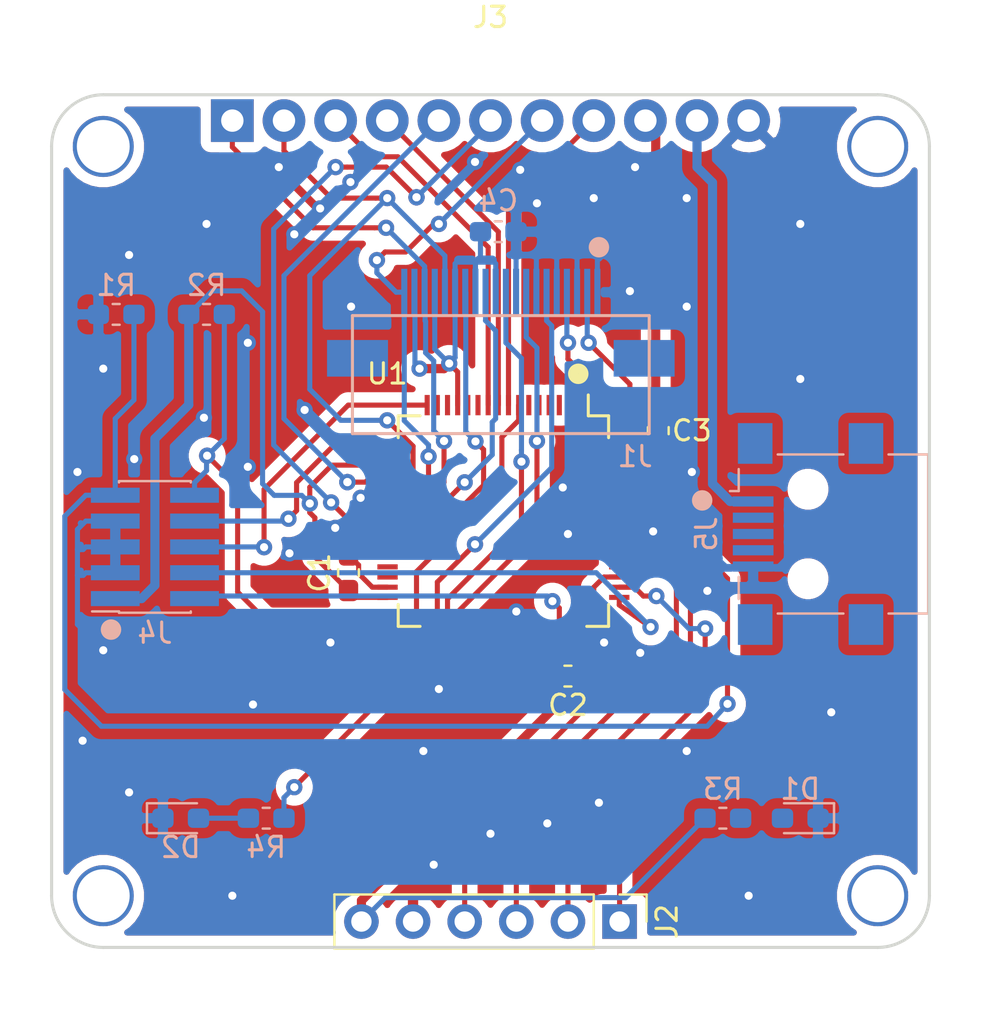
<source format=kicad_pcb>
(kicad_pcb (version 20171130) (host pcbnew 5.0.1+dfsg1-2)

  (general
    (thickness 1.55)
    (drawings 12)
    (tracks 413)
    (zones 0)
    (modules 16)
    (nets 63)
  )

  (page A4)
  (layers
    (0 F.Cu signal)
    (31 B.Cu signal)
    (32 B.Adhes user)
    (33 F.Adhes user)
    (34 B.Paste user)
    (35 F.Paste user)
    (36 B.SilkS user)
    (37 F.SilkS user)
    (38 B.Mask user)
    (39 F.Mask user)
    (40 Dwgs.User user)
    (41 Cmts.User user)
    (42 Eco1.User user)
    (43 Eco2.User user)
    (44 Edge.Cuts user)
    (45 Margin user)
    (46 B.CrtYd user)
    (47 F.CrtYd user)
    (48 B.Fab user)
    (49 F.Fab user)
  )

  (setup
    (last_trace_width 0.25)
    (trace_clearance 0.2)
    (zone_clearance 0.508)
    (zone_45_only no)
    (trace_min 0.16)
    (segment_width 0.2)
    (edge_width 0.15)
    (via_size 0.8)
    (via_drill 0.4)
    (via_min_size 0.4)
    (via_min_drill 0.3)
    (uvia_size 0.3)
    (uvia_drill 0.1)
    (uvias_allowed no)
    (uvia_min_size 0.2)
    (uvia_min_drill 0.1)
    (pcb_text_width 0.3)
    (pcb_text_size 1.5 1.5)
    (mod_edge_width 0.15)
    (mod_text_size 1 1)
    (mod_text_width 0.15)
    (pad_size 1.524 1.524)
    (pad_drill 0.762)
    (pad_to_mask_clearance 0.051)
    (solder_mask_min_width 0.25)
    (aux_axis_origin 0 0)
    (visible_elements FFFFFF7F)
    (pcbplotparams
      (layerselection 0x010c0_ffffffff)
      (usegerberextensions false)
      (usegerberattributes false)
      (usegerberadvancedattributes false)
      (creategerberjobfile false)
      (excludeedgelayer true)
      (linewidth 0.100000)
      (plotframeref false)
      (viasonmask false)
      (mode 1)
      (useauxorigin false)
      (hpglpennumber 1)
      (hpglpenspeed 20)
      (hpglpendiameter 15.000000)
      (psnegative false)
      (psa4output false)
      (plotreference false)
      (plotvalue false)
      (plotinvisibletext false)
      (padsonsilk false)
      (subtractmaskfromsilk true)
      (outputformat 1)
      (mirror false)
      (drillshape 0)
      (scaleselection 1)
      (outputdirectory "build/rev1/"))
  )

  (net 0 "")
  (net 1 /Microcontroller/BOOT0)
  (net 2 GND)
  (net 3 +3V3)
  (net 4 /Microcontroller/nRST)
  (net 5 "Net-(U1-Pad2)")
  (net 6 "Net-(U1-Pad3)")
  (net 7 "Net-(U1-Pad4)")
  (net 8 "Net-(U1-Pad5)")
  (net 9 "Net-(U1-Pad6)")
  (net 10 /SD_CD)
  (net 11 /OLED_RESET)
  (net 12 /OLED_DC)
  (net 13 "Net-(U1-Pad11)")
  (net 14 /SLAVE_SPI_nCS1)
  (net 15 /SLAVE_SPI_nCS2)
  (net 16 /Microcontroller/USART2_TX)
  (net 17 /Microcontroller/USART2_RX)
  (net 18 /MASTER_SPI_SCLK)
  (net 19 /MASTER_SPI_MISO)
  (net 20 /MASTER_SPI_MOSI)
  (net 21 "Net-(U1-Pad25)")
  (net 22 /MASTER_SPI_nCS1)
  (net 23 /MASTER_SPI_nCS2)
  (net 24 /nCS_OLED)
  (net 25 /nCS_SD)
  (net 26 "Net-(U1-Pad30)")
  (net 27 /SLAVE_SPI_SCLK)
  (net 28 /SLAVE_SPI_MISO)
  (net 29 /SLAVE_SPI_MOSI)
  (net 30 "Net-(U1-Pad37)")
  (net 31 "Net-(U1-Pad38)")
  (net 32 "Net-(U1-Pad39)")
  (net 33 "Net-(U1-Pad40)")
  (net 34 "Net-(U1-Pad41)")
  (net 35 "Net-(U1-Pad42)")
  (net 36 "Net-(U1-Pad43)")
  (net 37 "Net-(U1-Pad44)")
  (net 38 "Net-(U1-Pad45)")
  (net 39 /Microcontroller/SWDIO)
  (net 40 /Microcontroller/SWDCLK)
  (net 41 /PMOD_nCE)
  (net 42 /PMOD_CLK)
  (net 43 /PMOD_DOUT)
  (net 44 /PMOD_nPL)
  (net 45 "Net-(U1-Pad54)")
  (net 46 "Net-(U1-Pad57)")
  (net 47 "Net-(U1-Pad58)")
  (net 48 "Net-(U1-Pad59)")
  (net 49 "Net-(U1-Pad61)")
  (net 50 "Net-(U1-Pad62)")
  (net 51 VBUS)
  (net 52 "Net-(U1-Pad14)")
  (net 53 "Net-(U1-Pad15)")
  (net 54 "Net-(J5-Pad2)")
  (net 55 "Net-(J5-Pad3)")
  (net 56 "Net-(J5-Pad4)")
  (net 57 "Net-(J5-Pad6)")
  (net 58 "Net-(U1-Pad28)")
  (net 59 "Net-(U1-Pad29)")
  (net 60 "Net-(D1-Pad2)")
  (net 61 "Net-(D2-Pad2)")
  (net 62 /Blinky)

  (net_class Default "Dies ist die voreingestellte Netzklasse."
    (clearance 0.2)
    (trace_width 0.25)
    (via_dia 0.8)
    (via_drill 0.4)
    (uvia_dia 0.3)
    (uvia_drill 0.1)
    (add_net /Blinky)
    (add_net /MASTER_SPI_MISO)
    (add_net /MASTER_SPI_MOSI)
    (add_net /MASTER_SPI_SCLK)
    (add_net /MASTER_SPI_nCS1)
    (add_net /MASTER_SPI_nCS2)
    (add_net /Microcontroller/BOOT0)
    (add_net /Microcontroller/SWDCLK)
    (add_net /Microcontroller/SWDIO)
    (add_net /Microcontroller/USART2_RX)
    (add_net /Microcontroller/USART2_TX)
    (add_net /Microcontroller/nRST)
    (add_net /OLED_DC)
    (add_net /OLED_RESET)
    (add_net /PMOD_CLK)
    (add_net /PMOD_DOUT)
    (add_net /PMOD_nCE)
    (add_net /PMOD_nPL)
    (add_net /SD_CD)
    (add_net /SLAVE_SPI_MISO)
    (add_net /SLAVE_SPI_MOSI)
    (add_net /SLAVE_SPI_SCLK)
    (add_net /SLAVE_SPI_nCS1)
    (add_net /SLAVE_SPI_nCS2)
    (add_net /nCS_OLED)
    (add_net /nCS_SD)
    (add_net GND)
    (add_net "Net-(D1-Pad2)")
    (add_net "Net-(D2-Pad2)")
    (add_net "Net-(J5-Pad2)")
    (add_net "Net-(J5-Pad3)")
    (add_net "Net-(J5-Pad4)")
    (add_net "Net-(J5-Pad6)")
    (add_net "Net-(U1-Pad11)")
    (add_net "Net-(U1-Pad14)")
    (add_net "Net-(U1-Pad15)")
    (add_net "Net-(U1-Pad2)")
    (add_net "Net-(U1-Pad25)")
    (add_net "Net-(U1-Pad28)")
    (add_net "Net-(U1-Pad29)")
    (add_net "Net-(U1-Pad3)")
    (add_net "Net-(U1-Pad30)")
    (add_net "Net-(U1-Pad37)")
    (add_net "Net-(U1-Pad38)")
    (add_net "Net-(U1-Pad39)")
    (add_net "Net-(U1-Pad4)")
    (add_net "Net-(U1-Pad40)")
    (add_net "Net-(U1-Pad41)")
    (add_net "Net-(U1-Pad42)")
    (add_net "Net-(U1-Pad43)")
    (add_net "Net-(U1-Pad44)")
    (add_net "Net-(U1-Pad45)")
    (add_net "Net-(U1-Pad5)")
    (add_net "Net-(U1-Pad54)")
    (add_net "Net-(U1-Pad57)")
    (add_net "Net-(U1-Pad58)")
    (add_net "Net-(U1-Pad59)")
    (add_net "Net-(U1-Pad6)")
    (add_net "Net-(U1-Pad61)")
    (add_net "Net-(U1-Pad62)")
  )

  (net_class Power ""
    (clearance 0.2)
    (trace_width 0.25)
    (via_dia 0.8)
    (via_drill 0.4)
    (uvia_dia 0.3)
    (uvia_drill 0.1)
    (add_net +3V3)
    (add_net VBUS)
  )

  (module Matthias:Adafruit-1.5inch-Color-OLED-PCB (layer F.Cu) (tedit 5CA745F0) (tstamp 5CA7726A)
    (at 167.64 82.55)
    (path /5C79A0AF)
    (fp_text reference J3 (at 0 -25.4) (layer F.SilkS)
      (effects (font (size 1 1) (thickness 0.15)))
    )
    (fp_text value adafruit-1.5inch-Color-OLED-Board (at 0 -22.86) (layer F.Fab)
      (effects (font (size 1 1) (thickness 0.15)))
    )
    (fp_line (start 21.59 -19.05) (end 21.59 17.78) (layer F.Fab) (width 0.15))
    (fp_line (start 19.05 20.32) (end -19.05 20.32) (layer F.Fab) (width 0.15))
    (fp_line (start -21.59 17.78) (end -21.59 -19.05) (layer F.Fab) (width 0.15))
    (fp_line (start -19.05 -21.59) (end 19.05 -21.59) (layer F.Fab) (width 0.15))
    (fp_arc (start 19.05 17.78) (end 19.05 20.32) (angle -90) (layer F.Fab) (width 0.15))
    (fp_arc (start 19.05 -19.05) (end 21.59 -19.05) (angle -90) (layer F.Fab) (width 0.15))
    (fp_arc (start -19.05 -19.05) (end -19.05 -21.59) (angle -90) (layer F.Fab) (width 0.15))
    (fp_arc (start -19.05 17.78) (end -21.59 17.78) (angle -90) (layer F.Fab) (width 0.15))
    (pad M2 thru_hole circle (at 19.05 -19.05) (size 3 3) (drill 2.6) (layers *.Cu *.Mask))
    (pad M1 thru_hole circle (at -19.05 -19.05) (size 3 3) (drill 2.6) (layers *.Cu *.Mask))
    (pad M3 thru_hole circle (at 19.05 17.78) (size 3 3) (drill 2.6) (layers *.Cu *.Mask))
    (pad M4 thru_hole circle (at -19.05 17.78) (size 3 3) (drill 2.6) (layers *.Cu *.Mask))
    (pad 1 thru_hole rect (at -12.7 -20.32) (size 2.1 2.1) (drill 1.1) (layers *.Cu *.Mask)
      (net 20 /MASTER_SPI_MOSI))
    (pad 2 thru_hole circle (at -10.16 -20.32) (size 2.1 2.1) (drill 1.1) (layers *.Cu *.Mask)
      (net 18 /MASTER_SPI_SCLK))
    (pad 6 thru_hole circle (at 0 -20.32) (size 2.1 2.1) (drill 1.1) (layers *.Cu *.Mask)
      (net 25 /nCS_SD))
    (pad 7 thru_hole circle (at 2.54 -20.32) (size 2.1 2.1) (drill 1.1) (layers *.Cu *.Mask)
      (net 19 /MASTER_SPI_MISO))
    (pad 8 thru_hole circle (at 5.08 -20.32) (size 2.1 2.1) (drill 1.1) (layers *.Cu *.Mask)
      (net 10 /SD_CD))
    (pad 9 thru_hole circle (at 7.62 -20.32) (size 2.1 2.1) (drill 1.1) (layers *.Cu *.Mask)
      (net 3 +3V3))
    (pad 10 thru_hole circle (at 10.16 -20.32) (size 2.1 2.1) (drill 1.1) (layers *.Cu *.Mask)
      (net 51 VBUS))
    (pad 3 thru_hole circle (at -7.62 -20.32) (size 2.1 2.1) (drill 1.1) (layers *.Cu *.Mask)
      (net 12 /OLED_DC))
    (pad 4 thru_hole circle (at -5.08 -20.32) (size 2.1 2.1) (drill 1.1) (layers *.Cu *.Mask)
      (net 11 /OLED_RESET))
    (pad 5 thru_hole circle (at -2.54 -20.32) (size 2.1 2.1) (drill 1.1) (layers *.Cu *.Mask)
      (net 24 /nCS_OLED))
    (pad 11 thru_hole circle (at 12.7 -20.32) (size 2.1 2.1) (drill 1.1) (layers *.Cu *.Mask)
      (net 2 GND))
  )

  (module Diode_SMD:D_0603_1608Metric_Pad1.05x0.95mm_HandSolder (layer B.Cu) (tedit 5B4B45C8) (tstamp 5CA66329)
    (at 152.4 96.52)
    (descr "Diode SMD 0603 (1608 Metric), square (rectangular) end terminal, IPC_7351 nominal, (Body size source: http://www.tortai-tech.com/upload/download/2011102023233369053.pdf), generated with kicad-footprint-generator")
    (tags "diode handsolder")
    (path /5CA8323E)
    (attr smd)
    (fp_text reference D2 (at 0 1.43) (layer B.SilkS)
      (effects (font (size 1 1) (thickness 0.15)) (justify mirror))
    )
    (fp_text value LED (at 0 -1.43) (layer B.Fab)
      (effects (font (size 1 1) (thickness 0.15)) (justify mirror))
    )
    (fp_line (start 0.8 0.4) (end -0.5 0.4) (layer B.Fab) (width 0.1))
    (fp_line (start -0.5 0.4) (end -0.8 0.1) (layer B.Fab) (width 0.1))
    (fp_line (start -0.8 0.1) (end -0.8 -0.4) (layer B.Fab) (width 0.1))
    (fp_line (start -0.8 -0.4) (end 0.8 -0.4) (layer B.Fab) (width 0.1))
    (fp_line (start 0.8 -0.4) (end 0.8 0.4) (layer B.Fab) (width 0.1))
    (fp_line (start 0.8 0.735) (end -1.66 0.735) (layer B.SilkS) (width 0.12))
    (fp_line (start -1.66 0.735) (end -1.66 -0.735) (layer B.SilkS) (width 0.12))
    (fp_line (start -1.66 -0.735) (end 0.8 -0.735) (layer B.SilkS) (width 0.12))
    (fp_line (start -1.65 -0.73) (end -1.65 0.73) (layer B.CrtYd) (width 0.05))
    (fp_line (start -1.65 0.73) (end 1.65 0.73) (layer B.CrtYd) (width 0.05))
    (fp_line (start 1.65 0.73) (end 1.65 -0.73) (layer B.CrtYd) (width 0.05))
    (fp_line (start 1.65 -0.73) (end -1.65 -0.73) (layer B.CrtYd) (width 0.05))
    (fp_text user %R (at 0 0) (layer B.Fab)
      (effects (font (size 0.4 0.4) (thickness 0.06)) (justify mirror))
    )
    (pad 1 smd roundrect (at -0.875 0) (size 1.05 0.95) (layers B.Cu B.Paste B.Mask) (roundrect_rratio 0.25)
      (net 2 GND))
    (pad 2 smd roundrect (at 0.875 0) (size 1.05 0.95) (layers B.Cu B.Paste B.Mask) (roundrect_rratio 0.25)
      (net 61 "Net-(D2-Pad2)"))
    (model ${KISYS3DMOD}/Diode_SMD.3dshapes/D_0603_1608Metric.wrl
      (at (xyz 0 0 0))
      (scale (xyz 1 1 1))
      (rotate (xyz 0 0 0))
    )
  )

  (module Resistor_SMD:R_0603_1608Metric_Pad1.05x0.95mm_HandSolder (layer B.Cu) (tedit 5B301BBD) (tstamp 5CA661D0)
    (at 156.605 96.52)
    (descr "Resistor SMD 0603 (1608 Metric), square (rectangular) end terminal, IPC_7351 nominal with elongated pad for handsoldering. (Body size source: http://www.tortai-tech.com/upload/download/2011102023233369053.pdf), generated with kicad-footprint-generator")
    (tags "resistor handsolder")
    (path /5CA83245)
    (attr smd)
    (fp_text reference R4 (at 0 1.43) (layer B.SilkS)
      (effects (font (size 1 1) (thickness 0.15)) (justify mirror))
    )
    (fp_text value R_Small (at 0 -1.43) (layer B.Fab)
      (effects (font (size 1 1) (thickness 0.15)) (justify mirror))
    )
    (fp_line (start -0.8 -0.4) (end -0.8 0.4) (layer B.Fab) (width 0.1))
    (fp_line (start -0.8 0.4) (end 0.8 0.4) (layer B.Fab) (width 0.1))
    (fp_line (start 0.8 0.4) (end 0.8 -0.4) (layer B.Fab) (width 0.1))
    (fp_line (start 0.8 -0.4) (end -0.8 -0.4) (layer B.Fab) (width 0.1))
    (fp_line (start -0.171267 0.51) (end 0.171267 0.51) (layer B.SilkS) (width 0.12))
    (fp_line (start -0.171267 -0.51) (end 0.171267 -0.51) (layer B.SilkS) (width 0.12))
    (fp_line (start -1.65 -0.73) (end -1.65 0.73) (layer B.CrtYd) (width 0.05))
    (fp_line (start -1.65 0.73) (end 1.65 0.73) (layer B.CrtYd) (width 0.05))
    (fp_line (start 1.65 0.73) (end 1.65 -0.73) (layer B.CrtYd) (width 0.05))
    (fp_line (start 1.65 -0.73) (end -1.65 -0.73) (layer B.CrtYd) (width 0.05))
    (fp_text user %R (at 0 0) (layer B.Fab)
      (effects (font (size 0.4 0.4) (thickness 0.06)) (justify mirror))
    )
    (pad 1 smd roundrect (at -0.875 0) (size 1.05 0.95) (layers B.Cu B.Paste B.Mask) (roundrect_rratio 0.25)
      (net 61 "Net-(D2-Pad2)"))
    (pad 2 smd roundrect (at 0.875 0) (size 1.05 0.95) (layers B.Cu B.Paste B.Mask) (roundrect_rratio 0.25)
      (net 62 /Blinky))
    (model ${KISYS3DMOD}/Resistor_SMD.3dshapes/R_0603_1608Metric.wrl
      (at (xyz 0 0 0))
      (scale (xyz 1 1 1))
      (rotate (xyz 0 0 0))
    )
  )

  (module Capacitor_SMD:C_0603_1608Metric_Pad1.05x0.95mm_HandSolder (layer B.Cu) (tedit 5B301BBE) (tstamp 5CA65B89)
    (at 168.021 67.691)
    (descr "Capacitor SMD 0603 (1608 Metric), square (rectangular) end terminal, IPC_7351 nominal with elongated pad for handsoldering. (Body size source: http://www.tortai-tech.com/upload/download/2011102023233369053.pdf), generated with kicad-footprint-generator")
    (tags "capacitor handsolder")
    (path /5C795DEE/5CA7DC1F)
    (attr smd)
    (fp_text reference C4 (at 0 -1.524) (layer B.SilkS)
      (effects (font (size 1 1) (thickness 0.15)) (justify mirror))
    )
    (fp_text value 100nF (at 0 -1.43) (layer B.Fab)
      (effects (font (size 1 1) (thickness 0.15)) (justify mirror))
    )
    (fp_line (start -0.8 -0.4) (end -0.8 0.4) (layer B.Fab) (width 0.1))
    (fp_line (start -0.8 0.4) (end 0.8 0.4) (layer B.Fab) (width 0.1))
    (fp_line (start 0.8 0.4) (end 0.8 -0.4) (layer B.Fab) (width 0.1))
    (fp_line (start 0.8 -0.4) (end -0.8 -0.4) (layer B.Fab) (width 0.1))
    (fp_line (start -0.171267 0.51) (end 0.171267 0.51) (layer B.SilkS) (width 0.12))
    (fp_line (start -0.171267 -0.51) (end 0.171267 -0.51) (layer B.SilkS) (width 0.12))
    (fp_line (start -1.65 -0.73) (end -1.65 0.73) (layer B.CrtYd) (width 0.05))
    (fp_line (start -1.65 0.73) (end 1.65 0.73) (layer B.CrtYd) (width 0.05))
    (fp_line (start 1.65 0.73) (end 1.65 -0.73) (layer B.CrtYd) (width 0.05))
    (fp_line (start 1.65 -0.73) (end -1.65 -0.73) (layer B.CrtYd) (width 0.05))
    (fp_text user %R (at 0 0) (layer B.Fab)
      (effects (font (size 0.4 0.4) (thickness 0.06)) (justify mirror))
    )
    (pad 1 smd roundrect (at -0.875 0) (size 1.05 0.95) (layers B.Cu B.Paste B.Mask) (roundrect_rratio 0.25)
      (net 3 +3V3))
    (pad 2 smd roundrect (at 0.875 0) (size 1.05 0.95) (layers B.Cu B.Paste B.Mask) (roundrect_rratio 0.25)
      (net 2 GND))
    (model ${KISYS3DMOD}/Capacitor_SMD.3dshapes/C_0603_1608Metric.wrl
      (at (xyz 0 0 0))
      (scale (xyz 1 1 1))
      (rotate (xyz 0 0 0))
    )
  )

  (module Diode_SMD:D_0603_1608Metric_Pad1.05x0.95mm_HandSolder (layer B.Cu) (tedit 5B4B45C8) (tstamp 5CA65A0C)
    (at 182.88 96.52 180)
    (descr "Diode SMD 0603 (1608 Metric), square (rectangular) end terminal, IPC_7351 nominal, (Body size source: http://www.tortai-tech.com/upload/download/2011102023233369053.pdf), generated with kicad-footprint-generator")
    (tags "diode handsolder")
    (path /5CA80EEE)
    (attr smd)
    (fp_text reference D1 (at 0 1.43 180) (layer B.SilkS)
      (effects (font (size 1 1) (thickness 0.15)) (justify mirror))
    )
    (fp_text value LED (at 0 -1.43 180) (layer B.Fab)
      (effects (font (size 1 1) (thickness 0.15)) (justify mirror))
    )
    (fp_line (start 0.8 0.4) (end -0.5 0.4) (layer B.Fab) (width 0.1))
    (fp_line (start -0.5 0.4) (end -0.8 0.1) (layer B.Fab) (width 0.1))
    (fp_line (start -0.8 0.1) (end -0.8 -0.4) (layer B.Fab) (width 0.1))
    (fp_line (start -0.8 -0.4) (end 0.8 -0.4) (layer B.Fab) (width 0.1))
    (fp_line (start 0.8 -0.4) (end 0.8 0.4) (layer B.Fab) (width 0.1))
    (fp_line (start 0.8 0.735) (end -1.66 0.735) (layer B.SilkS) (width 0.12))
    (fp_line (start -1.66 0.735) (end -1.66 -0.735) (layer B.SilkS) (width 0.12))
    (fp_line (start -1.66 -0.735) (end 0.8 -0.735) (layer B.SilkS) (width 0.12))
    (fp_line (start -1.65 -0.73) (end -1.65 0.73) (layer B.CrtYd) (width 0.05))
    (fp_line (start -1.65 0.73) (end 1.65 0.73) (layer B.CrtYd) (width 0.05))
    (fp_line (start 1.65 0.73) (end 1.65 -0.73) (layer B.CrtYd) (width 0.05))
    (fp_line (start 1.65 -0.73) (end -1.65 -0.73) (layer B.CrtYd) (width 0.05))
    (fp_text user %R (at 0 0 180) (layer B.Fab)
      (effects (font (size 0.4 0.4) (thickness 0.06)) (justify mirror))
    )
    (pad 1 smd roundrect (at -0.875 0 180) (size 1.05 0.95) (layers B.Cu B.Paste B.Mask) (roundrect_rratio 0.25)
      (net 2 GND))
    (pad 2 smd roundrect (at 0.875 0 180) (size 1.05 0.95) (layers B.Cu B.Paste B.Mask) (roundrect_rratio 0.25)
      (net 60 "Net-(D1-Pad2)"))
    (model ${KISYS3DMOD}/Diode_SMD.3dshapes/D_0603_1608Metric.wrl
      (at (xyz 0 0 0))
      (scale (xyz 1 1 1))
      (rotate (xyz 0 0 0))
    )
  )

  (module Resistor_SMD:R_0603_1608Metric_Pad1.05x0.95mm_HandSolder (layer B.Cu) (tedit 5B301BBD) (tstamp 5CA658D7)
    (at 179.07 96.52 180)
    (descr "Resistor SMD 0603 (1608 Metric), square (rectangular) end terminal, IPC_7351 nominal with elongated pad for handsoldering. (Body size source: http://www.tortai-tech.com/upload/download/2011102023233369053.pdf), generated with kicad-footprint-generator")
    (tags "resistor handsolder")
    (path /5CA81041)
    (attr smd)
    (fp_text reference R3 (at 0 1.43 180) (layer B.SilkS)
      (effects (font (size 1 1) (thickness 0.15)) (justify mirror))
    )
    (fp_text value R_Small (at 0 -1.43 180) (layer B.Fab)
      (effects (font (size 1 1) (thickness 0.15)) (justify mirror))
    )
    (fp_line (start -0.8 -0.4) (end -0.8 0.4) (layer B.Fab) (width 0.1))
    (fp_line (start -0.8 0.4) (end 0.8 0.4) (layer B.Fab) (width 0.1))
    (fp_line (start 0.8 0.4) (end 0.8 -0.4) (layer B.Fab) (width 0.1))
    (fp_line (start 0.8 -0.4) (end -0.8 -0.4) (layer B.Fab) (width 0.1))
    (fp_line (start -0.171267 0.51) (end 0.171267 0.51) (layer B.SilkS) (width 0.12))
    (fp_line (start -0.171267 -0.51) (end 0.171267 -0.51) (layer B.SilkS) (width 0.12))
    (fp_line (start -1.65 -0.73) (end -1.65 0.73) (layer B.CrtYd) (width 0.05))
    (fp_line (start -1.65 0.73) (end 1.65 0.73) (layer B.CrtYd) (width 0.05))
    (fp_line (start 1.65 0.73) (end 1.65 -0.73) (layer B.CrtYd) (width 0.05))
    (fp_line (start 1.65 -0.73) (end -1.65 -0.73) (layer B.CrtYd) (width 0.05))
    (fp_text user %R (at 0 0 180) (layer B.Fab)
      (effects (font (size 0.4 0.4) (thickness 0.06)) (justify mirror))
    )
    (pad 1 smd roundrect (at -0.875 0 180) (size 1.05 0.95) (layers B.Cu B.Paste B.Mask) (roundrect_rratio 0.25)
      (net 60 "Net-(D1-Pad2)"))
    (pad 2 smd roundrect (at 0.875 0 180) (size 1.05 0.95) (layers B.Cu B.Paste B.Mask) (roundrect_rratio 0.25)
      (net 3 +3V3))
    (model ${KISYS3DMOD}/Resistor_SMD.3dshapes/R_0603_1608Metric.wrl
      (at (xyz 0 0 0))
      (scale (xyz 1 1 1))
      (rotate (xyz 0 0 0))
    )
  )

  (module Connector_USB:USB_Mini-B_Lumberg_2486_01_Horizontal (layer B.Cu) (tedit 5AC6B535) (tstamp 5CA58F45)
    (at 183.261 82.55 270)
    (descr "USB Mini-B 5-pin SMD connector, http://downloads.lumberg.com/datenblaetter/en/2486_01.pdf")
    (tags "USB USB_B USB_Mini connector")
    (path /5CA4C155)
    (attr smd)
    (fp_text reference J5 (at 0 5 270) (layer B.SilkS)
      (effects (font (size 1 1) (thickness 0.15)) (justify mirror))
    )
    (fp_text value USB_B_Mini (at 0 -7.5 270) (layer B.Fab)
      (effects (font (size 1 1) (thickness 0.15)) (justify mirror))
    )
    (fp_line (start 2.35 4.2) (end -2.35 4.2) (layer B.CrtYd) (width 0.05))
    (fp_line (start 2.35 3.95) (end 2.35 4.2) (layer B.CrtYd) (width 0.05))
    (fp_line (start 4.35 -1.5) (end 5.95 -1.5) (layer B.CrtYd) (width 0.05))
    (fp_line (start 4.35 -4.2) (end 5.95 -4.2) (layer B.CrtYd) (width 0.05))
    (fp_line (start 4.35 -6.35) (end 4.35 -4.2) (layer B.CrtYd) (width 0.05))
    (fp_line (start 3.91 -5.91) (end -3.91 -5.91) (layer B.SilkS) (width 0.12))
    (fp_line (start -1.6 2.85) (end -1.25 3.35) (layer B.Fab) (width 0.1))
    (fp_line (start -2.11 3.41) (end -2.11 3.84) (layer B.SilkS) (width 0.12))
    (fp_text user %R (at 0 -1.6 90) (layer B.Fab)
      (effects (font (size 1 1) (thickness 0.15)) (justify mirror))
    )
    (fp_line (start 3.91 -5.91) (end 3.91 -3.96) (layer B.SilkS) (width 0.12))
    (fp_line (start 3.91 -1.74) (end 3.91 1.49) (layer B.SilkS) (width 0.12))
    (fp_line (start 2.11 3.41) (end 3.19 3.41) (layer B.SilkS) (width 0.12))
    (fp_line (start -3.19 3.41) (end -2.11 3.41) (layer B.SilkS) (width 0.12))
    (fp_line (start -3.91 -1.74) (end -3.91 1.49) (layer B.SilkS) (width 0.12))
    (fp_line (start -3.91 -5.91) (end -3.91 -3.96) (layer B.SilkS) (width 0.12))
    (fp_line (start 3.85 -5.85) (end 3.85 3.35) (layer B.Fab) (width 0.1))
    (fp_line (start -3.85 -5.85) (end 3.85 -5.85) (layer B.Fab) (width 0.1))
    (fp_line (start -3.85 3.35) (end -3.85 -5.85) (layer B.Fab) (width 0.1))
    (fp_line (start -3.85 3.35) (end 3.85 3.35) (layer B.Fab) (width 0.1))
    (fp_line (start -4.35 -6.35) (end 4.35 -6.35) (layer B.CrtYd) (width 0.05))
    (fp_line (start 5.95 3.95) (end 2.35 3.95) (layer B.CrtYd) (width 0.05))
    (fp_line (start 5.95 -1.5) (end 5.95 -4.2) (layer B.CrtYd) (width 0.05))
    (fp_line (start -1.95 3.35) (end -1.6 2.85) (layer B.Fab) (width 0.1))
    (fp_line (start 4.35 1.25) (end 4.35 -1.5) (layer B.CrtYd) (width 0.05))
    (fp_line (start 4.35 1.25) (end 5.95 1.25) (layer B.CrtYd) (width 0.05))
    (fp_line (start 5.95 3.95) (end 5.95 1.25) (layer B.CrtYd) (width 0.05))
    (fp_line (start -2.35 3.95) (end -2.35 4.2) (layer B.CrtYd) (width 0.05))
    (fp_line (start -5.95 3.95) (end -2.35 3.95) (layer B.CrtYd) (width 0.05))
    (fp_line (start -5.95 3.95) (end -5.95 1.25) (layer B.CrtYd) (width 0.05))
    (fp_line (start -4.35 1.25) (end -5.95 1.25) (layer B.CrtYd) (width 0.05))
    (fp_line (start -4.35 1.25) (end -4.35 -1.5) (layer B.CrtYd) (width 0.05))
    (fp_line (start -4.35 -1.5) (end -5.95 -1.5) (layer B.CrtYd) (width 0.05))
    (fp_line (start -5.95 -1.5) (end -5.95 -4.2) (layer B.CrtYd) (width 0.05))
    (fp_line (start -4.35 -4.2) (end -5.95 -4.2) (layer B.CrtYd) (width 0.05))
    (fp_line (start -4.35 -6.35) (end -4.35 -4.2) (layer B.CrtYd) (width 0.05))
    (pad 1 smd rect (at -1.6 2.7 270) (size 0.5 2) (layers B.Cu B.Paste B.Mask)
      (net 51 VBUS))
    (pad 2 smd rect (at -0.8 2.7 270) (size 0.5 2) (layers B.Cu B.Paste B.Mask)
      (net 54 "Net-(J5-Pad2)"))
    (pad 3 smd rect (at 0 2.7 270) (size 0.5 2) (layers B.Cu B.Paste B.Mask)
      (net 55 "Net-(J5-Pad3)"))
    (pad 4 smd rect (at 0.8 2.7 270) (size 0.5 2) (layers B.Cu B.Paste B.Mask)
      (net 56 "Net-(J5-Pad4)"))
    (pad 5 smd rect (at 1.6 2.7 270) (size 0.5 2) (layers B.Cu B.Paste B.Mask)
      (net 2 GND))
    (pad 6 smd rect (at -4.45 2.6 270) (size 2 1.7) (layers B.Cu B.Paste B.Mask)
      (net 57 "Net-(J5-Pad6)"))
    (pad 6 smd rect (at -4.45 -2.85 270) (size 2 1.7) (layers B.Cu B.Paste B.Mask)
      (net 57 "Net-(J5-Pad6)"))
    (pad 6 smd rect (at 4.45 2.6 270) (size 2 1.7) (layers B.Cu B.Paste B.Mask)
      (net 57 "Net-(J5-Pad6)"))
    (pad 6 smd rect (at 4.45 -2.85 270) (size 2 1.7) (layers B.Cu B.Paste B.Mask)
      (net 57 "Net-(J5-Pad6)"))
    (pad "" np_thru_hole circle (at -2.2 0 270) (size 1 1) (drill 1) (layers *.Cu *.Mask))
    (pad "" np_thru_hole circle (at 2.2 0 270) (size 1 1) (drill 1) (layers *.Cu *.Mask))
    (model ${KISYS3DMOD}/Connector_USB.3dshapes/USB_Mini-B_Lumberg_2486_01_Horizontal.wrl
      (at (xyz 0 0 0))
      (scale (xyz 1 1 1))
      (rotate (xyz 0 0 0))
    )
  )

  (module Matthias:Wuerth_687120149022_1x20-1MP_P0.5mm_Horizontal_Handsolder (layer B.Cu) (tedit 5BE08772) (tstamp 5CA4FFC6)
    (at 168.148 73.914 180)
    (path /5CA0EBAD)
    (fp_text reference J1 (at -6.604 -4.826) (layer B.SilkS)
      (effects (font (size 1 1) (thickness 0.15)) (justify mirror))
    )
    (fp_text value "Wuerth FFC socket (slave configuration)" (at 0 -6.985 180) (layer B.Fab)
      (effects (font (size 1 1) (thickness 0.15)) (justify mirror))
    )
    (fp_line (start -8.8 -18.7) (end -8.8 4.9) (layer B.CrtYd) (width 0.15))
    (fp_line (start 8.8 -18.7) (end -8.8 -18.7) (layer B.CrtYd) (width 0.15))
    (fp_line (start 8.8 4.9) (end 8.8 -18.7) (layer B.CrtYd) (width 0.15))
    (fp_line (start -8.8 4.9) (end 8.8 4.9) (layer B.CrtYd) (width 0.15))
    (fp_line (start -7.3 -3.7) (end -7.3 2.1) (layer B.SilkS) (width 0.15))
    (fp_line (start 7.3 -3.7) (end -7.3 -3.7) (layer B.SilkS) (width 0.15))
    (fp_line (start 7.3 2.1) (end 7.3 -3.7) (layer B.SilkS) (width 0.15))
    (fp_line (start -7.3 2.1) (end 7.3 2.1) (layer B.SilkS) (width 0.15))
    (pad MP smd rect (at 7.05 0 180) (size 3 1.8) (layers B.Cu B.Mask))
    (pad 20 smd rect (at 4.75 3.25 180) (size 0.3 2.3) (layers B.Cu B.Mask)
      (net 19 /MASTER_SPI_MISO))
    (pad 19 smd rect (at 4.25 3.25 180) (size 0.3 2.3) (layers B.Cu B.Mask)
      (net 3 +3V3))
    (pad 18 smd rect (at 3.75 3.25 180) (size 0.3 2.3) (layers B.Cu B.Mask)
      (net 20 /MASTER_SPI_MOSI))
    (pad 17 smd rect (at 3.25 3.25 180) (size 0.3 2.3) (layers B.Cu B.Mask)
      (net 3 +3V3))
    (pad 16 smd rect (at 2.75 3.25 180) (size 0.3 2.3) (layers B.Cu B.Mask)
      (net 18 /MASTER_SPI_SCLK))
    (pad 15 smd rect (at 2.25 3.25 180) (size 0.3 2.3) (layers B.Cu B.Mask)
      (net 3 +3V3))
    (pad 14 smd rect (at 1.75 3.25 180) (size 0.3 2.3) (layers B.Cu B.Mask)
      (net 23 /MASTER_SPI_nCS2))
    (pad 13 smd rect (at 1.25 3.25 180) (size 0.3 2.3) (layers B.Cu B.Mask)
      (net 3 +3V3))
    (pad 12 smd rect (at 0.75 3.25 180) (size 0.3 2.3) (layers B.Cu B.Mask)
      (net 22 /MASTER_SPI_nCS1))
    (pad 11 smd rect (at 0.25 3.25 180) (size 0.3 2.3) (layers B.Cu B.Mask)
      (net 3 +3V3))
    (pad 10 smd rect (at -0.25 3.25 180) (size 0.3 2.3) (layers B.Cu B.Mask)
      (net 28 /SLAVE_SPI_MISO))
    (pad 9 smd rect (at -0.75 3.25 180) (size 0.3 2.3) (layers B.Cu B.Mask)
      (net 2 GND))
    (pad 8 smd rect (at -1.25 3.25 180) (size 0.3 2.3) (layers B.Cu B.Mask)
      (net 29 /SLAVE_SPI_MOSI))
    (pad 7 smd rect (at -1.75 3.25 180) (size 0.3 2.3) (layers B.Cu B.Mask)
      (net 2 GND))
    (pad 6 smd rect (at -2.25 3.25 180) (size 0.3 2.3) (layers B.Cu B.Mask)
      (net 27 /SLAVE_SPI_SCLK))
    (pad 5 smd rect (at -2.75 3.25 180) (size 0.3 2.3) (layers B.Cu B.Mask)
      (net 2 GND))
    (pad 4 smd rect (at -3.25 3.25 180) (size 0.3 2.3) (layers B.Cu B.Mask)
      (net 15 /SLAVE_SPI_nCS2))
    (pad 3 smd rect (at -3.75 3.25 180) (size 0.3 2.3) (layers B.Cu B.Mask)
      (net 2 GND))
    (pad 2 smd rect (at -4.25 3.25 180) (size 0.3 2.3) (layers B.Cu B.Mask)
      (net 14 /SLAVE_SPI_nCS1))
    (pad 1 smd rect (at -4.75 3.25 180) (size 0.3 2.3) (layers B.Cu B.Mask)
      (net 2 GND))
    (pad MP smd rect (at -7.05 0 180) (size 3 1.8) (layers B.Cu B.Mask))
  )

  (module Capacitor_SMD:C_0603_1608Metric_Pad1.05x0.95mm_HandSolder (layer F.Cu) (tedit 5B301BBE) (tstamp 5CA4ACC6)
    (at 160.655 84.455 90)
    (descr "Capacitor SMD 0603 (1608 Metric), square (rectangular) end terminal, IPC_7351 nominal with elongated pad for handsoldering. (Body size source: http://www.tortai-tech.com/upload/download/2011102023233369053.pdf), generated with kicad-footprint-generator")
    (tags "capacitor handsolder")
    (path /5C795DEE/5CA72205)
    (attr smd)
    (fp_text reference C1 (at 0 -1.43 270) (layer F.SilkS)
      (effects (font (size 1 1) (thickness 0.15)))
    )
    (fp_text value 100nF (at 0 1.43 90) (layer F.Fab)
      (effects (font (size 1 1) (thickness 0.15)))
    )
    (fp_line (start -0.8 0.4) (end -0.8 -0.4) (layer F.Fab) (width 0.1))
    (fp_line (start -0.8 -0.4) (end 0.8 -0.4) (layer F.Fab) (width 0.1))
    (fp_line (start 0.8 -0.4) (end 0.8 0.4) (layer F.Fab) (width 0.1))
    (fp_line (start 0.8 0.4) (end -0.8 0.4) (layer F.Fab) (width 0.1))
    (fp_line (start -0.171267 -0.51) (end 0.171267 -0.51) (layer F.SilkS) (width 0.12))
    (fp_line (start -0.171267 0.51) (end 0.171267 0.51) (layer F.SilkS) (width 0.12))
    (fp_line (start -1.65 0.73) (end -1.65 -0.73) (layer F.CrtYd) (width 0.05))
    (fp_line (start -1.65 -0.73) (end 1.65 -0.73) (layer F.CrtYd) (width 0.05))
    (fp_line (start 1.65 -0.73) (end 1.65 0.73) (layer F.CrtYd) (width 0.05))
    (fp_line (start 1.65 0.73) (end -1.65 0.73) (layer F.CrtYd) (width 0.05))
    (fp_text user %R (at 0 0 90) (layer F.Fab)
      (effects (font (size 0.4 0.4) (thickness 0.06)))
    )
    (pad 1 smd roundrect (at -0.875 0 90) (size 1.05 0.95) (layers F.Cu F.Paste F.Mask) (roundrect_rratio 0.25)
      (net 3 +3V3))
    (pad 2 smd roundrect (at 0.875 0 90) (size 1.05 0.95) (layers F.Cu F.Paste F.Mask) (roundrect_rratio 0.25)
      (net 2 GND))
    (model ${KISYS3DMOD}/Capacitor_SMD.3dshapes/C_0603_1608Metric.wrl
      (at (xyz 0 0 0))
      (scale (xyz 1 1 1))
      (rotate (xyz 0 0 0))
    )
  )

  (module Resistor_SMD:R_0603_1608Metric_Pad1.05x0.95mm_HandSolder (layer B.Cu) (tedit 5B301BBD) (tstamp 5CA4AB01)
    (at 153.67 71.755 180)
    (descr "Resistor SMD 0603 (1608 Metric), square (rectangular) end terminal, IPC_7351 nominal with elongated pad for handsoldering. (Body size source: http://www.tortai-tech.com/upload/download/2011102023233369053.pdf), generated with kicad-footprint-generator")
    (tags "resistor handsolder")
    (path /5C795DEE/5CA38C83)
    (attr smd)
    (fp_text reference R2 (at 0 1.43 180) (layer B.SilkS)
      (effects (font (size 1 1) (thickness 0.15)) (justify mirror))
    )
    (fp_text value 10k (at 0 -1.43 180) (layer B.Fab)
      (effects (font (size 1 1) (thickness 0.15)) (justify mirror))
    )
    (fp_line (start -0.8 -0.4) (end -0.8 0.4) (layer B.Fab) (width 0.1))
    (fp_line (start -0.8 0.4) (end 0.8 0.4) (layer B.Fab) (width 0.1))
    (fp_line (start 0.8 0.4) (end 0.8 -0.4) (layer B.Fab) (width 0.1))
    (fp_line (start 0.8 -0.4) (end -0.8 -0.4) (layer B.Fab) (width 0.1))
    (fp_line (start -0.171267 0.51) (end 0.171267 0.51) (layer B.SilkS) (width 0.12))
    (fp_line (start -0.171267 -0.51) (end 0.171267 -0.51) (layer B.SilkS) (width 0.12))
    (fp_line (start -1.65 -0.73) (end -1.65 0.73) (layer B.CrtYd) (width 0.05))
    (fp_line (start -1.65 0.73) (end 1.65 0.73) (layer B.CrtYd) (width 0.05))
    (fp_line (start 1.65 0.73) (end 1.65 -0.73) (layer B.CrtYd) (width 0.05))
    (fp_line (start 1.65 -0.73) (end -1.65 -0.73) (layer B.CrtYd) (width 0.05))
    (fp_text user %R (at 0 0 180) (layer B.Fab)
      (effects (font (size 0.4 0.4) (thickness 0.06)) (justify mirror))
    )
    (pad 1 smd roundrect (at -0.875 0 180) (size 1.05 0.95) (layers B.Cu B.Paste B.Mask) (roundrect_rratio 0.25)
      (net 4 /Microcontroller/nRST))
    (pad 2 smd roundrect (at 0.875 0 180) (size 1.05 0.95) (layers B.Cu B.Paste B.Mask) (roundrect_rratio 0.25)
      (net 3 +3V3))
    (model ${KISYS3DMOD}/Resistor_SMD.3dshapes/R_0603_1608Metric.wrl
      (at (xyz 0 0 0))
      (scale (xyz 1 1 1))
      (rotate (xyz 0 0 0))
    )
  )

  (module Capacitor_SMD:C_0603_1608Metric_Pad1.05x0.95mm_HandSolder (layer F.Cu) (tedit 5B301BBE) (tstamp 5CA22521)
    (at 175.895 77.47 270)
    (descr "Capacitor SMD 0603 (1608 Metric), square (rectangular) end terminal, IPC_7351 nominal with elongated pad for handsoldering. (Body size source: http://www.tortai-tech.com/upload/download/2011102023233369053.pdf), generated with kicad-footprint-generator")
    (tags "capacitor handsolder")
    (path /5C795DEE/5CA732A5)
    (attr smd)
    (fp_text reference C3 (at 0 -1.651) (layer F.SilkS)
      (effects (font (size 1 1) (thickness 0.15)))
    )
    (fp_text value 100nF (at 0 1.43 270) (layer F.Fab)
      (effects (font (size 1 1) (thickness 0.15)))
    )
    (fp_line (start -0.8 0.4) (end -0.8 -0.4) (layer F.Fab) (width 0.1))
    (fp_line (start -0.8 -0.4) (end 0.8 -0.4) (layer F.Fab) (width 0.1))
    (fp_line (start 0.8 -0.4) (end 0.8 0.4) (layer F.Fab) (width 0.1))
    (fp_line (start 0.8 0.4) (end -0.8 0.4) (layer F.Fab) (width 0.1))
    (fp_line (start -0.171267 -0.51) (end 0.171267 -0.51) (layer F.SilkS) (width 0.12))
    (fp_line (start -0.171267 0.51) (end 0.171267 0.51) (layer F.SilkS) (width 0.12))
    (fp_line (start -1.65 0.73) (end -1.65 -0.73) (layer F.CrtYd) (width 0.05))
    (fp_line (start -1.65 -0.73) (end 1.65 -0.73) (layer F.CrtYd) (width 0.05))
    (fp_line (start 1.65 -0.73) (end 1.65 0.73) (layer F.CrtYd) (width 0.05))
    (fp_line (start 1.65 0.73) (end -1.65 0.73) (layer F.CrtYd) (width 0.05))
    (fp_text user %R (at 0 0 270) (layer F.Fab)
      (effects (font (size 0.4 0.4) (thickness 0.06)))
    )
    (pad 1 smd roundrect (at -0.875 0 270) (size 1.05 0.95) (layers F.Cu F.Paste F.Mask) (roundrect_rratio 0.25)
      (net 3 +3V3))
    (pad 2 smd roundrect (at 0.875 0 270) (size 1.05 0.95) (layers F.Cu F.Paste F.Mask) (roundrect_rratio 0.25)
      (net 2 GND))
    (model ${KISYS3DMOD}/Capacitor_SMD.3dshapes/C_0603_1608Metric.wrl
      (at (xyz 0 0 0))
      (scale (xyz 1 1 1))
      (rotate (xyz 0 0 0))
    )
  )

  (module Capacitor_SMD:C_0603_1608Metric_Pad1.05x0.95mm_HandSolder (layer F.Cu) (tedit 5B301BBE) (tstamp 5CA22510)
    (at 171.45 89.535 180)
    (descr "Capacitor SMD 0603 (1608 Metric), square (rectangular) end terminal, IPC_7351 nominal with elongated pad for handsoldering. (Body size source: http://www.tortai-tech.com/upload/download/2011102023233369053.pdf), generated with kicad-footprint-generator")
    (tags "capacitor handsolder")
    (path /5C795DEE/5CA7238C)
    (attr smd)
    (fp_text reference C2 (at 0 -1.43 180) (layer F.SilkS)
      (effects (font (size 1 1) (thickness 0.15)))
    )
    (fp_text value 100nF (at 0 1.43 180) (layer F.Fab)
      (effects (font (size 1 1) (thickness 0.15)))
    )
    (fp_text user %R (at 0 0 180) (layer F.Fab)
      (effects (font (size 0.4 0.4) (thickness 0.06)))
    )
    (fp_line (start 1.65 0.73) (end -1.65 0.73) (layer F.CrtYd) (width 0.05))
    (fp_line (start 1.65 -0.73) (end 1.65 0.73) (layer F.CrtYd) (width 0.05))
    (fp_line (start -1.65 -0.73) (end 1.65 -0.73) (layer F.CrtYd) (width 0.05))
    (fp_line (start -1.65 0.73) (end -1.65 -0.73) (layer F.CrtYd) (width 0.05))
    (fp_line (start -0.171267 0.51) (end 0.171267 0.51) (layer F.SilkS) (width 0.12))
    (fp_line (start -0.171267 -0.51) (end 0.171267 -0.51) (layer F.SilkS) (width 0.12))
    (fp_line (start 0.8 0.4) (end -0.8 0.4) (layer F.Fab) (width 0.1))
    (fp_line (start 0.8 -0.4) (end 0.8 0.4) (layer F.Fab) (width 0.1))
    (fp_line (start -0.8 -0.4) (end 0.8 -0.4) (layer F.Fab) (width 0.1))
    (fp_line (start -0.8 0.4) (end -0.8 -0.4) (layer F.Fab) (width 0.1))
    (pad 2 smd roundrect (at 0.875 0 180) (size 1.05 0.95) (layers F.Cu F.Paste F.Mask) (roundrect_rratio 0.25)
      (net 2 GND))
    (pad 1 smd roundrect (at -0.875 0 180) (size 1.05 0.95) (layers F.Cu F.Paste F.Mask) (roundrect_rratio 0.25)
      (net 3 +3V3))
    (model ${KISYS3DMOD}/Capacitor_SMD.3dshapes/C_0603_1608Metric.wrl
      (at (xyz 0 0 0))
      (scale (xyz 1 1 1))
      (rotate (xyz 0 0 0))
    )
  )

  (module Connector_PinHeader_1.27mm:PinHeader_2x05_P1.27mm_Vertical_SMD (layer B.Cu) (tedit 59FED6E3) (tstamp 5CA22A7F)
    (at 151.13 83.185)
    (descr "surface-mounted straight pin header, 2x05, 1.27mm pitch, double rows")
    (tags "Surface mounted pin header SMD 2x05 1.27mm double row")
    (path /5C795DEE/5CA0C772)
    (attr smd)
    (fp_text reference J4 (at 0 4.235) (layer B.SilkS)
      (effects (font (size 1 1) (thickness 0.15)) (justify mirror))
    )
    (fp_text value "10-Pin ARM Debug" (at 0 -4.235) (layer B.Fab)
      (effects (font (size 1 1) (thickness 0.15)) (justify mirror))
    )
    (fp_line (start 1.705 -3.175) (end -1.705 -3.175) (layer B.Fab) (width 0.1))
    (fp_line (start -1.27 3.175) (end 1.705 3.175) (layer B.Fab) (width 0.1))
    (fp_line (start -1.705 -3.175) (end -1.705 2.74) (layer B.Fab) (width 0.1))
    (fp_line (start -1.705 2.74) (end -1.27 3.175) (layer B.Fab) (width 0.1))
    (fp_line (start 1.705 3.175) (end 1.705 -3.175) (layer B.Fab) (width 0.1))
    (fp_line (start -1.705 2.74) (end -2.75 2.74) (layer B.Fab) (width 0.1))
    (fp_line (start -2.75 2.74) (end -2.75 2.34) (layer B.Fab) (width 0.1))
    (fp_line (start -2.75 2.34) (end -1.705 2.34) (layer B.Fab) (width 0.1))
    (fp_line (start 1.705 2.74) (end 2.75 2.74) (layer B.Fab) (width 0.1))
    (fp_line (start 2.75 2.74) (end 2.75 2.34) (layer B.Fab) (width 0.1))
    (fp_line (start 2.75 2.34) (end 1.705 2.34) (layer B.Fab) (width 0.1))
    (fp_line (start -1.705 1.47) (end -2.75 1.47) (layer B.Fab) (width 0.1))
    (fp_line (start -2.75 1.47) (end -2.75 1.07) (layer B.Fab) (width 0.1))
    (fp_line (start -2.75 1.07) (end -1.705 1.07) (layer B.Fab) (width 0.1))
    (fp_line (start 1.705 1.47) (end 2.75 1.47) (layer B.Fab) (width 0.1))
    (fp_line (start 2.75 1.47) (end 2.75 1.07) (layer B.Fab) (width 0.1))
    (fp_line (start 2.75 1.07) (end 1.705 1.07) (layer B.Fab) (width 0.1))
    (fp_line (start -1.705 0.2) (end -2.75 0.2) (layer B.Fab) (width 0.1))
    (fp_line (start -2.75 0.2) (end -2.75 -0.2) (layer B.Fab) (width 0.1))
    (fp_line (start -2.75 -0.2) (end -1.705 -0.2) (layer B.Fab) (width 0.1))
    (fp_line (start 1.705 0.2) (end 2.75 0.2) (layer B.Fab) (width 0.1))
    (fp_line (start 2.75 0.2) (end 2.75 -0.2) (layer B.Fab) (width 0.1))
    (fp_line (start 2.75 -0.2) (end 1.705 -0.2) (layer B.Fab) (width 0.1))
    (fp_line (start -1.705 -1.07) (end -2.75 -1.07) (layer B.Fab) (width 0.1))
    (fp_line (start -2.75 -1.07) (end -2.75 -1.47) (layer B.Fab) (width 0.1))
    (fp_line (start -2.75 -1.47) (end -1.705 -1.47) (layer B.Fab) (width 0.1))
    (fp_line (start 1.705 -1.07) (end 2.75 -1.07) (layer B.Fab) (width 0.1))
    (fp_line (start 2.75 -1.07) (end 2.75 -1.47) (layer B.Fab) (width 0.1))
    (fp_line (start 2.75 -1.47) (end 1.705 -1.47) (layer B.Fab) (width 0.1))
    (fp_line (start -1.705 -2.34) (end -2.75 -2.34) (layer B.Fab) (width 0.1))
    (fp_line (start -2.75 -2.34) (end -2.75 -2.74) (layer B.Fab) (width 0.1))
    (fp_line (start -2.75 -2.74) (end -1.705 -2.74) (layer B.Fab) (width 0.1))
    (fp_line (start 1.705 -2.34) (end 2.75 -2.34) (layer B.Fab) (width 0.1))
    (fp_line (start 2.75 -2.34) (end 2.75 -2.74) (layer B.Fab) (width 0.1))
    (fp_line (start 2.75 -2.74) (end 1.705 -2.74) (layer B.Fab) (width 0.1))
    (fp_line (start -1.765 3.235) (end 1.765 3.235) (layer B.SilkS) (width 0.12))
    (fp_line (start -1.765 -3.235) (end 1.765 -3.235) (layer B.SilkS) (width 0.12))
    (fp_line (start -3.09 3.17) (end -1.765 3.17) (layer B.SilkS) (width 0.12))
    (fp_line (start -1.765 3.235) (end -1.765 3.17) (layer B.SilkS) (width 0.12))
    (fp_line (start 1.765 3.235) (end 1.765 3.17) (layer B.SilkS) (width 0.12))
    (fp_line (start -1.765 -3.17) (end -1.765 -3.235) (layer B.SilkS) (width 0.12))
    (fp_line (start 1.765 -3.17) (end 1.765 -3.235) (layer B.SilkS) (width 0.12))
    (fp_line (start -4.3 3.7) (end -4.3 -3.7) (layer B.CrtYd) (width 0.05))
    (fp_line (start -4.3 -3.7) (end 4.3 -3.7) (layer B.CrtYd) (width 0.05))
    (fp_line (start 4.3 -3.7) (end 4.3 3.7) (layer B.CrtYd) (width 0.05))
    (fp_line (start 4.3 3.7) (end -4.3 3.7) (layer B.CrtYd) (width 0.05))
    (fp_text user %R (at 0 0 -90) (layer B.Fab)
      (effects (font (size 1 1) (thickness 0.15)) (justify mirror))
    )
    (pad 1 smd rect (at -1.95 2.54) (size 2.4 0.74) (layers B.Cu B.Paste B.Mask)
      (net 3 +3V3))
    (pad 2 smd rect (at 1.95 2.54) (size 2.4 0.74) (layers B.Cu B.Paste B.Mask)
      (net 39 /Microcontroller/SWDIO))
    (pad 3 smd rect (at -1.95 1.27) (size 2.4 0.74) (layers B.Cu B.Paste B.Mask)
      (net 2 GND))
    (pad 4 smd rect (at 1.95 1.27) (size 2.4 0.74) (layers B.Cu B.Paste B.Mask)
      (net 40 /Microcontroller/SWDCLK))
    (pad 5 smd rect (at -1.95 0) (size 2.4 0.74) (layers B.Cu B.Paste B.Mask)
      (net 2 GND))
    (pad 6 smd rect (at 1.95 0) (size 2.4 0.74) (layers B.Cu B.Paste B.Mask)
      (net 16 /Microcontroller/USART2_TX))
    (pad 7 smd rect (at -1.95 -1.27) (size 2.4 0.74) (layers B.Cu B.Paste B.Mask)
      (net 2 GND))
    (pad 8 smd rect (at 1.95 -1.27) (size 2.4 0.74) (layers B.Cu B.Paste B.Mask)
      (net 17 /Microcontroller/USART2_RX))
    (pad 9 smd rect (at -1.95 -2.54) (size 2.4 0.74) (layers B.Cu B.Paste B.Mask)
      (net 1 /Microcontroller/BOOT0))
    (pad 10 smd rect (at 1.95 -2.54) (size 2.4 0.74) (layers B.Cu B.Paste B.Mask)
      (net 4 /Microcontroller/nRST))
    (model ${KISYS3DMOD}/Connector_PinHeader_1.27mm.3dshapes/PinHeader_2x05_P1.27mm_Vertical_SMD.wrl
      (at (xyz 0 0 0))
      (scale (xyz 1 1 1))
      (rotate (xyz 0 0 0))
    )
  )

  (module Connector_PinHeader_2.54mm:PinHeader_1x06_P2.54mm_Vertical (layer F.Cu) (tedit 59FED5CC) (tstamp 5CA22FA1)
    (at 173.99 101.6 270)
    (descr "Through hole straight pin header, 1x06, 2.54mm pitch, single row")
    (tags "Through hole pin header THT 1x06 2.54mm single row")
    (path /5CA45764)
    (fp_text reference J2 (at 0 -2.33 270) (layer F.SilkS)
      (effects (font (size 1 1) (thickness 0.15)))
    )
    (fp_text value "PMOD Master" (at 0 15.03 270) (layer F.Fab)
      (effects (font (size 1 1) (thickness 0.15)))
    )
    (fp_line (start -0.635 -1.27) (end 1.27 -1.27) (layer F.Fab) (width 0.1))
    (fp_line (start 1.27 -1.27) (end 1.27 13.97) (layer F.Fab) (width 0.1))
    (fp_line (start 1.27 13.97) (end -1.27 13.97) (layer F.Fab) (width 0.1))
    (fp_line (start -1.27 13.97) (end -1.27 -0.635) (layer F.Fab) (width 0.1))
    (fp_line (start -1.27 -0.635) (end -0.635 -1.27) (layer F.Fab) (width 0.1))
    (fp_line (start -1.33 14.03) (end 1.33 14.03) (layer F.SilkS) (width 0.12))
    (fp_line (start -1.33 1.27) (end -1.33 14.03) (layer F.SilkS) (width 0.12))
    (fp_line (start 1.33 1.27) (end 1.33 14.03) (layer F.SilkS) (width 0.12))
    (fp_line (start -1.33 1.27) (end 1.33 1.27) (layer F.SilkS) (width 0.12))
    (fp_line (start -1.33 0) (end -1.33 -1.33) (layer F.SilkS) (width 0.12))
    (fp_line (start -1.33 -1.33) (end 0 -1.33) (layer F.SilkS) (width 0.12))
    (fp_line (start -1.8 -1.8) (end -1.8 14.5) (layer F.CrtYd) (width 0.05))
    (fp_line (start -1.8 14.5) (end 1.8 14.5) (layer F.CrtYd) (width 0.05))
    (fp_line (start 1.8 14.5) (end 1.8 -1.8) (layer F.CrtYd) (width 0.05))
    (fp_line (start 1.8 -1.8) (end -1.8 -1.8) (layer F.CrtYd) (width 0.05))
    (fp_text user %R (at 0 6.35) (layer F.Fab)
      (effects (font (size 1 1) (thickness 0.15)))
    )
    (pad 1 thru_hole rect (at 0 0 270) (size 1.7 1.7) (drill 1) (layers *.Cu *.Mask)
      (net 41 /PMOD_nCE))
    (pad 2 thru_hole oval (at 0 2.54 270) (size 1.7 1.7) (drill 1) (layers *.Cu *.Mask)
      (net 44 /PMOD_nPL))
    (pad 3 thru_hole oval (at 0 5.08 270) (size 1.7 1.7) (drill 1) (layers *.Cu *.Mask)
      (net 43 /PMOD_DOUT))
    (pad 4 thru_hole oval (at 0 7.62 270) (size 1.7 1.7) (drill 1) (layers *.Cu *.Mask)
      (net 42 /PMOD_CLK))
    (pad 5 thru_hole oval (at 0 10.16 270) (size 1.7 1.7) (drill 1) (layers *.Cu *.Mask)
      (net 2 GND))
    (pad 6 thru_hole oval (at 0 12.7 270) (size 1.7 1.7) (drill 1) (layers *.Cu *.Mask)
      (net 3 +3V3))
    (model ${KISYS3DMOD}/Connector_PinHeader_2.54mm.3dshapes/PinHeader_1x06_P2.54mm_Vertical.wrl
      (at (xyz 0 0 0))
      (scale (xyz 1 1 1))
      (rotate (xyz 0 0 0))
    )
  )

  (module Package_QFP:LQFP-64_10x10mm_P0.5mm (layer F.Cu) (tedit 5A02F146) (tstamp 5CA22478)
    (at 168.275 81.915 270)
    (descr "64 LEAD LQFP 10x10mm (see MICREL LQFP10x10-64LD-PL-1.pdf)")
    (tags "QFP 0.5")
    (path /5C795DEE/5C795F25)
    (attr smd)
    (fp_text reference U1 (at -7.239 5.715) (layer F.SilkS)
      (effects (font (size 1 1) (thickness 0.15)))
    )
    (fp_text value STM32F446RETx (at 12.585 -0.225 180) (layer F.Fab)
      (effects (font (size 1 1) (thickness 0.15)))
    )
    (fp_text user %R (at 0 0 270) (layer F.Fab)
      (effects (font (size 1 1) (thickness 0.15)))
    )
    (fp_line (start -4 -5) (end 5 -5) (layer F.Fab) (width 0.15))
    (fp_line (start 5 -5) (end 5 5) (layer F.Fab) (width 0.15))
    (fp_line (start 5 5) (end -5 5) (layer F.Fab) (width 0.15))
    (fp_line (start -5 5) (end -5 -4) (layer F.Fab) (width 0.15))
    (fp_line (start -5 -4) (end -4 -5) (layer F.Fab) (width 0.15))
    (fp_line (start -6.45 -6.45) (end -6.45 6.45) (layer F.CrtYd) (width 0.05))
    (fp_line (start 6.45 -6.45) (end 6.45 6.45) (layer F.CrtYd) (width 0.05))
    (fp_line (start -6.45 -6.45) (end 6.45 -6.45) (layer F.CrtYd) (width 0.05))
    (fp_line (start -6.45 6.45) (end 6.45 6.45) (layer F.CrtYd) (width 0.05))
    (fp_line (start -5.175 -5.175) (end -5.175 -4.175) (layer F.SilkS) (width 0.15))
    (fp_line (start 5.175 -5.175) (end 5.175 -4.1) (layer F.SilkS) (width 0.15))
    (fp_line (start 5.175 5.175) (end 5.175 4.1) (layer F.SilkS) (width 0.15))
    (fp_line (start -5.175 5.175) (end -5.175 4.1) (layer F.SilkS) (width 0.15))
    (fp_line (start -5.175 -5.175) (end -4.1 -5.175) (layer F.SilkS) (width 0.15))
    (fp_line (start -5.175 5.175) (end -4.1 5.175) (layer F.SilkS) (width 0.15))
    (fp_line (start 5.175 5.175) (end 4.1 5.175) (layer F.SilkS) (width 0.15))
    (fp_line (start 5.175 -5.175) (end 4.1 -5.175) (layer F.SilkS) (width 0.15))
    (fp_line (start -5.175 -4.175) (end -6.2 -4.175) (layer F.SilkS) (width 0.15))
    (pad 1 smd rect (at -5.7 -3.75 270) (size 1 0.25) (layers F.Cu F.Paste F.Mask)
      (net 3 +3V3))
    (pad 2 smd rect (at -5.7 -3.25 270) (size 1 0.25) (layers F.Cu F.Paste F.Mask)
      (net 5 "Net-(U1-Pad2)"))
    (pad 3 smd rect (at -5.7 -2.75 270) (size 1 0.25) (layers F.Cu F.Paste F.Mask)
      (net 6 "Net-(U1-Pad3)"))
    (pad 4 smd rect (at -5.7 -2.25 270) (size 1 0.25) (layers F.Cu F.Paste F.Mask)
      (net 7 "Net-(U1-Pad4)"))
    (pad 5 smd rect (at -5.7 -1.75 270) (size 1 0.25) (layers F.Cu F.Paste F.Mask)
      (net 8 "Net-(U1-Pad5)"))
    (pad 6 smd rect (at -5.7 -1.25 270) (size 1 0.25) (layers F.Cu F.Paste F.Mask)
      (net 9 "Net-(U1-Pad6)"))
    (pad 7 smd rect (at -5.7 -0.75 270) (size 1 0.25) (layers F.Cu F.Paste F.Mask)
      (net 4 /Microcontroller/nRST))
    (pad 8 smd rect (at -5.7 -0.25 270) (size 1 0.25) (layers F.Cu F.Paste F.Mask)
      (net 10 /SD_CD))
    (pad 9 smd rect (at -5.7 0.25 270) (size 1 0.25) (layers F.Cu F.Paste F.Mask)
      (net 11 /OLED_RESET))
    (pad 10 smd rect (at -5.7 0.75 270) (size 1 0.25) (layers F.Cu F.Paste F.Mask)
      (net 12 /OLED_DC))
    (pad 11 smd rect (at -5.7 1.25 270) (size 1 0.25) (layers F.Cu F.Paste F.Mask)
      (net 13 "Net-(U1-Pad11)"))
    (pad 12 smd rect (at -5.7 1.75 270) (size 1 0.25) (layers F.Cu F.Paste F.Mask)
      (net 2 GND))
    (pad 13 smd rect (at -5.7 2.25 270) (size 1 0.25) (layers F.Cu F.Paste F.Mask)
      (net 3 +3V3))
    (pad 14 smd rect (at -5.7 2.75 270) (size 1 0.25) (layers F.Cu F.Paste F.Mask)
      (net 52 "Net-(U1-Pad14)"))
    (pad 15 smd rect (at -5.7 3.25 270) (size 1 0.25) (layers F.Cu F.Paste F.Mask)
      (net 53 "Net-(U1-Pad15)"))
    (pad 16 smd rect (at -5.7 3.75 270) (size 1 0.25) (layers F.Cu F.Paste F.Mask)
      (net 16 /Microcontroller/USART2_TX))
    (pad 17 smd rect (at -3.75 5.7) (size 1 0.25) (layers F.Cu F.Paste F.Mask)
      (net 17 /Microcontroller/USART2_RX))
    (pad 18 smd rect (at -3.25 5.7) (size 1 0.25) (layers F.Cu F.Paste F.Mask)
      (net 2 GND))
    (pad 19 smd rect (at -2.75 5.7) (size 1 0.25) (layers F.Cu F.Paste F.Mask)
      (net 3 +3V3))
    (pad 20 smd rect (at -2.25 5.7) (size 1 0.25) (layers F.Cu F.Paste F.Mask)
      (net 24 /nCS_OLED))
    (pad 21 smd rect (at -1.75 5.7) (size 1 0.25) (layers F.Cu F.Paste F.Mask)
      (net 18 /MASTER_SPI_SCLK))
    (pad 22 smd rect (at -1.25 5.7) (size 1 0.25) (layers F.Cu F.Paste F.Mask)
      (net 19 /MASTER_SPI_MISO))
    (pad 23 smd rect (at -0.75 5.7) (size 1 0.25) (layers F.Cu F.Paste F.Mask)
      (net 20 /MASTER_SPI_MOSI))
    (pad 24 smd rect (at -0.25 5.7) (size 1 0.25) (layers F.Cu F.Paste F.Mask)
      (net 25 /nCS_SD))
    (pad 25 smd rect (at 0.25 5.7) (size 1 0.25) (layers F.Cu F.Paste F.Mask)
      (net 21 "Net-(U1-Pad25)"))
    (pad 26 smd rect (at 0.75 5.7) (size 1 0.25) (layers F.Cu F.Paste F.Mask)
      (net 22 /MASTER_SPI_nCS1))
    (pad 27 smd rect (at 1.25 5.7) (size 1 0.25) (layers F.Cu F.Paste F.Mask)
      (net 23 /MASTER_SPI_nCS2))
    (pad 28 smd rect (at 1.75 5.7) (size 1 0.25) (layers F.Cu F.Paste F.Mask)
      (net 58 "Net-(U1-Pad28)"))
    (pad 29 smd rect (at 2.25 5.7) (size 1 0.25) (layers F.Cu F.Paste F.Mask)
      (net 59 "Net-(U1-Pad29)"))
    (pad 30 smd rect (at 2.75 5.7) (size 1 0.25) (layers F.Cu F.Paste F.Mask)
      (net 26 "Net-(U1-Pad30)"))
    (pad 31 smd rect (at 3.25 5.7) (size 1 0.25) (layers F.Cu F.Paste F.Mask)
      (net 2 GND))
    (pad 32 smd rect (at 3.75 5.7) (size 1 0.25) (layers F.Cu F.Paste F.Mask)
      (net 3 +3V3))
    (pad 33 smd rect (at 5.7 3.75 270) (size 1 0.25) (layers F.Cu F.Paste F.Mask)
      (net 62 /Blinky))
    (pad 34 smd rect (at 5.7 3.25 270) (size 1 0.25) (layers F.Cu F.Paste F.Mask)
      (net 27 /SLAVE_SPI_SCLK))
    (pad 35 smd rect (at 5.7 2.75 270) (size 1 0.25) (layers F.Cu F.Paste F.Mask)
      (net 28 /SLAVE_SPI_MISO))
    (pad 36 smd rect (at 5.7 2.25 270) (size 1 0.25) (layers F.Cu F.Paste F.Mask)
      (net 29 /SLAVE_SPI_MOSI))
    (pad 37 smd rect (at 5.7 1.75 270) (size 1 0.25) (layers F.Cu F.Paste F.Mask)
      (net 30 "Net-(U1-Pad37)"))
    (pad 38 smd rect (at 5.7 1.25 270) (size 1 0.25) (layers F.Cu F.Paste F.Mask)
      (net 31 "Net-(U1-Pad38)"))
    (pad 39 smd rect (at 5.7 0.75 270) (size 1 0.25) (layers F.Cu F.Paste F.Mask)
      (net 32 "Net-(U1-Pad39)"))
    (pad 40 smd rect (at 5.7 0.25 270) (size 1 0.25) (layers F.Cu F.Paste F.Mask)
      (net 33 "Net-(U1-Pad40)"))
    (pad 41 smd rect (at 5.7 -0.25 270) (size 1 0.25) (layers F.Cu F.Paste F.Mask)
      (net 34 "Net-(U1-Pad41)"))
    (pad 42 smd rect (at 5.7 -0.75 270) (size 1 0.25) (layers F.Cu F.Paste F.Mask)
      (net 35 "Net-(U1-Pad42)"))
    (pad 43 smd rect (at 5.7 -1.25 270) (size 1 0.25) (layers F.Cu F.Paste F.Mask)
      (net 36 "Net-(U1-Pad43)"))
    (pad 44 smd rect (at 5.7 -1.75 270) (size 1 0.25) (layers F.Cu F.Paste F.Mask)
      (net 37 "Net-(U1-Pad44)"))
    (pad 45 smd rect (at 5.7 -2.25 270) (size 1 0.25) (layers F.Cu F.Paste F.Mask)
      (net 38 "Net-(U1-Pad45)"))
    (pad 46 smd rect (at 5.7 -2.75 270) (size 1 0.25) (layers F.Cu F.Paste F.Mask)
      (net 39 /Microcontroller/SWDIO))
    (pad 47 smd rect (at 5.7 -3.25 270) (size 1 0.25) (layers F.Cu F.Paste F.Mask)
      (net 2 GND))
    (pad 48 smd rect (at 5.7 -3.75 270) (size 1 0.25) (layers F.Cu F.Paste F.Mask)
      (net 3 +3V3))
    (pad 49 smd rect (at 3.75 -5.7) (size 1 0.25) (layers F.Cu F.Paste F.Mask)
      (net 40 /Microcontroller/SWDCLK))
    (pad 50 smd rect (at 3.25 -5.7) (size 1 0.25) (layers F.Cu F.Paste F.Mask)
      (net 41 /PMOD_nCE))
    (pad 51 smd rect (at 2.75 -5.7) (size 1 0.25) (layers F.Cu F.Paste F.Mask)
      (net 42 /PMOD_CLK))
    (pad 52 smd rect (at 2.25 -5.7) (size 1 0.25) (layers F.Cu F.Paste F.Mask)
      (net 43 /PMOD_DOUT))
    (pad 53 smd rect (at 1.75 -5.7) (size 1 0.25) (layers F.Cu F.Paste F.Mask)
      (net 44 /PMOD_nPL))
    (pad 54 smd rect (at 1.25 -5.7) (size 1 0.25) (layers F.Cu F.Paste F.Mask)
      (net 45 "Net-(U1-Pad54)"))
    (pad 55 smd rect (at 0.75 -5.7) (size 1 0.25) (layers F.Cu F.Paste F.Mask)
      (net 15 /SLAVE_SPI_nCS2))
    (pad 56 smd rect (at 0.25 -5.7) (size 1 0.25) (layers F.Cu F.Paste F.Mask)
      (net 14 /SLAVE_SPI_nCS1))
    (pad 57 smd rect (at -0.25 -5.7) (size 1 0.25) (layers F.Cu F.Paste F.Mask)
      (net 46 "Net-(U1-Pad57)"))
    (pad 58 smd rect (at -0.75 -5.7) (size 1 0.25) (layers F.Cu F.Paste F.Mask)
      (net 47 "Net-(U1-Pad58)"))
    (pad 59 smd rect (at -1.25 -5.7) (size 1 0.25) (layers F.Cu F.Paste F.Mask)
      (net 48 "Net-(U1-Pad59)"))
    (pad 60 smd rect (at -1.75 -5.7) (size 1 0.25) (layers F.Cu F.Paste F.Mask)
      (net 1 /Microcontroller/BOOT0))
    (pad 61 smd rect (at -2.25 -5.7) (size 1 0.25) (layers F.Cu F.Paste F.Mask)
      (net 49 "Net-(U1-Pad61)"))
    (pad 62 smd rect (at -2.75 -5.7) (size 1 0.25) (layers F.Cu F.Paste F.Mask)
      (net 50 "Net-(U1-Pad62)"))
    (pad 63 smd rect (at -3.25 -5.7) (size 1 0.25) (layers F.Cu F.Paste F.Mask)
      (net 2 GND))
    (pad 64 smd rect (at -3.75 -5.7) (size 1 0.25) (layers F.Cu F.Paste F.Mask)
      (net 3 +3V3))
    (model ${KISYS3DMOD}/Package_QFP.3dshapes/LQFP-64_10x10mm_P0.5mm.wrl
      (at (xyz 0 0 0))
      (scale (xyz 1 1 1))
      (rotate (xyz 0 0 0))
    )
  )

  (module Resistor_SMD:R_0603_1608Metric_Pad1.05x0.95mm_HandSolder (layer B.Cu) (tedit 5B301BBD) (tstamp 5CA22410)
    (at 149.225 71.755 180)
    (descr "Resistor SMD 0603 (1608 Metric), square (rectangular) end terminal, IPC_7351 nominal with elongated pad for handsoldering. (Body size source: http://www.tortai-tech.com/upload/download/2011102023233369053.pdf), generated with kicad-footprint-generator")
    (tags "resistor handsolder")
    (path /5C795DEE/5CA30EC9)
    (attr smd)
    (fp_text reference R1 (at 0 1.43 180) (layer B.SilkS)
      (effects (font (size 1 1) (thickness 0.15)) (justify mirror))
    )
    (fp_text value 10k (at 0 -1.43 180) (layer B.Fab)
      (effects (font (size 1 1) (thickness 0.15)) (justify mirror))
    )
    (fp_line (start -0.8 -0.4) (end -0.8 0.4) (layer B.Fab) (width 0.1))
    (fp_line (start -0.8 0.4) (end 0.8 0.4) (layer B.Fab) (width 0.1))
    (fp_line (start 0.8 0.4) (end 0.8 -0.4) (layer B.Fab) (width 0.1))
    (fp_line (start 0.8 -0.4) (end -0.8 -0.4) (layer B.Fab) (width 0.1))
    (fp_line (start -0.171267 0.51) (end 0.171267 0.51) (layer B.SilkS) (width 0.12))
    (fp_line (start -0.171267 -0.51) (end 0.171267 -0.51) (layer B.SilkS) (width 0.12))
    (fp_line (start -1.65 -0.73) (end -1.65 0.73) (layer B.CrtYd) (width 0.05))
    (fp_line (start -1.65 0.73) (end 1.65 0.73) (layer B.CrtYd) (width 0.05))
    (fp_line (start 1.65 0.73) (end 1.65 -0.73) (layer B.CrtYd) (width 0.05))
    (fp_line (start 1.65 -0.73) (end -1.65 -0.73) (layer B.CrtYd) (width 0.05))
    (fp_text user %R (at 0 0 180) (layer B.Fab)
      (effects (font (size 0.4 0.4) (thickness 0.06)) (justify mirror))
    )
    (pad 1 smd roundrect (at -0.875 0 180) (size 1.05 0.95) (layers B.Cu B.Paste B.Mask) (roundrect_rratio 0.25)
      (net 1 /Microcontroller/BOOT0))
    (pad 2 smd roundrect (at 0.875 0 180) (size 1.05 0.95) (layers B.Cu B.Paste B.Mask) (roundrect_rratio 0.25)
      (net 2 GND))
    (model ${KISYS3DMOD}/Resistor_SMD.3dshapes/R_0603_1608Metric.wrl
      (at (xyz 0 0 0))
      (scale (xyz 1 1 1))
      (rotate (xyz 0 0 0))
    )
  )

  (gr_circle (center 178.054 80.899) (end 178.308 80.899) (layer B.SilkS) (width 0.5) (tstamp 5CA5D160))
  (gr_circle (center 148.971 87.249) (end 149.225 87.249) (layer B.SilkS) (width 0.5) (tstamp 5CA5D160))
  (gr_circle (center 172.974 68.453) (end 173.228 68.453) (layer B.SilkS) (width 0.5) (tstamp 5CA5D0EE))
  (gr_circle (center 171.958 74.676) (end 172.212 74.676) (layer F.SilkS) (width 0.5))
  (gr_arc (start 148.59 100.33) (end 146.05 100.33) (angle -90) (layer Edge.Cuts) (width 0.15))
  (gr_arc (start 148.59 63.5) (end 148.59 60.96) (angle -90) (layer Edge.Cuts) (width 0.15))
  (gr_arc (start 186.69 63.5) (end 189.23 63.5) (angle -90) (layer Edge.Cuts) (width 0.15))
  (gr_arc (start 186.69 100.33) (end 186.69 102.87) (angle -90) (layer Edge.Cuts) (width 0.15))
  (gr_line (start 148.59 102.87) (end 186.69 102.87) (layer Edge.Cuts) (width 0.15))
  (gr_line (start 146.05 63.5) (end 146.05 100.33) (layer Edge.Cuts) (width 0.15))
  (gr_line (start 186.69 60.96) (end 148.59 60.96) (layer Edge.Cuts) (width 0.15))
  (gr_line (start 189.23 100.33) (end 189.23 63.5) (layer Edge.Cuts) (width 0.15))

  (via (at 160.75 65.25) (size 0.8) (drill 0.4) (layers F.Cu B.Cu) (net 2))
  (via (at 159.258 66.548) (size 0.8) (drill 0.4) (layers F.Cu B.Cu) (net 2))
  (via (at 153.543 76.835) (size 0.8) (drill 0.4) (layers F.Cu B.Cu) (net 2))
  (via (at 160 82.25) (size 0.8) (drill 0.4) (layers F.Cu B.Cu) (net 2) (tstamp 5CA7697D))
  (segment (start 150.1 71.755) (end 150.1 75.96) (width 0.25) (layer B.Cu) (net 1))
  (segment (start 149.18 76.88) (end 149.18 80.645) (width 0.25) (layer B.Cu) (net 1))
  (segment (start 150.1 75.96) (end 149.18 76.88) (width 0.25) (layer B.Cu) (net 1))
  (segment (start 147.73 80.645) (end 146.7 81.675) (width 0.25) (layer B.Cu) (net 1))
  (segment (start 149.18 80.645) (end 147.73 80.645) (width 0.25) (layer B.Cu) (net 1))
  (segment (start 146.7 81.675) (end 146.7 90.2) (width 0.25) (layer B.Cu) (net 1))
  (segment (start 146.7 90.2) (end 148.5 92) (width 0.25) (layer B.Cu) (net 1))
  (segment (start 148.5 92) (end 178.3 92) (width 0.25) (layer B.Cu) (net 1))
  (segment (start 178.3 92) (end 179.3 90.9) (width 0.25) (layer B.Cu) (net 1))
  (segment (start 174.725 80.165) (end 179.3 84.74) (width 0.25) (layer F.Cu) (net 1))
  (segment (start 173.975 80.165) (end 174.725 80.165) (width 0.25) (layer F.Cu) (net 1))
  (segment (start 179.3 84.74) (end 179.3 90.9) (width 0.25) (layer F.Cu) (net 1))
  (segment (start 179.3 90.9) (end 179.3 91) (width 0.25) (layer B.Cu) (net 1) (tstamp 5CA588E2))
  (via (at 179.3 90.9) (size 0.8) (drill 0.4) (layers F.Cu B.Cu) (net 1))
  (via (at 169.1 64.65) (size 0.8) (drill 0.4) (layers F.Cu B.Cu) (net 2))
  (via (at 166.878 64.262) (size 0.8) (drill 0.4) (layers F.Cu B.Cu) (net 2))
  (segment (start 175.575 78.665) (end 173.975 78.665) (width 0.25) (layer F.Cu) (net 2))
  (segment (start 175.895 78.345) (end 175.575 78.665) (width 0.25) (layer F.Cu) (net 2))
  (segment (start 161.154072 84.079072) (end 160.655 83.58) (width 0.25) (layer F.Cu) (net 2))
  (segment (start 161.154072 84.494072) (end 161.154072 84.079072) (width 0.25) (layer F.Cu) (net 2))
  (segment (start 161.825 85.165) (end 161.154072 84.494072) (width 0.25) (layer F.Cu) (net 2))
  (segment (start 162.575 85.165) (end 161.825 85.165) (width 0.25) (layer F.Cu) (net 2))
  (segment (start 171.525 88.585) (end 170.575 89.535) (width 0.25) (layer F.Cu) (net 2))
  (segment (start 171.525 87.615) (end 171.525 88.585) (width 0.25) (layer F.Cu) (net 2))
  (segment (start 172.898 70.664) (end 172.898 68.656) (width 0.25) (layer B.Cu) (net 2))
  (segment (start 171.898 70.664) (end 171.898 68.64) (width 0.25) (layer B.Cu) (net 2))
  (segment (start 170.898 70.664) (end 170.898 68.37) (width 0.25) (layer B.Cu) (net 2))
  (segment (start 169.898 69.98) (end 169.898 68.58) (width 0.25) (layer B.Cu) (net 2))
  (segment (start 168.898 70.664) (end 168.898 68.592) (width 0.25) (layer B.Cu) (net 2))
  (via (at 149.86 95.25) (size 0.8) (drill 0.4) (layers F.Cu B.Cu) (net 2))
  (via (at 184.404 91.313) (size 0.8) (drill 0.4) (layers F.Cu B.Cu) (net 2))
  (via (at 182.88 67.31) (size 0.8) (drill 0.4) (layers F.Cu B.Cu) (net 2))
  (via (at 153.67 67.31) (size 0.8) (drill 0.4) (layers F.Cu B.Cu) (net 2))
  (via (at 172.72 66.04) (size 0.8) (drill 0.4) (layers F.Cu B.Cu) (net 2))
  (via (at 171.45 82.55) (size 0.8) (drill 0.4) (layers F.Cu B.Cu) (net 2))
  (via (at 165.1 90.17) (size 0.8) (drill 0.4) (layers F.Cu B.Cu) (net 2))
  (segment (start 148.59 88.265) (end 148.59 88.265) (width 0.25) (layer B.Cu) (net 2) (tstamp 5CA5B7D6))
  (via (at 148.59 88.265) (size 0.8) (drill 0.4) (layers F.Cu B.Cu) (net 2))
  (via (at 161.25 80.772) (size 0.8) (drill 0.4) (layers F.Cu B.Cu) (net 2))
  (via (at 157.75 83.5) (size 0.8) (drill 0.4) (layers F.Cu B.Cu) (net 2))
  (via (at 160.782 71.374) (size 0.8) (drill 0.4) (layers F.Cu B.Cu) (net 2))
  (via (at 149.86 68.834) (size 0.8) (drill 0.4) (layers F.Cu B.Cu) (net 2))
  (via (at 148.59 74.422) (size 0.8) (drill 0.4) (layers F.Cu B.Cu) (net 2))
  (via (at 147.32 79.502) (size 0.8) (drill 0.4) (layers F.Cu B.Cu) (net 2))
  (via (at 147.574 92.71) (size 0.8) (drill 0.4) (layers F.Cu B.Cu) (net 2))
  (via (at 164.338 93.218) (size 0.8) (drill 0.4) (layers F.Cu B.Cu) (net 2))
  (via (at 155.956 90.932) (size 0.8) (drill 0.4) (layers F.Cu B.Cu) (net 2))
  (via (at 159.766 87.884) (size 0.8) (drill 0.4) (layers F.Cu B.Cu) (net 2))
  (via (at 177.292 93.218) (size 0.8) (drill 0.4) (layers F.Cu B.Cu) (net 2))
  (via (at 172.974 95.758) (size 0.8) (drill 0.4) (layers F.Cu B.Cu) (net 2))
  (via (at 170.434 96.774) (size 0.8) (drill 0.4) (layers F.Cu B.Cu) (net 2))
  (via (at 167.64 97.282) (size 0.8) (drill 0.4) (layers F.Cu B.Cu) (net 2))
  (via (at 171.196 80.264) (size 0.8) (drill 0.4) (layers F.Cu B.Cu) (net 2))
  (via (at 177.292 66.04) (size 0.8) (drill 0.4) (layers F.Cu B.Cu) (net 2))
  (via (at 177.292 71.374) (size 0.8) (drill 0.4) (layers F.Cu B.Cu) (net 2))
  (via (at 177.546 79.502) (size 0.8) (drill 0.4) (layers F.Cu B.Cu) (net 2))
  (via (at 174.498 70.612) (size 0.8) (drill 0.4) (layers F.Cu B.Cu) (net 2))
  (via (at 169.926 66.294) (size 0.8) (drill 0.4) (layers F.Cu B.Cu) (net 2))
  (via (at 174.752 64.516) (size 0.8) (drill 0.4) (layers F.Cu B.Cu) (net 2))
  (via (at 157.226 64.516) (size 0.8) (drill 0.4) (layers F.Cu B.Cu) (net 2))
  (via (at 157.988 67.818) (size 0.8) (drill 0.4) (layers F.Cu B.Cu) (net 2))
  (via (at 158.496 76.454) (size 0.8) (drill 0.4) (layers F.Cu B.Cu) (net 2))
  (via (at 155.702 79.248) (size 0.8) (drill 0.4) (layers F.Cu B.Cu) (net 2))
  (via (at 155.702 73.152) (size 0.8) (drill 0.4) (layers F.Cu B.Cu) (net 2))
  (via (at 173.228 87.884) (size 0.8) (drill 0.4) (layers F.Cu B.Cu) (net 2))
  (via (at 175.006 88.392) (size 0.8) (drill 0.4) (layers F.Cu B.Cu) (net 2))
  (via (at 168.91 86.36) (size 0.8) (drill 0.4) (layers F.Cu B.Cu) (net 2))
  (via (at 150.114 78.867) (size 0.8) (drill 0.4) (layers F.Cu B.Cu) (net 2))
  (via (at 175.641 82.423) (size 0.8) (drill 0.4) (layers F.Cu B.Cu) (net 2))
  (via (at 178.308 85.344) (size 0.8) (drill 0.4) (layers F.Cu B.Cu) (net 2))
  (segment (start 180.561 84.15) (end 178.613 84.15) (width 0.25) (layer B.Cu) (net 2))
  (segment (start 181.811 84.15) (end 182.372 83.589) (width 0.25) (layer B.Cu) (net 2))
  (segment (start 180.561 84.15) (end 181.811 84.15) (width 0.25) (layer B.Cu) (net 2))
  (segment (start 147.32 86.995) (end 148.59 88.265) (width 0.25) (layer B.Cu) (net 2))
  (segment (start 147.73 81.915) (end 147.32 82.325) (width 0.25) (layer B.Cu) (net 2))
  (segment (start 149.18 81.915) (end 147.73 81.915) (width 0.25) (layer B.Cu) (net 2))
  (segment (start 147.603 83.312) (end 147.32 83.312) (width 0.25) (layer B.Cu) (net 2))
  (segment (start 149.18 83.185) (end 147.73 83.185) (width 0.25) (layer B.Cu) (net 2))
  (segment (start 147.73 83.185) (end 147.603 83.312) (width 0.25) (layer B.Cu) (net 2))
  (segment (start 147.32 82.325) (end 147.32 83.312) (width 0.25) (layer B.Cu) (net 2))
  (segment (start 147.73 84.455) (end 147.603 84.582) (width 0.25) (layer B.Cu) (net 2))
  (segment (start 149.18 84.455) (end 147.73 84.455) (width 0.25) (layer B.Cu) (net 2))
  (segment (start 147.603 84.582) (end 147.32 84.582) (width 0.25) (layer B.Cu) (net 2))
  (segment (start 147.32 83.312) (end 147.32 84.582) (width 0.25) (layer B.Cu) (net 2))
  (segment (start 147.32 84.582) (end 147.32 86.995) (width 0.25) (layer B.Cu) (net 2))
  (via (at 164.846 98.806) (size 0.8) (drill 0.4) (layers F.Cu B.Cu) (net 2))
  (segment (start 160 82.925) (end 160.655 83.58) (width 0.25) (layer F.Cu) (net 2))
  (segment (start 160 82.25) (end 160 82.925) (width 0.25) (layer F.Cu) (net 2))
  (via (at 182.88 74.93) (size 0.8) (drill 0.4) (layers F.Cu B.Cu) (net 2))
  (via (at 180.34 100.33) (size 0.8) (drill 0.4) (layers F.Cu B.Cu) (net 2))
  (via (at 154.94 100.33) (size 0.8) (drill 0.4) (layers F.Cu B.Cu) (net 2))
  (via (at 164.15 74.422) (size 0.8) (drill 0.4) (layers F.Cu B.Cu) (net 3) (tstamp 5CA741F5))
  (segment (start 175.895 76.62) (end 175.895 76.595) (width 0.25) (layer F.Cu) (net 3))
  (segment (start 174.35 78.165) (end 175.895 76.62) (width 0.25) (layer F.Cu) (net 3))
  (segment (start 173.975 78.165) (end 174.35 78.165) (width 0.25) (layer F.Cu) (net 3))
  (segment (start 160.99 85.665) (end 160.655 85.33) (width 0.25) (layer F.Cu) (net 3))
  (segment (start 162.575 85.665) (end 160.99 85.665) (width 0.25) (layer F.Cu) (net 3))
  (segment (start 172.025 89.235) (end 172.325 89.535) (width 0.25) (layer F.Cu) (net 3))
  (segment (start 172.025 87.615) (end 172.025 89.235) (width 0.25) (layer F.Cu) (net 3))
  (segment (start 151.13 78.74) (end 151.13 78.74) (width 0.25) (layer B.Cu) (net 3) (tstamp 5CA59C75))
  (segment (start 150.01 85.725) (end 149.18 85.725) (width 0.25) (layer B.Cu) (net 3))
  (segment (start 171.825928 90.034072) (end 172.325 89.535) (width 0.45) (layer F.Cu) (net 3))
  (segment (start 161.29 101.6) (end 161.29 100.57) (width 0.45) (layer F.Cu) (net 3))
  (segment (start 161.29 100.57) (end 171.825928 90.034072) (width 0.45) (layer F.Cu) (net 3))
  (segment (start 150.475 85.725) (end 150.01 85.725) (width 0.45) (layer B.Cu) (net 3))
  (segment (start 151.13 77.865) (end 151.13 85.07) (width 0.45) (layer B.Cu) (net 3))
  (segment (start 152.795 71.755) (end 152.795 76.2) (width 0.45) (layer B.Cu) (net 3))
  (segment (start 151.13 85.07) (end 150.475 85.725) (width 0.45) (layer B.Cu) (net 3))
  (segment (start 152.795 76.2) (end 151.13 77.865) (width 0.45) (layer B.Cu) (net 3))
  (segment (start 175.768 62.738) (end 175.26 62.23) (width 0.45) (layer F.Cu) (net 3))
  (segment (start 175.895 76.595) (end 175.768 76.468) (width 0.45) (layer F.Cu) (net 3))
  (segment (start 175.768 76.468) (end 175.768 62.738) (width 0.45) (layer F.Cu) (net 3))
  (segment (start 165.608 74.168) (end 165.898 73.878) (width 0.25) (layer B.Cu) (net 3) (tstamp 5CA5B925))
  (via (at 165.608 74.168) (size 0.8) (drill 0.4) (layers F.Cu B.Cu) (net 3))
  (segment (start 165.898 73.878) (end 165.608 74.168) (width 0.25) (layer B.Cu) (net 3))
  (segment (start 165.898 70.664) (end 165.898 73.878) (width 0.25) (layer B.Cu) (net 3))
  (segment (start 164.898 73.458) (end 165.608 74.168) (width 0.25) (layer B.Cu) (net 3))
  (segment (start 164.898 70.664) (end 164.898 73.458) (width 0.25) (layer B.Cu) (net 3))
  (segment (start 166.025 74.585) (end 165.608 74.168) (width 0.25) (layer F.Cu) (net 3))
  (segment (start 166.025 76.215) (end 166.025 74.585) (width 0.25) (layer F.Cu) (net 3))
  (segment (start 163.922999 74.260999) (end 164.084 74.422) (width 0.25) (layer B.Cu) (net 3))
  (segment (start 163.922999 71.838999) (end 163.922999 74.260999) (width 0.25) (layer B.Cu) (net 3))
  (segment (start 163.898 71.814) (end 163.922999 71.838999) (width 0.25) (layer B.Cu) (net 3))
  (segment (start 163.898 70.664) (end 163.898 71.814) (width 0.25) (layer B.Cu) (net 3))
  (segment (start 165.354 74.422) (end 165.608 74.168) (width 0.45) (layer F.Cu) (net 3))
  (segment (start 164.084 74.422) (end 165.354 74.422) (width 0.45) (layer F.Cu) (net 3))
  (segment (start 166.898 69.596) (end 166.898 69.342) (width 0.25) (layer B.Cu) (net 3))
  (segment (start 166.898 70.664) (end 166.898 69.596) (width 0.25) (layer B.Cu) (net 3))
  (segment (start 165.898 69.264) (end 165.898 70.664) (width 0.25) (layer B.Cu) (net 3))
  (segment (start 166.074 69.088) (end 165.898 69.264) (width 0.25) (layer B.Cu) (net 3))
  (segment (start 166.898 69.264) (end 166.722 69.088) (width 0.25) (layer B.Cu) (net 3))
  (segment (start 166.722 69.088) (end 166.074 69.088) (width 0.45) (layer B.Cu) (net 3))
  (segment (start 166.898 69.278998) (end 166.898 69.596) (width 0.25) (layer B.Cu) (net 3))
  (segment (start 167.088998 69.088) (end 166.898 69.278998) (width 0.25) (layer B.Cu) (net 3))
  (segment (start 167.722 69.088) (end 167.088998 69.088) (width 0.45) (layer B.Cu) (net 3))
  (segment (start 167.898 70.664) (end 167.898 69.264) (width 0.25) (layer B.Cu) (net 3))
  (segment (start 167.898 69.264) (end 167.722 69.088) (width 0.25) (layer B.Cu) (net 3))
  (segment (start 167.146 69.030998) (end 167.146 67.691) (width 0.25) (layer B.Cu) (net 3))
  (segment (start 167.088998 69.088) (end 167.146 69.030998) (width 0.25) (layer B.Cu) (net 3))
  (segment (start 162.465001 100.424999) (end 174.290001 100.424999) (width 0.25) (layer B.Cu) (net 3))
  (segment (start 177.695928 97.019072) (end 178.195 96.52) (width 0.25) (layer B.Cu) (net 3))
  (segment (start 161.29 101.6) (end 162.465001 100.424999) (width 0.25) (layer B.Cu) (net 3))
  (segment (start 174.290001 100.424999) (end 177.695928 97.019072) (width 0.25) (layer B.Cu) (net 3))
  (segment (start 159 83.675) (end 160.655 85.33) (width 0.25) (layer F.Cu) (net 3))
  (segment (start 158.75 80.25) (end 158.75 81.05) (width 0.25) (layer F.Cu) (net 3))
  (segment (start 162.575 79.165) (end 159.835 79.165) (width 0.25) (layer F.Cu) (net 3))
  (segment (start 159 81.75) (end 159 83.675) (width 0.25) (layer F.Cu) (net 3))
  (segment (start 158.75 81.5) (end 159 81.75) (width 0.25) (layer F.Cu) (net 3))
  (segment (start 159.835 79.165) (end 158.75 80.25) (width 0.25) (layer F.Cu) (net 3))
  (segment (start 158.75 81.05) (end 158.75 81.5) (width 0.25) (layer F.Cu) (net 3) (tstamp 5CA76C4F))
  (via (at 158.75 81.05) (size 0.8) (drill 0.4) (layers F.Cu B.Cu) (net 3))
  (segment (start 158.350001 80.650001) (end 157.000001 80.650001) (width 0.25) (layer B.Cu) (net 3))
  (segment (start 158.75 81.05) (end 158.350001 80.650001) (width 0.25) (layer B.Cu) (net 3))
  (segment (start 156.427001 80.077001) (end 156.427001 71.627001) (width 0.25) (layer B.Cu) (net 3))
  (segment (start 157.000001 80.650001) (end 156.427001 80.077001) (width 0.25) (layer B.Cu) (net 3))
  (segment (start 156.427001 71.627001) (end 155.4 70.6) (width 0.25) (layer B.Cu) (net 3))
  (segment (start 153.95 70.6) (end 152.795 71.755) (width 0.25) (layer B.Cu) (net 3))
  (segment (start 155.4 70.6) (end 153.95 70.6) (width 0.25) (layer B.Cu) (net 3))
  (segment (start 153.67 78.74) (end 153.7 78.7) (width 0.25) (layer B.Cu) (net 4) (tstamp 5CA59CA7))
  (segment (start 153.08 80.025) (end 153.08 80.645) (width 0.25) (layer B.Cu) (net 4))
  (segment (start 153.67 79.435) (end 153.08 80.025) (width 0.25) (layer B.Cu) (net 4))
  (segment (start 153.67 78.74) (end 153.67 79.435) (width 0.25) (layer B.Cu) (net 4))
  (segment (start 154.545 71.755) (end 154.545 77.865) (width 0.25) (layer B.Cu) (net 4))
  (segment (start 154.545 77.865) (end 153.67 78.74) (width 0.25) (layer B.Cu) (net 4))
  (segment (start 153.7 78.7) (end 153.67 78.74) (width 0.25) (layer B.Cu) (net 4) (tstamp 5CA5879E))
  (via (at 153.7 78.7) (size 0.8) (drill 0.4) (layers F.Cu B.Cu) (net 4))
  (segment (start 155.2 80.2) (end 153.7 78.7) (width 0.25) (layer F.Cu) (net 4))
  (segment (start 156.6 86.8) (end 155.2 85.4) (width 0.25) (layer F.Cu) (net 4))
  (segment (start 163.5 86.8) (end 156.6 86.8) (width 0.25) (layer F.Cu) (net 4))
  (segment (start 169.025 76.215) (end 169.025 76.965) (width 0.25) (layer F.Cu) (net 4))
  (segment (start 169.025 76.965) (end 168.2 77.79) (width 0.25) (layer F.Cu) (net 4))
  (segment (start 164 86.3) (end 163.5 86.8) (width 0.25) (layer F.Cu) (net 4))
  (segment (start 168.2 77.79) (end 168.2 80.2) (width 0.25) (layer F.Cu) (net 4))
  (segment (start 155.2 85.4) (end 155.2 80.2) (width 0.25) (layer F.Cu) (net 4))
  (segment (start 164 84.4) (end 164 86.3) (width 0.25) (layer F.Cu) (net 4))
  (segment (start 168.2 80.2) (end 164 84.4) (width 0.25) (layer F.Cu) (net 4))
  (segment (start 168.525 66.425) (end 172.72 62.23) (width 0.25) (layer F.Cu) (net 10))
  (segment (start 168.525 76.215) (end 168.525 66.425) (width 0.25) (layer F.Cu) (net 10))
  (segment (start 168.025 67.695) (end 162.56 62.23) (width 0.25) (layer F.Cu) (net 11))
  (segment (start 168.025 76.215) (end 168.025 67.695) (width 0.25) (layer F.Cu) (net 11))
  (segment (start 167.525 68.465) (end 167.525 76.215) (width 0.25) (layer F.Cu) (net 12))
  (segment (start 167.525 68.451998) (end 167.525 68.465) (width 0.25) (layer F.Cu) (net 12))
  (segment (start 163.081002 64.008) (end 167.525 68.451998) (width 0.25) (layer F.Cu) (net 12))
  (segment (start 161.798 64.008) (end 163.081002 64.008) (width 0.25) (layer F.Cu) (net 12))
  (segment (start 160.02 62.23) (end 161.798 64.008) (width 0.25) (layer F.Cu) (net 12))
  (segment (start 173.225 82.165) (end 172.72 81.66) (width 0.25) (layer F.Cu) (net 14))
  (segment (start 173.975 82.165) (end 173.225 82.165) (width 0.25) (layer F.Cu) (net 14))
  (segment (start 172.72 81.66) (end 172.72 77.978) (width 0.25) (layer F.Cu) (net 14))
  (segment (start 172.72 77.978) (end 174.244 76.454) (width 0.25) (layer F.Cu) (net 14))
  (segment (start 174.244 76.454) (end 174.498 76.2) (width 0.25) (layer F.Cu) (net 14))
  (segment (start 174.498 76.2) (end 174.498 75.184) (width 0.25) (layer F.Cu) (net 14))
  (segment (start 174.498 75.184) (end 172.466 73.152) (width 0.25) (layer F.Cu) (net 14))
  (segment (start 172.466 73.152) (end 172.466 73.152) (width 0.25) (layer F.Cu) (net 14) (tstamp 5CA55287))
  (via (at 172.466 73.152) (size 0.8) (drill 0.4) (layers F.Cu B.Cu) (net 14))
  (segment (start 172.398 73.084) (end 172.466 73.152) (width 0.25) (layer B.Cu) (net 14))
  (segment (start 172.398 70.664) (end 172.398 73.084) (width 0.25) (layer B.Cu) (net 14))
  (segment (start 171.45 73.152) (end 171.45 73.152) (width 0.25) (layer F.Cu) (net 15) (tstamp 5CA55289))
  (via (at 171.45 73.152) (size 0.8) (drill 0.4) (layers F.Cu B.Cu) (net 15))
  (segment (start 171.398 73.1) (end 171.45 73.152) (width 0.25) (layer B.Cu) (net 15))
  (segment (start 171.398 70.664) (end 171.398 73.1) (width 0.25) (layer B.Cu) (net 15))
  (segment (start 171.45 73.95) (end 171.45 73.152) (width 0.25) (layer F.Cu) (net 15))
  (segment (start 171.958 77.724) (end 173.228 76.454) (width 0.25) (layer F.Cu) (net 15))
  (segment (start 173.975 82.665) (end 173.08859 82.665) (width 0.25) (layer F.Cu) (net 15))
  (segment (start 171.958 81.53441) (end 171.958 77.724) (width 0.25) (layer F.Cu) (net 15))
  (segment (start 173.08859 82.665) (end 171.958 81.53441) (width 0.25) (layer F.Cu) (net 15))
  (segment (start 173.228 76.454) (end 173.228 75.728) (width 0.25) (layer F.Cu) (net 15))
  (segment (start 173.228 75.728) (end 171.45 73.95) (width 0.25) (layer F.Cu) (net 15))
  (segment (start 156.485 83.185) (end 156.5 83.2) (width 0.25) (layer B.Cu) (net 16))
  (segment (start 153.08 83.185) (end 156.485 83.185) (width 0.25) (layer B.Cu) (net 16))
  (via (at 156.5 83.2) (size 0.8) (drill 0.4) (layers F.Cu B.Cu) (net 16))
  (segment (start 156.5 80.355) (end 156.5 83.2) (width 0.25) (layer F.Cu) (net 16))
  (segment (start 164.525 76.215) (end 160.64 76.215) (width 0.25) (layer F.Cu) (net 16))
  (segment (start 160.64 76.215) (end 156.5 80.355) (width 0.25) (layer F.Cu) (net 16))
  (segment (start 157.585 81.915) (end 157.7 81.8) (width 0.25) (layer B.Cu) (net 17))
  (via (at 157.7 81.8) (size 0.8) (drill 0.4) (layers F.Cu B.Cu) (net 17))
  (segment (start 153.08 81.915) (end 157.585 81.915) (width 0.25) (layer B.Cu) (net 17))
  (segment (start 158.099999 81.400001) (end 157.7 81.8) (width 0.25) (layer F.Cu) (net 17))
  (segment (start 158.099999 80.025001) (end 158.099999 81.400001) (width 0.25) (layer F.Cu) (net 17))
  (segment (start 162.575 78.165) (end 159.96 78.165) (width 0.25) (layer F.Cu) (net 17))
  (segment (start 159.96 78.165) (end 158.099999 80.025001) (width 0.25) (layer F.Cu) (net 17))
  (segment (start 163.325 80.165) (end 163.83 79.66) (width 0.25) (layer F.Cu) (net 18))
  (segment (start 162.575 80.165) (end 163.325 80.165) (width 0.25) (layer F.Cu) (net 18))
  (segment (start 162.56 76.962) (end 162.56 76.962) (width 0.25) (layer B.Cu) (net 18) (tstamp 5CA5BB7B))
  (via (at 162.56 76.962) (size 0.8) (drill 0.4) (layers F.Cu B.Cu) (net 18))
  (segment (start 163.83 78.232) (end 162.56 76.962) (width 0.25) (layer F.Cu) (net 18))
  (segment (start 163.83 79.66) (end 163.83 78.232) (width 0.25) (layer F.Cu) (net 18))
  (segment (start 160.274 76.962) (end 158.75 75.438) (width 0.25) (layer B.Cu) (net 18))
  (segment (start 165.398 68.878) (end 162.959999 66.439999) (width 0.25) (layer B.Cu) (net 18))
  (segment (start 165.398 70.664) (end 165.398 68.878) (width 0.25) (layer B.Cu) (net 18))
  (via (at 162.56 66.04) (size 0.8) (drill 0.4) (layers F.Cu B.Cu) (net 18))
  (segment (start 157.48 63.714924) (end 159.805076 66.04) (width 0.25) (layer F.Cu) (net 18))
  (segment (start 158.75 75.438) (end 158.75 69.85) (width 0.25) (layer B.Cu) (net 18))
  (segment (start 162.56 76.962) (end 160.274 76.962) (width 0.25) (layer B.Cu) (net 18))
  (segment (start 162.160001 66.439999) (end 162.56 66.04) (width 0.25) (layer B.Cu) (net 18))
  (segment (start 158.75 69.85) (end 162.160001 66.439999) (width 0.25) (layer B.Cu) (net 18))
  (segment (start 162.959999 66.439999) (end 162.56 66.04) (width 0.25) (layer B.Cu) (net 18))
  (segment (start 159.805076 66.04) (end 161.994315 66.04) (width 0.25) (layer F.Cu) (net 18))
  (segment (start 157.48 62.23) (end 157.48 63.714924) (width 0.25) (layer F.Cu) (net 18))
  (segment (start 161.994315 66.04) (end 162.56 66.04) (width 0.25) (layer F.Cu) (net 18))
  (segment (start 164.592 79.756) (end 164.592 78.74) (width 0.25) (layer F.Cu) (net 19))
  (segment (start 162.575 80.665) (end 163.683 80.665) (width 0.25) (layer F.Cu) (net 19))
  (segment (start 163.683 80.665) (end 164.592 79.756) (width 0.25) (layer F.Cu) (net 19))
  (segment (start 164.592 78.74) (end 164.592 78.74) (width 0.25) (layer F.Cu) (net 19) (tstamp 5CA5575D))
  (via (at 164.592 78.74) (size 0.8) (drill 0.4) (layers F.Cu B.Cu) (net 19))
  (segment (start 163.398 72.064) (end 163.398 70.664) (width 0.25) (layer B.Cu) (net 19))
  (segment (start 163.398 76.980315) (end 163.398 72.064) (width 0.25) (layer B.Cu) (net 19))
  (segment (start 164.592 78.174315) (end 163.398 76.980315) (width 0.25) (layer B.Cu) (net 19))
  (segment (start 164.592 78.74) (end 164.592 78.174315) (width 0.25) (layer B.Cu) (net 19))
  (segment (start 165.1 67.31) (end 165.1 67.31) (width 0.25) (layer B.Cu) (net 19) (tstamp 5CA57C89))
  (via (at 165.1 67.31) (size 0.8) (drill 0.4) (layers F.Cu B.Cu) (net 19))
  (segment (start 165.499999 66.910001) (end 170.18 62.23) (width 0.25) (layer B.Cu) (net 19))
  (segment (start 165.1 67.31) (end 165.499999 66.910001) (width 0.25) (layer B.Cu) (net 19))
  (segment (start 162.998 70.664) (end 162.052 69.718) (width 0.25) (layer B.Cu) (net 19))
  (segment (start 162.052 69.718) (end 162.052 69.653685) (width 0.25) (layer B.Cu) (net 19))
  (via (at 162.052 69.088) (size 0.8) (drill 0.4) (layers F.Cu B.Cu) (net 19))
  (segment (start 163.398 70.664) (end 162.998 70.664) (width 0.25) (layer B.Cu) (net 19))
  (segment (start 162.052 69.653685) (end 162.052 69.088) (width 0.25) (layer B.Cu) (net 19))
  (segment (start 165.1 67.31) (end 164.846 67.31) (width 0.25) (layer F.Cu) (net 19))
  (segment (start 163.467999 68.688001) (end 162.451999 68.688001) (width 0.25) (layer F.Cu) (net 19))
  (segment (start 164.846 67.31) (end 163.467999 68.688001) (width 0.25) (layer F.Cu) (net 19))
  (segment (start 162.451999 68.688001) (end 162.052 69.088) (width 0.25) (layer F.Cu) (net 19))
  (via (at 165.354 77.978) (size 0.8) (drill 0.4) (layers F.Cu B.Cu) (net 20) (tstamp 5CA55893))
  (via (at 165.354 77.978) (size 0.8) (drill 0.4) (layers F.Cu B.Cu) (net 20))
  (segment (start 165.354 80.01) (end 165.354 77.978) (width 0.25) (layer F.Cu) (net 20))
  (segment (start 162.575 81.165) (end 164.199 81.165) (width 0.25) (layer F.Cu) (net 20))
  (segment (start 164.199 81.165) (end 165.354 80.01) (width 0.25) (layer F.Cu) (net 20))
  (segment (start 164.846 77.47) (end 165.354 77.978) (width 0.25) (layer B.Cu) (net 20))
  (segment (start 164.422999 70.688999) (end 164.422999 72.074001) (width 0.25) (layer B.Cu) (net 20))
  (segment (start 164.44799 72.098992) (end 164.447991 73.644401) (width 0.25) (layer B.Cu) (net 20))
  (segment (start 164.398 70.664) (end 164.422999 70.688999) (width 0.25) (layer B.Cu) (net 20))
  (segment (start 164.422999 72.074001) (end 164.44799 72.098992) (width 0.25) (layer B.Cu) (net 20))
  (segment (start 164.447991 73.644401) (end 164.846 74.04241) (width 0.25) (layer B.Cu) (net 20))
  (segment (start 164.846 74.04241) (end 164.846 77.47) (width 0.25) (layer B.Cu) (net 20))
  (segment (start 161.938635 67.498854) (end 162.50432 67.498854) (width 0.25) (layer F.Cu) (net 20))
  (segment (start 164.398 70.604) (end 164.398 69.392534) (width 0.25) (layer B.Cu) (net 20))
  (segment (start 154.94 62.23) (end 154.94 63.53) (width 0.25) (layer F.Cu) (net 20))
  (segment (start 154.94 63.53) (end 158.908854 67.498854) (width 0.25) (layer F.Cu) (net 20))
  (segment (start 158.908854 67.498854) (end 161.938635 67.498854) (width 0.25) (layer F.Cu) (net 20))
  (via (at 162.50432 67.498854) (size 0.8) (drill 0.4) (layers F.Cu B.Cu) (net 20))
  (segment (start 162.904319 67.898853) (end 162.50432 67.498854) (width 0.25) (layer B.Cu) (net 20))
  (segment (start 164.398 69.392534) (end 162.904319 67.898853) (width 0.25) (layer B.Cu) (net 20))
  (segment (start 163.714982 82.665) (end 165.969983 80.409999) (width 0.25) (layer F.Cu) (net 22))
  (via (at 166.369982 80.01) (size 0.8) (drill 0.4) (layers F.Cu B.Cu) (net 22))
  (segment (start 162.575 82.665) (end 163.714982 82.665) (width 0.25) (layer F.Cu) (net 22))
  (segment (start 165.969983 80.409999) (end 166.369982 80.01) (width 0.25) (layer F.Cu) (net 22))
  (segment (start 167.398 72.064) (end 167.398 70.664) (width 0.25) (layer B.Cu) (net 22))
  (segment (start 167.894 76.883) (end 167.894 72.56) (width 0.25) (layer B.Cu) (net 22))
  (segment (start 167.894 72.56) (end 167.398 72.064) (width 0.25) (layer B.Cu) (net 22))
  (segment (start 167.725002 77.051998) (end 167.894 76.883) (width 0.25) (layer B.Cu) (net 22))
  (segment (start 166.369982 80.01) (end 167.725002 78.65498) (width 0.25) (layer B.Cu) (net 22))
  (segment (start 167.725002 78.65498) (end 167.725002 77.051998) (width 0.25) (layer B.Cu) (net 22))
  (segment (start 162.575 83.165) (end 164.288004 83.165) (width 0.25) (layer F.Cu) (net 23))
  (segment (start 167.299999 78.399999) (end 166.9 78) (width 0.25) (layer F.Cu) (net 23))
  (segment (start 164.288004 83.165) (end 167.299999 80.153005) (width 0.25) (layer F.Cu) (net 23))
  (via (at 166.9 78) (size 0.8) (drill 0.4) (layers F.Cu B.Cu) (net 23))
  (segment (start 167.299999 80.153005) (end 167.299999 78.399999) (width 0.25) (layer F.Cu) (net 23))
  (segment (start 166.422999 77.522999) (end 166.9 78) (width 0.25) (layer B.Cu) (net 23))
  (segment (start 166.398 70.664) (end 166.422999 70.688999) (width 0.25) (layer B.Cu) (net 23))
  (segment (start 166.422999 70.688999) (end 166.422999 77.522999) (width 0.25) (layer B.Cu) (net 23))
  (segment (start 161.825 79.665) (end 161.49 80) (width 0.25) (layer F.Cu) (net 24))
  (segment (start 162.575 79.665) (end 161.825 79.665) (width 0.25) (layer F.Cu) (net 24))
  (segment (start 161.49 80) (end 160.6 80) (width 0.25) (layer F.Cu) (net 24))
  (segment (start 160.6 80) (end 160.6 80) (width 0.25) (layer F.Cu) (net 24) (tstamp 5CA57E3E))
  (via (at 160.6 80) (size 0.8) (drill 0.4) (layers F.Cu B.Cu) (net 24))
  (segment (start 157.48 69.85) (end 165.1 62.23) (width 0.25) (layer B.Cu) (net 24))
  (segment (start 160.6 80) (end 157.48 76.88) (width 0.25) (layer B.Cu) (net 24))
  (segment (start 157.48 76.88) (end 157.48 69.85) (width 0.25) (layer B.Cu) (net 24))
  (segment (start 160.6 80) (end 160.6 80) (width 0.25) (layer F.Cu) (net 24) (tstamp 5CA5B854))
  (via (at 160.6 80) (size 0.8) (drill 0.4) (layers F.Cu B.Cu) (net 24))
  (segment (start 160.6 80) (end 160.6 80) (width 0.25) (layer F.Cu) (net 24) (tstamp 5CA5B856))
  (via (at 160.6 80) (size 0.8) (drill 0.4) (layers F.Cu B.Cu) (net 24))
  (via (at 164 66) (size 0.8) (drill 0.4) (layers F.Cu B.Cu) (net 25) (tstamp 5CA586BC))
  (via (at 164 66) (size 0.8) (drill 0.4) (layers F.Cu B.Cu) (net 25))
  (segment (start 159.8 81) (end 159.8 81) (width 0.25) (layer F.Cu) (net 25))
  (segment (start 162.575 81.665) (end 160.465 81.665) (width 0.25) (layer F.Cu) (net 25))
  (segment (start 160.465 81.665) (end 159.8 81) (width 0.25) (layer F.Cu) (net 25))
  (segment (start 159.8 81) (end 160.4 81.6) (width 0.25) (layer F.Cu) (net 25) (tstamp 5CA5865C))
  (via (at 159.8 81) (size 0.8) (drill 0.4) (layers F.Cu B.Cu) (net 25))
  (segment (start 167.64 62.36) (end 167.64 62.23) (width 0.25) (layer B.Cu) (net 25))
  (segment (start 164 66) (end 167.64 62.36) (width 0.25) (layer B.Cu) (net 25))
  (segment (start 156.972 67.564) (end 159.620001 64.915999) (width 0.25) (layer B.Cu) (net 25))
  (segment (start 160.585685 64.516) (end 160.02 64.516) (width 0.25) (layer F.Cu) (net 25))
  (segment (start 159.620001 64.915999) (end 160.02 64.516) (width 0.25) (layer B.Cu) (net 25))
  (segment (start 164 66) (end 162.516 64.516) (width 0.25) (layer F.Cu) (net 25))
  (segment (start 156.972 78.172) (end 156.972 67.564) (width 0.25) (layer B.Cu) (net 25))
  (via (at 160.02 64.516) (size 0.8) (drill 0.4) (layers F.Cu B.Cu) (net 25))
  (segment (start 162.516 64.516) (end 160.585685 64.516) (width 0.25) (layer F.Cu) (net 25))
  (segment (start 159.8 81) (end 156.972 78.172) (width 0.25) (layer B.Cu) (net 25))
  (segment (start 165.025 87.615) (end 165.025 84.911) (width 0.25) (layer F.Cu) (net 27))
  (segment (start 166.477997 83.458003) (end 166.877996 83.058004) (width 0.25) (layer F.Cu) (net 27))
  (segment (start 165.025 84.911) (end 166.477997 83.458003) (width 0.25) (layer F.Cu) (net 27))
  (via (at 166.877996 83.058004) (size 0.8) (drill 0.4) (layers F.Cu B.Cu) (net 27))
  (segment (start 170.398 72.064) (end 170.398 70.664) (width 0.25) (layer B.Cu) (net 27))
  (segment (start 170.651001 72.317001) (end 170.398 72.064) (width 0.25) (layer B.Cu) (net 27))
  (segment (start 170.651001 79.284999) (end 170.651001 72.317001) (width 0.25) (layer B.Cu) (net 27))
  (segment (start 166.877996 83.058004) (end 170.651001 79.284999) (width 0.25) (layer B.Cu) (net 27))
  (segment (start 165.525 87.615) (end 165.525 85.738002) (width 0.25) (layer F.Cu) (net 28))
  (segment (start 169.164 82.099002) (end 169.164 78.994) (width 0.25) (layer F.Cu) (net 28))
  (segment (start 165.525 85.738002) (end 169.164 82.099002) (width 0.25) (layer F.Cu) (net 28))
  (segment (start 169.164 78.994) (end 169.164 78.994) (width 0.25) (layer F.Cu) (net 28) (tstamp 5CA55757))
  (via (at 169.164 78.994) (size 0.8) (drill 0.4) (layers F.Cu B.Cu) (net 28))
  (segment (start 169.164 78.428315) (end 169.164 78.994) (width 0.25) (layer B.Cu) (net 28))
  (segment (start 169.164 73.914) (end 169.164 78.428315) (width 0.25) (layer B.Cu) (net 28))
  (segment (start 168.398 70.664) (end 168.398 73.148) (width 0.25) (layer B.Cu) (net 28))
  (segment (start 168.398 73.148) (end 169.164 73.914) (width 0.25) (layer B.Cu) (net 28))
  (segment (start 169.926 82.481415) (end 169.926 77.978) (width 0.25) (layer F.Cu) (net 29))
  (segment (start 166.025 87.615) (end 166.025 86.382415) (width 0.25) (layer F.Cu) (net 29))
  (segment (start 166.025 86.382415) (end 169.926 82.481415) (width 0.25) (layer F.Cu) (net 29))
  (segment (start 169.926 77.978) (end 169.926 77.978) (width 0.25) (layer F.Cu) (net 29) (tstamp 5CA558B7))
  (via (at 169.926 77.978) (size 0.8) (drill 0.4) (layers F.Cu B.Cu) (net 29))
  (segment (start 169.398 70.664) (end 169.398 72.878) (width 0.25) (layer B.Cu) (net 29))
  (segment (start 169.926 73.406) (end 169.926 77.978) (width 0.25) (layer B.Cu) (net 29))
  (segment (start 169.398 72.878) (end 169.926 73.406) (width 0.25) (layer B.Cu) (net 29))
  (segment (start 171.025 87.615) (end 171.025 86.189) (width 0.25) (layer F.Cu) (net 39))
  (segment (start 171.025 86.189) (end 170.688 85.852) (width 0.25) (layer F.Cu) (net 39))
  (via (at 170.688 85.852) (size 0.8) (drill 0.4) (layers F.Cu B.Cu) (net 39))
  (segment (start 170.434 85.598) (end 170.688 85.852) (width 0.25) (layer B.Cu) (net 39))
  (segment (start 153.08 85.725) (end 153.207 85.598) (width 0.25) (layer B.Cu) (net 39))
  (segment (start 153.207 85.598) (end 170.434 85.598) (width 0.25) (layer B.Cu) (net 39))
  (segment (start 173.975 86.04) (end 175.514 87.122) (width 0.25) (layer F.Cu) (net 40))
  (segment (start 173.975 85.665) (end 173.975 86.04) (width 0.25) (layer F.Cu) (net 40))
  (via (at 175.514 87.122) (size 0.8) (drill 0.4) (layers F.Cu B.Cu) (net 40))
  (segment (start 154.53 84.455) (end 153.08 84.455) (width 0.25) (layer B.Cu) (net 40))
  (segment (start 175.514 87.122) (end 172.847 84.455) (width 0.25) (layer B.Cu) (net 40))
  (segment (start 172.847 84.455) (end 154.53 84.455) (width 0.25) (layer B.Cu) (net 40))
  (segment (start 174.725 85.165) (end 175.16 85.6) (width 0.25) (layer F.Cu) (net 41))
  (segment (start 173.975 85.165) (end 174.725 85.165) (width 0.25) (layer F.Cu) (net 41))
  (segment (start 175.16 85.6) (end 175.8 85.6) (width 0.25) (layer F.Cu) (net 41))
  (segment (start 175.8 85.6) (end 175.8 85.6) (width 0.25) (layer F.Cu) (net 41) (tstamp 5CA57E78))
  (via (at 175.8 85.6) (size 0.8) (drill 0.4) (layers F.Cu B.Cu) (net 41))
  (via (at 178.199988 87.2) (size 0.8) (drill 0.4) (layers F.Cu B.Cu) (net 41))
  (segment (start 177.4 87.2) (end 177.634303 87.2) (width 0.25) (layer B.Cu) (net 41))
  (segment (start 173.99 101.6) (end 173.99 94.742) (width 0.25) (layer F.Cu) (net 41))
  (segment (start 177.634303 87.2) (end 178.199988 87.2) (width 0.25) (layer B.Cu) (net 41))
  (segment (start 175.8 85.6) (end 177.4 87.2) (width 0.25) (layer B.Cu) (net 41))
  (segment (start 173.99 94.742) (end 178.199988 90.532012) (width 0.25) (layer F.Cu) (net 41))
  (segment (start 178.199988 87.765685) (end 178.199988 87.2) (width 0.25) (layer F.Cu) (net 41))
  (segment (start 178.199988 90.532012) (end 178.199988 87.765685) (width 0.25) (layer F.Cu) (net 41))
  (segment (start 173.225 84.665) (end 173.975 84.665) (width 0.25) (layer F.Cu) (net 42))
  (segment (start 166.37 97.028) (end 173.99 89.408) (width 0.25) (layer F.Cu) (net 42))
  (segment (start 172.72 85.852) (end 172.72 85.17) (width 0.25) (layer F.Cu) (net 42))
  (segment (start 173.99 89.408) (end 173.99 87.122) (width 0.25) (layer F.Cu) (net 42))
  (segment (start 173.99 87.122) (end 172.72 85.852) (width 0.25) (layer F.Cu) (net 42))
  (segment (start 166.37 101.6) (end 166.37 97.028) (width 0.25) (layer F.Cu) (net 42))
  (segment (start 172.72 85.17) (end 173.225 84.665) (width 0.25) (layer F.Cu) (net 42))
  (segment (start 174.725 84.165) (end 173.975 84.165) (width 0.25) (layer F.Cu) (net 43))
  (segment (start 176.367 84.165) (end 174.725 84.165) (width 0.25) (layer F.Cu) (net 43))
  (segment (start 168.91 101.6) (end 168.91 96.012) (width 0.25) (layer F.Cu) (net 43))
  (segment (start 176.784 84.582) (end 176.367 84.165) (width 0.25) (layer F.Cu) (net 43))
  (segment (start 176.784 88.138) (end 176.784 84.582) (width 0.25) (layer F.Cu) (net 43))
  (segment (start 168.91 96.012) (end 176.784 88.138) (width 0.25) (layer F.Cu) (net 43))
  (segment (start 177.474986 84.256986) (end 176.883 83.665) (width 0.25) (layer F.Cu) (net 44))
  (segment (start 171.45 101.6) (end 171.45 95.25) (width 0.25) (layer F.Cu) (net 44))
  (segment (start 176.883 83.665) (end 174.725 83.665) (width 0.25) (layer F.Cu) (net 44))
  (segment (start 174.725 83.665) (end 173.975 83.665) (width 0.25) (layer F.Cu) (net 44))
  (segment (start 177.474986 89.225014) (end 177.474986 84.256986) (width 0.25) (layer F.Cu) (net 44))
  (segment (start 171.45 95.25) (end 177.474986 89.225014) (width 0.25) (layer F.Cu) (net 44))
  (segment (start 179.43 80.95) (end 180.18 80.95) (width 0.45) (layer B.Cu) (net 51))
  (segment (start 178.562 80.082) (end 179.43 80.95) (width 0.45) (layer B.Cu) (net 51))
  (segment (start 178.562 65.278) (end 178.562 80.082) (width 0.45) (layer B.Cu) (net 51))
  (segment (start 177.8 62.23) (end 177.8 64.516) (width 0.45) (layer B.Cu) (net 51))
  (segment (start 177.8 64.516) (end 178.562 65.278) (width 0.45) (layer B.Cu) (net 51))
  (segment (start 155.73 96.52) (end 153.275 96.52) (width 0.25) (layer B.Cu) (net 61))
  (segment (start 164.525 88.365) (end 157.988 94.996) (width 0.25) (layer F.Cu) (net 62))
  (segment (start 164.525 87.615) (end 164.525 88.365) (width 0.25) (layer F.Cu) (net 62))
  (segment (start 157.988 94.996) (end 157.894 94.996) (width 0.25) (layer F.Cu) (net 62) (tstamp 5CA67181))
  (via (at 157.988 94.996) (size 0.8) (drill 0.4) (layers F.Cu B.Cu) (net 62))
  (segment (start 157.48 95.504) (end 157.988 94.996) (width 0.25) (layer B.Cu) (net 62))
  (segment (start 157.48 96.52) (end 157.48 95.504) (width 0.25) (layer B.Cu) (net 62))

  (zone (net 2) (net_name GND) (layer B.Cu) (tstamp 5CA77797) (hatch edge 0.508)
    (connect_pads (clearance 0.508))
    (min_thickness 0.3)
    (fill yes (arc_segments 32) (thermal_gap 0.508) (thermal_bridge_width 0.508))
    (polygon
      (pts
        (xy 191.77 105.41) (xy 191.77 58.42) (xy 143.51 58.42) (xy 143.51 105.41)
      )
    )
    (filled_polygon
      (pts
        (xy 185.314355 61.823772) (xy 185.013772 62.124355) (xy 184.777605 62.477804) (xy 184.61493 62.870535) (xy 184.532 63.287456)
        (xy 184.532 63.712544) (xy 184.61493 64.129465) (xy 184.777605 64.522196) (xy 185.013772 64.875645) (xy 185.314355 65.176228)
        (xy 185.667804 65.412395) (xy 186.060535 65.57507) (xy 186.477456 65.658) (xy 186.902544 65.658) (xy 187.319465 65.57507)
        (xy 187.712196 65.412395) (xy 188.065645 65.176228) (xy 188.366228 64.875645) (xy 188.497001 64.679929) (xy 188.497 99.150069)
        (xy 188.366228 98.954355) (xy 188.065645 98.653772) (xy 187.712196 98.417605) (xy 187.319465 98.25493) (xy 186.902544 98.172)
        (xy 186.477456 98.172) (xy 186.060535 98.25493) (xy 185.667804 98.417605) (xy 185.314355 98.653772) (xy 185.013772 98.954355)
        (xy 184.777605 99.307804) (xy 184.61493 99.700535) (xy 184.532 100.117456) (xy 184.532 100.542544) (xy 184.61493 100.959465)
        (xy 184.777605 101.352196) (xy 185.013772 101.705645) (xy 185.314355 102.006228) (xy 185.510069 102.137) (xy 175.501183 102.137)
        (xy 175.501183 100.75) (xy 175.488479 100.62101) (xy 175.450853 100.496976) (xy 175.407138 100.41519) (xy 178.166146 97.656183)
        (xy 178.4825 97.656183) (xy 178.657824 97.638915) (xy 178.826411 97.587775) (xy 178.981782 97.504728) (xy 179.07 97.432329)
        (xy 179.158218 97.504728) (xy 179.313589 97.587775) (xy 179.482176 97.638915) (xy 179.6575 97.656183) (xy 180.2325 97.656183)
        (xy 180.407824 97.638915) (xy 180.576411 97.587775) (xy 180.731782 97.504728) (xy 180.867965 97.392965) (xy 180.975 97.262543)
        (xy 181.082035 97.392965) (xy 181.218218 97.504728) (xy 181.373589 97.587775) (xy 181.542176 97.638915) (xy 181.7175 97.656183)
        (xy 182.2925 97.656183) (xy 182.467824 97.638915) (xy 182.636411 97.587775) (xy 182.791782 97.504728) (xy 182.801336 97.496888)
        (xy 182.81055 97.506102) (xy 182.91832 97.578112) (xy 183.038069 97.627713) (xy 183.165193 97.653) (xy 183.4865 97.653)
        (xy 183.651 97.4885) (xy 183.651 96.624) (xy 183.859 96.624) (xy 183.859 97.4885) (xy 184.0235 97.653)
        (xy 184.344807 97.653) (xy 184.471931 97.627713) (xy 184.59168 97.578112) (xy 184.69945 97.506102) (xy 184.791102 97.414451)
        (xy 184.863112 97.30668) (xy 184.912713 97.186932) (xy 184.938 97.059808) (xy 184.938 96.7885) (xy 184.7735 96.624)
        (xy 183.859 96.624) (xy 183.651 96.624) (xy 183.631 96.624) (xy 183.631 96.416) (xy 183.651 96.416)
        (xy 183.651 95.5515) (xy 183.859 95.5515) (xy 183.859 96.416) (xy 184.7735 96.416) (xy 184.938 96.2515)
        (xy 184.938 95.980192) (xy 184.912713 95.853068) (xy 184.863112 95.73332) (xy 184.791102 95.625549) (xy 184.69945 95.533898)
        (xy 184.59168 95.461888) (xy 184.471931 95.412287) (xy 184.344807 95.387) (xy 184.0235 95.387) (xy 183.859 95.5515)
        (xy 183.651 95.5515) (xy 183.4865 95.387) (xy 183.165193 95.387) (xy 183.038069 95.412287) (xy 182.91832 95.461888)
        (xy 182.81055 95.533898) (xy 182.801336 95.543112) (xy 182.791782 95.535272) (xy 182.636411 95.452225) (xy 182.467824 95.401085)
        (xy 182.2925 95.383817) (xy 181.7175 95.383817) (xy 181.542176 95.401085) (xy 181.373589 95.452225) (xy 181.218218 95.535272)
        (xy 181.082035 95.647035) (xy 180.975 95.777457) (xy 180.867965 95.647035) (xy 180.731782 95.535272) (xy 180.576411 95.452225)
        (xy 180.407824 95.401085) (xy 180.2325 95.383817) (xy 179.6575 95.383817) (xy 179.482176 95.401085) (xy 179.313589 95.452225)
        (xy 179.158218 95.535272) (xy 179.07 95.607671) (xy 178.981782 95.535272) (xy 178.826411 95.452225) (xy 178.657824 95.401085)
        (xy 178.4825 95.383817) (xy 177.9075 95.383817) (xy 177.732176 95.401085) (xy 177.563589 95.452225) (xy 177.408218 95.535272)
        (xy 177.272035 95.647035) (xy 177.160272 95.783218) (xy 177.077225 95.938589) (xy 177.026085 96.107176) (xy 177.008817 96.2825)
        (xy 177.008817 96.598854) (xy 173.965673 99.641999) (xy 162.50345 99.641999) (xy 162.465 99.638212) (xy 162.42655 99.641999)
        (xy 162.426541 99.641999) (xy 162.311506 99.653329) (xy 162.16391 99.698102) (xy 162.027885 99.770809) (xy 161.908658 99.868656)
        (xy 161.884141 99.89853) (xy 161.64948 100.133192) (xy 161.58562 100.11382) (xy 161.364078 100.092) (xy 161.215922 100.092)
        (xy 160.99438 100.11382) (xy 160.710121 100.200049) (xy 160.448147 100.340077) (xy 160.218524 100.528524) (xy 160.030077 100.758147)
        (xy 159.890049 101.020121) (xy 159.80382 101.30438) (xy 159.774704 101.6) (xy 159.80382 101.89562) (xy 159.877042 102.137)
        (xy 149.769931 102.137) (xy 149.965645 102.006228) (xy 150.266228 101.705645) (xy 150.502395 101.352196) (xy 150.66507 100.959465)
        (xy 150.748 100.542544) (xy 150.748 100.117456) (xy 150.66507 99.700535) (xy 150.502395 99.307804) (xy 150.266228 98.954355)
        (xy 149.965645 98.653772) (xy 149.612196 98.417605) (xy 149.219465 98.25493) (xy 148.802544 98.172) (xy 148.377456 98.172)
        (xy 147.960535 98.25493) (xy 147.567804 98.417605) (xy 147.214355 98.653772) (xy 146.913772 98.954355) (xy 146.783 99.150069)
        (xy 146.783 96.7885) (xy 150.342 96.7885) (xy 150.342 97.059808) (xy 150.367287 97.186932) (xy 150.416888 97.30668)
        (xy 150.488898 97.414451) (xy 150.58055 97.506102) (xy 150.68832 97.578112) (xy 150.808069 97.627713) (xy 150.935193 97.653)
        (xy 151.2565 97.653) (xy 151.421 97.4885) (xy 151.421 96.624) (xy 150.5065 96.624) (xy 150.342 96.7885)
        (xy 146.783 96.7885) (xy 146.783 95.980192) (xy 150.342 95.980192) (xy 150.342 96.2515) (xy 150.5065 96.416)
        (xy 151.421 96.416) (xy 151.421 95.5515) (xy 151.629 95.5515) (xy 151.629 96.416) (xy 151.649 96.416)
        (xy 151.649 96.624) (xy 151.629 96.624) (xy 151.629 97.4885) (xy 151.7935 97.653) (xy 152.114807 97.653)
        (xy 152.241931 97.627713) (xy 152.36168 97.578112) (xy 152.46945 97.506102) (xy 152.478664 97.496888) (xy 152.488218 97.504728)
        (xy 152.643589 97.587775) (xy 152.812176 97.638915) (xy 152.9875 97.656183) (xy 153.5625 97.656183) (xy 153.737824 97.638915)
        (xy 153.906411 97.587775) (xy 154.061782 97.504728) (xy 154.197965 97.392965) (xy 154.271798 97.303) (xy 154.733202 97.303)
        (xy 154.807035 97.392965) (xy 154.943218 97.504728) (xy 155.098589 97.587775) (xy 155.267176 97.638915) (xy 155.4425 97.656183)
        (xy 156.0175 97.656183) (xy 156.192824 97.638915) (xy 156.361411 97.587775) (xy 156.516782 97.504728) (xy 156.605 97.432329)
        (xy 156.693218 97.504728) (xy 156.848589 97.587775) (xy 157.017176 97.638915) (xy 157.1925 97.656183) (xy 157.7675 97.656183)
        (xy 157.942824 97.638915) (xy 158.111411 97.587775) (xy 158.266782 97.504728) (xy 158.402965 97.392965) (xy 158.514728 97.256782)
        (xy 158.597775 97.101411) (xy 158.648915 96.932824) (xy 158.666183 96.7575) (xy 158.666183 96.2825) (xy 158.648915 96.107176)
        (xy 158.597775 95.938589) (xy 158.56722 95.881423) (xy 158.662436 95.817802) (xy 158.809802 95.670436) (xy 158.925587 95.497151)
        (xy 159.005341 95.304607) (xy 159.046 95.100204) (xy 159.046 94.891796) (xy 159.005341 94.687393) (xy 158.925587 94.494849)
        (xy 158.809802 94.321564) (xy 158.662436 94.174198) (xy 158.489151 94.058413) (xy 158.296607 93.978659) (xy 158.092204 93.938)
        (xy 157.883796 93.938) (xy 157.679393 93.978659) (xy 157.486849 94.058413) (xy 157.313564 94.174198) (xy 157.166198 94.321564)
        (xy 157.050413 94.494849) (xy 156.970659 94.687393) (xy 156.93 94.891796) (xy 156.93 94.942452) (xy 156.923658 94.947657)
        (xy 156.899141 94.977531) (xy 156.82581 95.066885) (xy 156.753103 95.20291) (xy 156.708331 95.350506) (xy 156.693213 95.504)
        (xy 156.696139 95.533711) (xy 156.693218 95.535272) (xy 156.605 95.607671) (xy 156.516782 95.535272) (xy 156.361411 95.452225)
        (xy 156.192824 95.401085) (xy 156.0175 95.383817) (xy 155.4425 95.383817) (xy 155.267176 95.401085) (xy 155.098589 95.452225)
        (xy 154.943218 95.535272) (xy 154.807035 95.647035) (xy 154.733202 95.737) (xy 154.271798 95.737) (xy 154.197965 95.647035)
        (xy 154.061782 95.535272) (xy 153.906411 95.452225) (xy 153.737824 95.401085) (xy 153.5625 95.383817) (xy 152.9875 95.383817)
        (xy 152.812176 95.401085) (xy 152.643589 95.452225) (xy 152.488218 95.535272) (xy 152.478664 95.543112) (xy 152.46945 95.533898)
        (xy 152.36168 95.461888) (xy 152.241931 95.412287) (xy 152.114807 95.387) (xy 151.7935 95.387) (xy 151.629 95.5515)
        (xy 151.421 95.5515) (xy 151.2565 95.387) (xy 150.935193 95.387) (xy 150.808069 95.412287) (xy 150.68832 95.461888)
        (xy 150.58055 95.533898) (xy 150.488898 95.625549) (xy 150.416888 95.73332) (xy 150.367287 95.853068) (xy 150.342 95.980192)
        (xy 146.783 95.980192) (xy 146.783 91.390328) (xy 147.91914 92.526469) (xy 147.943657 92.556343) (xy 147.984923 92.590209)
        (xy 148.062883 92.65419) (xy 148.100397 92.674241) (xy 148.198909 92.726897) (xy 148.346505 92.77167) (xy 148.46154 92.783)
        (xy 148.461549 92.783) (xy 148.499999 92.786787) (xy 148.538449 92.783) (xy 178.280211 92.783) (xy 178.337423 92.785897)
        (xy 178.395278 92.777404) (xy 178.453495 92.77167) (xy 178.47146 92.76622) (xy 178.490025 92.763495) (xy 178.545112 92.743878)
        (xy 178.601091 92.726897) (xy 178.617645 92.718048) (xy 178.635324 92.711753) (xy 178.685527 92.681765) (xy 178.737116 92.65419)
        (xy 178.751627 92.642281) (xy 178.767737 92.632658) (xy 178.811123 92.593454) (xy 178.856343 92.556343) (xy 178.892697 92.512046)
        (xy 179.396375 91.958) (xy 179.404204 91.958) (xy 179.608607 91.917341) (xy 179.801151 91.837587) (xy 179.974436 91.721802)
        (xy 180.121802 91.574436) (xy 180.237587 91.401151) (xy 180.317341 91.208607) (xy 180.358 91.004204) (xy 180.358 90.795796)
        (xy 180.317341 90.591393) (xy 180.237587 90.398849) (xy 180.121802 90.225564) (xy 179.974436 90.078198) (xy 179.801151 89.962413)
        (xy 179.608607 89.882659) (xy 179.404204 89.842) (xy 179.195796 89.842) (xy 178.991393 89.882659) (xy 178.798849 89.962413)
        (xy 178.625564 90.078198) (xy 178.478198 90.225564) (xy 178.362413 90.398849) (xy 178.282659 90.591393) (xy 178.242 90.795796)
        (xy 178.242 90.899788) (xy 177.953625 91.217) (xy 148.824329 91.217) (xy 147.483 89.875672) (xy 147.483 86.526614)
        (xy 147.512473 86.562527) (xy 147.612666 86.644754) (xy 147.726976 86.705853) (xy 147.85101 86.743479) (xy 147.98 86.756183)
        (xy 150.38 86.756183) (xy 150.50899 86.743479) (xy 150.633024 86.705853) (xy 150.747334 86.644754) (xy 150.847527 86.562527)
        (xy 150.899318 86.49942) (xy 150.967942 86.46274) (xy 151.102396 86.352396) (xy 151.130053 86.318697) (xy 151.230915 86.217834)
        (xy 151.231521 86.22399) (xy 151.269147 86.348024) (xy 151.330246 86.462334) (xy 151.412473 86.562527) (xy 151.512666 86.644754)
        (xy 151.626976 86.705853) (xy 151.75101 86.743479) (xy 151.88 86.756183) (xy 154.28 86.756183) (xy 154.40899 86.743479)
        (xy 154.533024 86.705853) (xy 154.647334 86.644754) (xy 154.747527 86.562527) (xy 154.829754 86.462334) (xy 154.873227 86.381)
        (xy 169.769021 86.381) (xy 169.866198 86.526436) (xy 170.013564 86.673802) (xy 170.186849 86.789587) (xy 170.379393 86.869341)
        (xy 170.583796 86.91) (xy 170.792204 86.91) (xy 170.996607 86.869341) (xy 171.189151 86.789587) (xy 171.362436 86.673802)
        (xy 171.509802 86.526436) (xy 171.625587 86.353151) (xy 171.705341 86.160607) (xy 171.746 85.956204) (xy 171.746 85.747796)
        (xy 171.705341 85.543393) (xy 171.625587 85.350849) (xy 171.550184 85.238) (xy 172.522672 85.238) (xy 174.456 87.171329)
        (xy 174.456 87.226204) (xy 174.496659 87.430607) (xy 174.576413 87.623151) (xy 174.692198 87.796436) (xy 174.839564 87.943802)
        (xy 175.012849 88.059587) (xy 175.205393 88.139341) (xy 175.409796 88.18) (xy 175.618204 88.18) (xy 175.822607 88.139341)
        (xy 176.015151 88.059587) (xy 176.188436 87.943802) (xy 176.335802 87.796436) (xy 176.451587 87.623151) (xy 176.528979 87.436309)
        (xy 176.819145 87.726475) (xy 176.843657 87.756343) (xy 176.873525 87.780855) (xy 176.87353 87.78086) (xy 176.962884 87.85419)
        (xy 177.098909 87.926897) (xy 177.246505 87.97167) (xy 177.4 87.986788) (xy 177.43846 87.983) (xy 177.48675 87.983)
        (xy 177.525552 88.021802) (xy 177.698837 88.137587) (xy 177.891381 88.217341) (xy 178.095784 88.258) (xy 178.304192 88.258)
        (xy 178.508595 88.217341) (xy 178.701139 88.137587) (xy 178.874424 88.021802) (xy 179.02179 87.874436) (xy 179.137575 87.701151)
        (xy 179.149817 87.671596) (xy 179.149817 88) (xy 179.162521 88.12899) (xy 179.200147 88.253024) (xy 179.261246 88.367334)
        (xy 179.343473 88.467527) (xy 179.443666 88.549754) (xy 179.557976 88.610853) (xy 179.68201 88.648479) (xy 179.811 88.661183)
        (xy 181.511 88.661183) (xy 181.63999 88.648479) (xy 181.764024 88.610853) (xy 181.878334 88.549754) (xy 181.978527 88.467527)
        (xy 182.060754 88.367334) (xy 182.121853 88.253024) (xy 182.159479 88.12899) (xy 182.172183 88) (xy 182.172183 86)
        (xy 184.599817 86) (xy 184.599817 88) (xy 184.612521 88.12899) (xy 184.650147 88.253024) (xy 184.711246 88.367334)
        (xy 184.793473 88.467527) (xy 184.893666 88.549754) (xy 185.007976 88.610853) (xy 185.13201 88.648479) (xy 185.261 88.661183)
        (xy 186.961 88.661183) (xy 187.08999 88.648479) (xy 187.214024 88.610853) (xy 187.328334 88.549754) (xy 187.428527 88.467527)
        (xy 187.510754 88.367334) (xy 187.571853 88.253024) (xy 187.609479 88.12899) (xy 187.622183 88) (xy 187.622183 86)
        (xy 187.609479 85.87101) (xy 187.571853 85.746976) (xy 187.510754 85.632666) (xy 187.428527 85.532473) (xy 187.328334 85.450246)
        (xy 187.214024 85.389147) (xy 187.08999 85.351521) (xy 186.961 85.338817) (xy 185.261 85.338817) (xy 185.13201 85.351521)
        (xy 185.007976 85.389147) (xy 184.893666 85.450246) (xy 184.793473 85.532473) (xy 184.711246 85.632666) (xy 184.650147 85.746976)
        (xy 184.612521 85.87101) (xy 184.599817 86) (xy 182.172183 86) (xy 182.159479 85.87101) (xy 182.121853 85.746976)
        (xy 182.060754 85.632666) (xy 181.978527 85.532473) (xy 181.878334 85.450246) (xy 181.764024 85.389147) (xy 181.63999 85.351521)
        (xy 181.511 85.338817) (xy 179.811 85.338817) (xy 179.68201 85.351521) (xy 179.557976 85.389147) (xy 179.443666 85.450246)
        (xy 179.343473 85.532473) (xy 179.261246 85.632666) (xy 179.200147 85.746976) (xy 179.162521 85.87101) (xy 179.149817 86)
        (xy 179.149817 86.728404) (xy 179.137575 86.698849) (xy 179.02179 86.525564) (xy 178.874424 86.378198) (xy 178.701139 86.262413)
        (xy 178.508595 86.182659) (xy 178.304192 86.142) (xy 178.095784 86.142) (xy 177.891381 86.182659) (xy 177.698837 86.262413)
        (xy 177.62145 86.314121) (xy 176.858 85.550671) (xy 176.858 85.495796) (xy 176.817341 85.291393) (xy 176.737587 85.098849)
        (xy 176.621802 84.925564) (xy 176.474436 84.778198) (xy 176.301151 84.662413) (xy 176.108607 84.582659) (xy 175.904204 84.542)
        (xy 175.695796 84.542) (xy 175.491393 84.582659) (xy 175.298849 84.662413) (xy 175.125564 84.778198) (xy 174.978198 84.925564)
        (xy 174.862413 85.098849) (xy 174.78502 85.285692) (xy 173.427864 83.928536) (xy 173.403343 83.898657) (xy 173.284116 83.80081)
        (xy 173.148091 83.728103) (xy 173.000495 83.68333) (xy 172.88546 83.672) (xy 172.88545 83.672) (xy 172.847 83.668213)
        (xy 172.80855 83.672) (xy 167.740183 83.672) (xy 167.815583 83.559155) (xy 167.895337 83.366611) (xy 167.935996 83.162208)
        (xy 167.935996 83.107332) (xy 171.177477 79.865853) (xy 171.207344 79.841342) (xy 171.231856 79.811474) (xy 171.231861 79.811469)
        (xy 171.305191 79.722115) (xy 171.377898 79.58609) (xy 171.383529 79.567527) (xy 171.422671 79.438494) (xy 171.434001 79.323459)
        (xy 171.434001 79.323449) (xy 171.437788 79.284999) (xy 171.434001 79.246549) (xy 171.434001 74.21) (xy 171.554204 74.21)
        (xy 171.758607 74.169341) (xy 171.951151 74.089587) (xy 171.958 74.085011) (xy 171.964849 74.089587) (xy 172.157393 74.169341)
        (xy 172.361796 74.21) (xy 172.570204 74.21) (xy 172.774607 74.169341) (xy 172.967151 74.089587) (xy 173.036817 74.043038)
        (xy 173.036817 74.814) (xy 173.049521 74.94299) (xy 173.087147 75.067024) (xy 173.148246 75.181334) (xy 173.230473 75.281527)
        (xy 173.330666 75.363754) (xy 173.444976 75.424853) (xy 173.56901 75.462479) (xy 173.698 75.475183) (xy 176.698 75.475183)
        (xy 176.82699 75.462479) (xy 176.951024 75.424853) (xy 177.065334 75.363754) (xy 177.165527 75.281527) (xy 177.247754 75.181334)
        (xy 177.308853 75.067024) (xy 177.346479 74.94299) (xy 177.359183 74.814) (xy 177.359183 73.014) (xy 177.346479 72.88501)
        (xy 177.308853 72.760976) (xy 177.247754 72.646666) (xy 177.165527 72.546473) (xy 177.065334 72.464246) (xy 176.951024 72.403147)
        (xy 176.82699 72.365521) (xy 176.698 72.352817) (xy 173.698 72.352817) (xy 173.56901 72.365521) (xy 173.444976 72.403147)
        (xy 173.330666 72.464246) (xy 173.297235 72.491682) (xy 173.287802 72.477564) (xy 173.251966 72.441728) (xy 173.35968 72.397112)
        (xy 173.46745 72.325102) (xy 173.559102 72.233451) (xy 173.631112 72.12568) (xy 173.680713 72.005932) (xy 173.706 71.878808)
        (xy 173.706 70.9325) (xy 173.5415 70.768) (xy 173.209183 70.768) (xy 173.209183 70.56) (xy 173.5415 70.56)
        (xy 173.706 70.3955) (xy 173.706 69.449192) (xy 173.680713 69.322068) (xy 173.631112 69.20232) (xy 173.559102 69.094549)
        (xy 173.46745 69.002898) (xy 173.35968 68.930888) (xy 173.239931 68.881287) (xy 173.133403 68.860097) (xy 172.977904 69.015596)
        (xy 172.915334 68.964246) (xy 172.801024 68.903147) (xy 172.67699 68.865521) (xy 172.667041 68.864541) (xy 172.662597 68.860097)
        (xy 172.649125 68.862777) (xy 172.580318 68.856) (xy 172.6585 68.856) (xy 172.662597 68.860097) (xy 172.683193 68.856)
        (xy 173.112807 68.856) (xy 173.133403 68.860097) (xy 173.1375 68.856) (xy 173.112807 68.856) (xy 172.683193 68.856)
        (xy 172.6585 68.856) (xy 172.580318 68.856) (xy 172.548 68.852817) (xy 172.248 68.852817) (xy 172.146875 68.862777)
        (xy 172.133403 68.860097) (xy 172.128959 68.864541) (xy 172.11901 68.865521) (xy 171.994976 68.903147) (xy 171.898 68.954981)
        (xy 171.801024 68.903147) (xy 171.67699 68.865521) (xy 171.667041 68.864541) (xy 171.662597 68.860097) (xy 171.649125 68.862777)
        (xy 171.580318 68.856) (xy 171.6585 68.856) (xy 171.662597 68.860097) (xy 171.683193 68.856) (xy 172.112807 68.856)
        (xy 172.133403 68.860097) (xy 172.1375 68.856) (xy 172.112807 68.856) (xy 171.683193 68.856) (xy 171.6585 68.856)
        (xy 171.580318 68.856) (xy 171.548 68.852817) (xy 171.248 68.852817) (xy 171.146875 68.862777) (xy 171.133403 68.860097)
        (xy 171.128959 68.864541) (xy 171.11901 68.865521) (xy 170.994976 68.903147) (xy 170.898 68.954981) (xy 170.801024 68.903147)
        (xy 170.67699 68.865521) (xy 170.667041 68.864541) (xy 170.662597 68.860097) (xy 170.649125 68.862777) (xy 170.580318 68.856)
        (xy 170.6585 68.856) (xy 170.662597 68.860097) (xy 170.683193 68.856) (xy 171.112807 68.856) (xy 171.133403 68.860097)
        (xy 171.1375 68.856) (xy 171.112807 68.856) (xy 170.683193 68.856) (xy 170.6585 68.856) (xy 170.580318 68.856)
        (xy 170.548 68.852817) (xy 170.248 68.852817) (xy 170.146875 68.862777) (xy 170.133403 68.860097) (xy 170.128959 68.864541)
        (xy 170.11901 68.865521) (xy 169.994976 68.903147) (xy 169.898 68.954981) (xy 169.801024 68.903147) (xy 169.67699 68.865521)
        (xy 169.667041 68.864541) (xy 169.662597 68.860097) (xy 169.649125 68.862777) (xy 169.580318 68.856) (xy 169.6585 68.856)
        (xy 169.662597 68.860097) (xy 169.683193 68.856) (xy 170.112807 68.856) (xy 170.133403 68.860097) (xy 170.1375 68.856)
        (xy 170.112807 68.856) (xy 169.683193 68.856) (xy 169.6585 68.856) (xy 169.580318 68.856) (xy 169.548 68.852817)
        (xy 169.248 68.852817) (xy 169.146875 68.862777) (xy 169.133403 68.860097) (xy 169.128959 68.864541) (xy 169.11901 68.865521)
        (xy 168.994976 68.903147) (xy 168.898 68.954981) (xy 168.801024 68.903147) (xy 168.67699 68.865521) (xy 168.667041 68.864541)
        (xy 168.662597 68.860097) (xy 168.649125 68.862777) (xy 168.580315 68.856) (xy 168.6585 68.856) (xy 168.662597 68.860097)
        (xy 168.683193 68.856) (xy 169.112807 68.856) (xy 169.133403 68.860097) (xy 169.1375 68.856) (xy 169.112807 68.856)
        (xy 168.683193 68.856) (xy 168.6585 68.856) (xy 168.580315 68.856) (xy 168.574172 68.855395) (xy 168.564648 68.824)
        (xy 168.6275 68.824) (xy 168.792 68.6595) (xy 168.792 67.795) (xy 169 67.795) (xy 169 68.6595)
        (xy 169.1645 68.824) (xy 169.485807 68.824) (xy 169.612931 68.798713) (xy 169.73268 68.749112) (xy 169.84045 68.677102)
        (xy 169.932102 68.585451) (xy 170.004112 68.47768) (xy 170.053713 68.357932) (xy 170.079 68.230808) (xy 170.079 67.9595)
        (xy 169.9145 67.795) (xy 169 67.795) (xy 168.792 67.795) (xy 168.772 67.795) (xy 168.772 67.587)
        (xy 168.792 67.587) (xy 168.792 66.7225) (xy 169 66.7225) (xy 169 67.587) (xy 169.9145 67.587)
        (xy 170.079 67.4225) (xy 170.079 67.151192) (xy 170.053713 67.024068) (xy 170.004112 66.90432) (xy 169.932102 66.796549)
        (xy 169.84045 66.704898) (xy 169.73268 66.632888) (xy 169.612931 66.583287) (xy 169.485807 66.558) (xy 169.1645 66.558)
        (xy 169 66.7225) (xy 168.792 66.7225) (xy 168.6275 66.558) (xy 168.306193 66.558) (xy 168.179069 66.583287)
        (xy 168.05932 66.632888) (xy 167.95155 66.704898) (xy 167.942336 66.714112) (xy 167.932782 66.706272) (xy 167.777411 66.623225)
        (xy 167.608824 66.572085) (xy 167.4335 66.554817) (xy 166.962511 66.554817) (xy 169.655754 63.861576) (xy 169.681795 63.872362)
        (xy 170.011777 63.938) (xy 170.348223 63.938) (xy 170.678205 63.872362) (xy 170.989041 63.74361) (xy 171.268786 63.55669)
        (xy 171.45 63.375476) (xy 171.631214 63.55669) (xy 171.910959 63.74361) (xy 172.221795 63.872362) (xy 172.551777 63.938)
        (xy 172.888223 63.938) (xy 173.218205 63.872362) (xy 173.529041 63.74361) (xy 173.808786 63.55669) (xy 173.99 63.375476)
        (xy 174.171214 63.55669) (xy 174.450959 63.74361) (xy 174.761795 63.872362) (xy 175.091777 63.938) (xy 175.428223 63.938)
        (xy 175.758205 63.872362) (xy 176.069041 63.74361) (xy 176.348786 63.55669) (xy 176.53 63.375476) (xy 176.711214 63.55669)
        (xy 176.917001 63.694193) (xy 176.917001 64.472624) (xy 176.912729 64.516) (xy 176.929777 64.689098) (xy 176.968604 64.817091)
        (xy 176.980269 64.855544) (xy 177.062261 65.008942) (xy 177.172605 65.143396) (xy 177.206299 65.171048) (xy 177.679 65.64375)
        (xy 177.679001 80.038624) (xy 177.674729 80.082) (xy 177.691777 80.255098) (xy 177.729088 80.378092) (xy 177.742269 80.421544)
        (xy 177.824261 80.574942) (xy 177.934605 80.709396) (xy 177.968299 80.737048) (xy 178.774956 81.543706) (xy 178.802604 81.577396)
        (xy 178.899817 81.657177) (xy 178.899817 82) (xy 178.912521 82.12899) (xy 178.918894 82.15) (xy 178.912521 82.17101)
        (xy 178.899817 82.3) (xy 178.899817 82.8) (xy 178.912521 82.92899) (xy 178.918894 82.95) (xy 178.912521 82.97101)
        (xy 178.899817 83.1) (xy 178.899817 83.6) (xy 178.912521 83.72899) (xy 178.91953 83.752094) (xy 178.903 83.835193)
        (xy 178.903 83.8815) (xy 179.0675 84.046) (xy 179.075806 84.046) (xy 179.093473 84.067527) (xy 179.193666 84.149754)
        (xy 179.307976 84.210853) (xy 179.43201 84.248479) (xy 179.488067 84.254) (xy 179.0675 84.254) (xy 178.903 84.4185)
        (xy 178.903 84.464807) (xy 178.928287 84.591931) (xy 178.977888 84.71168) (xy 179.049898 84.81945) (xy 179.141549 84.911102)
        (xy 179.24932 84.983112) (xy 179.369068 85.032713) (xy 179.496192 85.058) (xy 180.2925 85.058) (xy 180.457 84.8935)
        (xy 180.457 84.261183) (xy 180.665 84.261183) (xy 180.665 84.8935) (xy 180.8295 85.058) (xy 181.625808 85.058)
        (xy 181.752932 85.032713) (xy 181.87268 84.983112) (xy 181.980451 84.911102) (xy 182.072102 84.81945) (xy 182.103 84.773208)
        (xy 182.103 84.864053) (xy 182.147501 85.087776) (xy 182.234794 85.298519) (xy 182.361523 85.488182) (xy 182.522818 85.649477)
        (xy 182.712481 85.776206) (xy 182.923224 85.863499) (xy 183.146947 85.908) (xy 183.375053 85.908) (xy 183.598776 85.863499)
        (xy 183.809519 85.776206) (xy 183.999182 85.649477) (xy 184.160477 85.488182) (xy 184.287206 85.298519) (xy 184.374499 85.087776)
        (xy 184.419 84.864053) (xy 184.419 84.635947) (xy 184.374499 84.412224) (xy 184.287206 84.201481) (xy 184.160477 84.011818)
        (xy 183.999182 83.850523) (xy 183.809519 83.723794) (xy 183.598776 83.636501) (xy 183.375053 83.592) (xy 183.146947 83.592)
        (xy 182.923224 83.636501) (xy 182.712481 83.723794) (xy 182.522818 83.850523) (xy 182.361523 84.011818) (xy 182.234794 84.201481)
        (xy 182.166604 84.366104) (xy 182.0545 84.254) (xy 181.633933 84.254) (xy 181.68999 84.248479) (xy 181.814024 84.210853)
        (xy 181.928334 84.149754) (xy 182.028527 84.067527) (xy 182.046194 84.046) (xy 182.0545 84.046) (xy 182.219 83.8815)
        (xy 182.219 83.835193) (xy 182.20247 83.752094) (xy 182.209479 83.72899) (xy 182.222183 83.6) (xy 182.222183 83.1)
        (xy 182.209479 82.97101) (xy 182.203106 82.95) (xy 182.209479 82.92899) (xy 182.222183 82.8) (xy 182.222183 82.3)
        (xy 182.209479 82.17101) (xy 182.203106 82.15) (xy 182.209479 82.12899) (xy 182.222183 82) (xy 182.222183 81.5)
        (xy 182.209479 81.37101) (xy 182.203106 81.35) (xy 182.209479 81.32899) (xy 182.222183 81.2) (xy 182.222183 80.868073)
        (xy 182.234794 80.898519) (xy 182.361523 81.088182) (xy 182.522818 81.249477) (xy 182.712481 81.376206) (xy 182.923224 81.463499)
        (xy 183.146947 81.508) (xy 183.375053 81.508) (xy 183.598776 81.463499) (xy 183.809519 81.376206) (xy 183.999182 81.249477)
        (xy 184.160477 81.088182) (xy 184.287206 80.898519) (xy 184.374499 80.687776) (xy 184.419 80.464053) (xy 184.419 80.235947)
        (xy 184.374499 80.012224) (xy 184.287206 79.801481) (xy 184.160477 79.611818) (xy 183.999182 79.450523) (xy 183.809519 79.323794)
        (xy 183.598776 79.236501) (xy 183.375053 79.192) (xy 183.146947 79.192) (xy 182.923224 79.236501) (xy 182.712481 79.323794)
        (xy 182.522818 79.450523) (xy 182.361523 79.611818) (xy 182.234794 79.801481) (xy 182.147501 80.012224) (xy 182.103 80.235947)
        (xy 182.103 80.323218) (xy 182.028527 80.232473) (xy 181.928334 80.150246) (xy 181.814024 80.089147) (xy 181.68999 80.051521)
        (xy 181.561 80.038817) (xy 179.767567 80.038817) (xy 179.445 79.71625) (xy 179.445 79.650467) (xy 179.557976 79.710853)
        (xy 179.68201 79.748479) (xy 179.811 79.761183) (xy 181.511 79.761183) (xy 181.63999 79.748479) (xy 181.764024 79.710853)
        (xy 181.878334 79.649754) (xy 181.978527 79.567527) (xy 182.060754 79.467334) (xy 182.121853 79.353024) (xy 182.159479 79.22899)
        (xy 182.172183 79.1) (xy 182.172183 77.1) (xy 184.599817 77.1) (xy 184.599817 79.1) (xy 184.612521 79.22899)
        (xy 184.650147 79.353024) (xy 184.711246 79.467334) (xy 184.793473 79.567527) (xy 184.893666 79.649754) (xy 185.007976 79.710853)
        (xy 185.13201 79.748479) (xy 185.261 79.761183) (xy 186.961 79.761183) (xy 187.08999 79.748479) (xy 187.214024 79.710853)
        (xy 187.328334 79.649754) (xy 187.428527 79.567527) (xy 187.510754 79.467334) (xy 187.571853 79.353024) (xy 187.609479 79.22899)
        (xy 187.622183 79.1) (xy 187.622183 77.1) (xy 187.609479 76.97101) (xy 187.571853 76.846976) (xy 187.510754 76.732666)
        (xy 187.428527 76.632473) (xy 187.328334 76.550246) (xy 187.214024 76.489147) (xy 187.08999 76.451521) (xy 186.961 76.438817)
        (xy 185.261 76.438817) (xy 185.13201 76.451521) (xy 185.007976 76.489147) (xy 184.893666 76.550246) (xy 184.793473 76.632473)
        (xy 184.711246 76.732666) (xy 184.650147 76.846976) (xy 184.612521 76.97101) (xy 184.599817 77.1) (xy 182.172183 77.1)
        (xy 182.159479 76.97101) (xy 182.121853 76.846976) (xy 182.060754 76.732666) (xy 181.978527 76.632473) (xy 181.878334 76.550246)
        (xy 181.764024 76.489147) (xy 181.63999 76.451521) (xy 181.511 76.438817) (xy 179.811 76.438817) (xy 179.68201 76.451521)
        (xy 179.557976 76.489147) (xy 179.445 76.549533) (xy 179.445 65.321373) (xy 179.449272 65.278) (xy 179.432223 65.104901)
        (xy 179.381732 64.938455) (xy 179.320879 64.824607) (xy 179.29974 64.785058) (xy 179.189396 64.650604) (xy 179.155702 64.622952)
        (xy 178.683 64.150251) (xy 178.683 63.694192) (xy 178.888786 63.55669) (xy 179.047141 63.398335) (xy 179.318743 63.398335)
        (xy 179.417197 63.677065) (xy 179.717237 63.82929) (xy 180.041209 63.920056) (xy 180.376664 63.945873) (xy 180.71071 63.90575)
        (xy 181.03051 63.801229) (xy 181.262803 63.677065) (xy 181.361257 63.398335) (xy 180.34 62.377078) (xy 179.318743 63.398335)
        (xy 179.047141 63.398335) (xy 179.12669 63.318786) (xy 179.172107 63.250815) (xy 180.192922 62.23) (xy 180.17878 62.215858)
        (xy 180.325858 62.06878) (xy 180.34 62.082922) (xy 180.354143 62.06878) (xy 180.501221 62.215858) (xy 180.487078 62.23)
        (xy 181.508335 63.251257) (xy 181.787065 63.152803) (xy 181.93929 62.852763) (xy 182.030056 62.528791) (xy 182.055873 62.193336)
        (xy 182.01575 61.85929) (xy 181.961401 61.693) (xy 185.510069 61.693)
      )
    )
    (filled_polygon
      (pts
        (xy 163.934 101.496) (xy 163.954 101.496) (xy 163.954 101.704) (xy 163.934 101.704) (xy 163.934 101.724)
        (xy 163.726 101.724) (xy 163.726 101.704) (xy 163.706 101.704) (xy 163.706 101.496) (xy 163.726 101.496)
        (xy 163.726 101.476) (xy 163.934 101.476)
      )
    )
    (filled_polygon
      (pts
        (xy 149.284 81.811) (xy 149.304 81.811) (xy 149.304 82.019) (xy 149.284 82.019) (xy 149.284 83.081)
        (xy 149.304 83.081) (xy 149.304 83.289) (xy 149.284 83.289) (xy 149.284 84.351) (xy 149.304 84.351)
        (xy 149.304 84.559) (xy 149.284 84.559) (xy 149.284 84.579) (xy 149.076 84.579) (xy 149.076 84.559)
        (xy 149.056 84.559) (xy 149.056 84.351) (xy 149.076 84.351) (xy 149.076 83.289) (xy 149.056 83.289)
        (xy 149.056 83.081) (xy 149.076 83.081) (xy 149.076 82.019) (xy 149.056 82.019) (xy 149.056 81.811)
        (xy 149.076 81.811) (xy 149.076 81.791) (xy 149.284 81.791)
      )
    )
    (filled_polygon
      (pts
        (xy 147.483 84.5625) (xy 147.483 84.559002) (xy 147.486498 84.559002)
      )
    )
    (filled_polygon
      (pts
        (xy 147.486498 84.350998) (xy 147.483 84.350998) (xy 147.483 84.3475)
      )
    )
    (filled_polygon
      (pts
        (xy 159.69314 77.488469) (xy 159.717657 77.518343) (xy 159.74753 77.542859) (xy 159.836883 77.61619) (xy 159.884265 77.641515)
        (xy 159.972909 77.688897) (xy 160.120505 77.73367) (xy 160.23554 77.745) (xy 160.235549 77.745) (xy 160.273999 77.748787)
        (xy 160.312449 77.745) (xy 161.846762 77.745) (xy 161.885564 77.783802) (xy 162.058849 77.899587) (xy 162.251393 77.979341)
        (xy 162.455796 78.02) (xy 162.664204 78.02) (xy 162.868607 77.979341) (xy 163.061151 77.899587) (xy 163.150346 77.839989)
        (xy 163.623598 78.313242) (xy 163.574659 78.431393) (xy 163.534 78.635796) (xy 163.534 78.844204) (xy 163.574659 79.048607)
        (xy 163.654413 79.241151) (xy 163.770198 79.414436) (xy 163.917564 79.561802) (xy 164.090849 79.677587) (xy 164.283393 79.757341)
        (xy 164.487796 79.798) (xy 164.696204 79.798) (xy 164.900607 79.757341) (xy 165.093151 79.677587) (xy 165.266436 79.561802)
        (xy 165.413802 79.414436) (xy 165.529587 79.241151) (xy 165.609341 79.048607) (xy 165.618179 79.004179) (xy 165.662607 78.995341)
        (xy 165.855151 78.915587) (xy 166.028436 78.799802) (xy 166.116 78.712238) (xy 166.225564 78.821802) (xy 166.360614 78.912039)
        (xy 166.320653 78.952) (xy 166.265778 78.952) (xy 166.061375 78.992659) (xy 165.868831 79.072413) (xy 165.695546 79.188198)
        (xy 165.54818 79.335564) (xy 165.432395 79.508849) (xy 165.352641 79.701393) (xy 165.311982 79.905796) (xy 165.311982 80.114204)
        (xy 165.352641 80.318607) (xy 165.432395 80.511151) (xy 165.54818 80.684436) (xy 165.695546 80.831802) (xy 165.868831 80.947587)
        (xy 166.061375 81.027341) (xy 166.265778 81.068) (xy 166.474186 81.068) (xy 166.678589 81.027341) (xy 166.871133 80.947587)
        (xy 167.044418 80.831802) (xy 167.191784 80.684436) (xy 167.307569 80.511151) (xy 167.387323 80.318607) (xy 167.427982 80.114204)
        (xy 167.427982 80.059329) (xy 168.157802 79.329509) (xy 168.226413 79.495151) (xy 168.342198 79.668436) (xy 168.489564 79.815802)
        (xy 168.662849 79.931587) (xy 168.828478 80.000193) (xy 166.828668 82.000004) (xy 166.773792 82.000004) (xy 166.569389 82.040663)
        (xy 166.376845 82.120417) (xy 166.20356 82.236202) (xy 166.056194 82.383568) (xy 165.940409 82.556853) (xy 165.860655 82.749397)
        (xy 165.819996 82.9538) (xy 165.819996 83.162208) (xy 165.860655 83.366611) (xy 165.940409 83.559155) (xy 166.015809 83.672)
        (xy 157.449662 83.672) (xy 157.517341 83.508607) (xy 157.558 83.304204) (xy 157.558 83.095796) (xy 157.517341 82.891393)
        (xy 157.495223 82.837994) (xy 157.595796 82.858) (xy 157.804204 82.858) (xy 158.008607 82.817341) (xy 158.201151 82.737587)
        (xy 158.374436 82.621802) (xy 158.521802 82.474436) (xy 158.637587 82.301151) (xy 158.717341 82.108607) (xy 158.717462 82.108)
        (xy 158.854204 82.108) (xy 159.058607 82.067341) (xy 159.251151 81.987587) (xy 159.315598 81.944525) (xy 159.491393 82.017341)
        (xy 159.695796 82.058) (xy 159.904204 82.058) (xy 160.108607 82.017341) (xy 160.301151 81.937587) (xy 160.474436 81.821802)
        (xy 160.621802 81.674436) (xy 160.737587 81.501151) (xy 160.817341 81.308607) (xy 160.858 81.104204) (xy 160.858 81.027408)
        (xy 160.908607 81.017341) (xy 161.101151 80.937587) (xy 161.274436 80.821802) (xy 161.421802 80.674436) (xy 161.537587 80.501151)
        (xy 161.617341 80.308607) (xy 161.658 80.104204) (xy 161.658 79.895796) (xy 161.617341 79.691393) (xy 161.537587 79.498849)
        (xy 161.421802 79.325564) (xy 161.274436 79.178198) (xy 161.101151 79.062413) (xy 160.908607 78.982659) (xy 160.704204 78.942)
        (xy 160.649329 78.942) (xy 158.263 76.555672) (xy 158.263 76.058328)
      )
    )
    (filled_polygon
      (pts
        (xy 147.483 83.2925) (xy 147.483 83.289002) (xy 147.486498 83.289002)
      )
    )
    (filled_polygon
      (pts
        (xy 147.486498 83.080998) (xy 147.483 83.080998) (xy 147.483 83.0775)
      )
    )
    (filled_polygon
      (pts
        (xy 147.483 82.0225) (xy 147.483 82.019002) (xy 147.486498 82.019002)
      )
    )
    (filled_polygon
      (pts
        (xy 155.644001 80.038551) (xy 155.640214 80.077001) (xy 155.644001 80.115451) (xy 155.644001 80.11546) (xy 155.655331 80.230495)
        (xy 155.700104 80.378091) (xy 155.772811 80.514116) (xy 155.870658 80.633344) (xy 155.900537 80.657865) (xy 156.374671 81.132)
        (xy 154.92966 81.132) (xy 154.941183 81.015) (xy 154.941183 80.275) (xy 154.928479 80.14601) (xy 154.890853 80.021976)
        (xy 154.829754 79.907666) (xy 154.747527 79.807473) (xy 154.647334 79.725246) (xy 154.533024 79.664147) (xy 154.428353 79.632395)
        (xy 154.44167 79.588495) (xy 154.453 79.47346) (xy 154.453 79.473451) (xy 154.456301 79.439937) (xy 154.521802 79.374436)
        (xy 154.637587 79.201151) (xy 154.717341 79.008607) (xy 154.758 78.804204) (xy 154.758 78.759329) (xy 155.071474 78.445856)
        (xy 155.101343 78.421343) (xy 155.125855 78.391475) (xy 155.12586 78.39147) (xy 155.19919 78.302116) (xy 155.271897 78.166091)
        (xy 155.281069 78.135855) (xy 155.31667 78.018495) (xy 155.328 77.90346) (xy 155.328 77.90345) (xy 155.331787 77.865)
        (xy 155.328 77.82655) (xy 155.328 72.74175) (xy 155.331782 72.739728) (xy 155.467965 72.627965) (xy 155.579728 72.491782)
        (xy 155.644002 72.371533)
      )
    )
    (filled_polygon
      (pts
        (xy 153.228817 63.28) (xy 153.241521 63.40899) (xy 153.279147 63.533024) (xy 153.340246 63.647334) (xy 153.422473 63.747527)
        (xy 153.522666 63.829754) (xy 153.636976 63.890853) (xy 153.76101 63.928479) (xy 153.89 63.941183) (xy 155.99 63.941183)
        (xy 156.11899 63.928479) (xy 156.243024 63.890853) (xy 156.357334 63.829754) (xy 156.457527 63.747527) (xy 156.535192 63.652893)
        (xy 156.670959 63.74361) (xy 156.981795 63.872362) (xy 157.311777 63.938) (xy 157.648223 63.938) (xy 157.978205 63.872362)
        (xy 158.289041 63.74361) (xy 158.568786 63.55669) (xy 158.75 63.375476) (xy 158.931214 63.55669) (xy 159.210959 63.74361)
        (xy 159.2712 63.768562) (xy 159.198198 63.841564) (xy 159.082413 64.014849) (xy 159.002659 64.207393) (xy 158.962 64.411796)
        (xy 158.962 64.466671) (xy 156.445532 66.98314) (xy 156.415658 67.007657) (xy 156.391141 67.037531) (xy 156.31781 67.126885)
        (xy 156.245103 67.26291) (xy 156.200331 67.410506) (xy 156.185213 67.564) (xy 156.189001 67.60246) (xy 156.189001 70.281672)
        (xy 155.980864 70.073536) (xy 155.956343 70.043657) (xy 155.837116 69.94581) (xy 155.701091 69.873103) (xy 155.553495 69.82833)
        (xy 155.43846 69.817) (xy 155.43845 69.817) (xy 155.4 69.813213) (xy 155.36155 69.817) (xy 153.98846 69.817)
        (xy 153.95 69.813212) (xy 153.796505 69.82833) (xy 153.648909 69.873103) (xy 153.512884 69.94581) (xy 153.42353 70.01914)
        (xy 153.423525 70.019145) (xy 153.393657 70.043657) (xy 153.369144 70.073526) (xy 152.823854 70.618817) (xy 152.5075 70.618817)
        (xy 152.332176 70.636085) (xy 152.163589 70.687225) (xy 152.008218 70.770272) (xy 151.872035 70.882035) (xy 151.760272 71.018218)
        (xy 151.677225 71.173589) (xy 151.626085 71.342176) (xy 151.608817 71.5175) (xy 151.608817 71.9925) (xy 151.626085 72.167824)
        (xy 151.677225 72.336411) (xy 151.760272 72.491782) (xy 151.872035 72.627965) (xy 151.912 72.660764) (xy 151.912001 75.834249)
        (xy 150.536304 77.209947) (xy 150.502604 77.237604) (xy 150.39226 77.372059) (xy 150.310268 77.525457) (xy 150.277189 77.634505)
        (xy 150.259932 77.691393) (xy 150.259777 77.691903) (xy 150.247 77.821628) (xy 150.247 77.821634) (xy 150.242729 77.865)
        (xy 150.247 77.908366) (xy 150.247 79.613817) (xy 149.963 79.613817) (xy 149.963 77.204328) (xy 150.626469 76.54086)
        (xy 150.656343 76.516343) (xy 150.709541 76.451521) (xy 150.75419 76.397117) (xy 150.779515 76.349735) (xy 150.826897 76.261091)
        (xy 150.87167 76.113495) (xy 150.883 75.99846) (xy 150.883 75.998451) (xy 150.886787 75.960001) (xy 150.883 75.921551)
        (xy 150.883 72.74175) (xy 150.886782 72.739728) (xy 151.022965 72.627965) (xy 151.134728 72.491782) (xy 151.217775 72.336411)
        (xy 151.268915 72.167824) (xy 151.286183 71.9925) (xy 151.286183 71.5175) (xy 151.268915 71.342176) (xy 151.217775 71.173589)
        (xy 151.134728 71.018218) (xy 151.022965 70.882035) (xy 150.886782 70.770272) (xy 150.731411 70.687225) (xy 150.562824 70.636085)
        (xy 150.3875 70.618817) (xy 149.8125 70.618817) (xy 149.637176 70.636085) (xy 149.468589 70.687225) (xy 149.313218 70.770272)
        (xy 149.303664 70.778112) (xy 149.29445 70.768898) (xy 149.18668 70.696888) (xy 149.066931 70.647287) (xy 148.939807 70.622)
        (xy 148.6185 70.622) (xy 148.454 70.7865) (xy 148.454 71.651) (xy 148.474 71.651) (xy 148.474 71.859)
        (xy 148.454 71.859) (xy 148.454 72.7235) (xy 148.6185 72.888) (xy 148.939807 72.888) (xy 149.066931 72.862713)
        (xy 149.18668 72.813112) (xy 149.29445 72.741102) (xy 149.303664 72.731888) (xy 149.313218 72.739728) (xy 149.317 72.74175)
        (xy 149.317001 75.63567) (xy 148.653536 76.299136) (xy 148.623657 76.323657) (xy 148.52581 76.442885) (xy 148.453103 76.57891)
        (xy 148.40833 76.726506) (xy 148.397 76.841541) (xy 148.397 76.84155) (xy 148.393213 76.88) (xy 148.397 76.91845)
        (xy 148.397001 79.613817) (xy 147.98 79.613817) (xy 147.85101 79.626521) (xy 147.726976 79.664147) (xy 147.612666 79.725246)
        (xy 147.512473 79.807473) (xy 147.430246 79.907666) (xy 147.422971 79.921277) (xy 147.292884 79.99081) (xy 147.173657 80.088657)
        (xy 147.14914 80.118531) (xy 146.783 80.484671) (xy 146.783 72.0235) (xy 147.167 72.0235) (xy 147.167 72.294808)
        (xy 147.192287 72.421932) (xy 147.241888 72.54168) (xy 147.313898 72.649451) (xy 147.40555 72.741102) (xy 147.51332 72.813112)
        (xy 147.633069 72.862713) (xy 147.760193 72.888) (xy 148.0815 72.888) (xy 148.246 72.7235) (xy 148.246 71.859)
        (xy 147.3315 71.859) (xy 147.167 72.0235) (xy 146.783 72.0235) (xy 146.783 71.215192) (xy 147.167 71.215192)
        (xy 147.167 71.4865) (xy 147.3315 71.651) (xy 148.246 71.651) (xy 148.246 70.7865) (xy 148.0815 70.622)
        (xy 147.760193 70.622) (xy 147.633069 70.647287) (xy 147.51332 70.696888) (xy 147.40555 70.768898) (xy 147.313898 70.860549)
        (xy 147.241888 70.96832) (xy 147.192287 71.088068) (xy 147.167 71.215192) (xy 146.783 71.215192) (xy 146.783 64.679931)
        (xy 146.913772 64.875645) (xy 147.214355 65.176228) (xy 147.567804 65.412395) (xy 147.960535 65.57507) (xy 148.377456 65.658)
        (xy 148.802544 65.658) (xy 149.219465 65.57507) (xy 149.612196 65.412395) (xy 149.965645 65.176228) (xy 150.266228 64.875645)
        (xy 150.502395 64.522196) (xy 150.66507 64.129465) (xy 150.748 63.712544) (xy 150.748 63.287456) (xy 150.66507 62.870535)
        (xy 150.502395 62.477804) (xy 150.266228 62.124355) (xy 149.965645 61.823772) (xy 149.769931 61.693) (xy 153.228817 61.693)
      )
    )
    (filled_polygon
      (pts
        (xy 153.758218 72.739728) (xy 153.762 72.74175) (xy 153.762001 77.54067) (xy 153.660671 77.642) (xy 153.595796 77.642)
        (xy 153.391393 77.682659) (xy 153.198849 77.762413) (xy 153.025564 77.878198) (xy 152.878198 78.025564) (xy 152.762413 78.198849)
        (xy 152.682659 78.391393) (xy 152.642 78.595796) (xy 152.642 78.804204) (xy 152.682659 79.008607) (xy 152.762413 79.201151)
        (xy 152.776075 79.221597) (xy 152.553536 79.444136) (xy 152.523657 79.468657) (xy 152.42581 79.587885) (xy 152.411949 79.613817)
        (xy 152.013 79.613817) (xy 152.013 78.230749) (xy 153.388701 76.855049) (xy 153.422396 76.827396) (xy 153.53274 76.692942)
        (xy 153.614732 76.539544) (xy 153.645287 76.438817) (xy 153.665223 76.373099) (xy 153.682272 76.2) (xy 153.678 76.156627)
        (xy 153.678 72.673894)
      )
    )
    (filled_polygon
      (pts
        (xy 161.034659 68.779393) (xy 160.994 68.983796) (xy 160.994 69.192204) (xy 161.034659 69.396607) (xy 161.114413 69.589151)
        (xy 161.230198 69.762436) (xy 161.273892 69.80613) (xy 161.28033 69.871494) (xy 161.325103 70.01909) (xy 161.39781 70.155115)
        (xy 161.495657 70.274343) (xy 161.525536 70.298864) (xy 162.41714 71.190469) (xy 162.441657 71.220343) (xy 162.560884 71.31819)
        (xy 162.586817 71.332052) (xy 162.586817 71.814) (xy 162.599521 71.94299) (xy 162.615 71.994017) (xy 162.615 72.102459)
        (xy 162.615001 72.102469) (xy 162.615001 72.354491) (xy 162.598 72.352817) (xy 159.598 72.352817) (xy 159.533 72.359219)
        (xy 159.533 70.174328) (xy 161.110123 68.597206)
      )
    )
    (filled_polygon
      (pts
        (xy 161.471214 63.55669) (xy 161.750959 63.74361) (xy 162.061795 63.872362) (xy 162.302441 63.92023) (xy 157.755 68.467672)
        (xy 157.755 67.888328) (xy 160.069329 65.574) (xy 160.124204 65.574) (xy 160.328607 65.533341) (xy 160.521151 65.453587)
        (xy 160.694436 65.337802) (xy 160.841802 65.190436) (xy 160.957587 65.017151) (xy 161.037341 64.824607) (xy 161.078 64.620204)
        (xy 161.078 64.411796) (xy 161.037341 64.207393) (xy 160.957587 64.014849) (xy 160.841802 63.841564) (xy 160.7688 63.768562)
        (xy 160.829041 63.74361) (xy 161.108786 63.55669) (xy 161.29 63.375476)
      )
    )
    (filled_polygon
      (pts
        (xy 167.382441 63.92023) (xy 165.050672 66.252) (xy 165.028601 66.252) (xy 165.058 66.104204) (xy 165.058 66.049328)
        (xy 167.219508 63.88782)
      )
    )
  )
  (zone (net 2) (net_name GND) (layer F.Cu) (tstamp 5CA77794) (hatch edge 0.508)
    (connect_pads (clearance 0.508))
    (min_thickness 0.3)
    (fill yes (arc_segments 32) (thermal_gap 0.508) (thermal_bridge_width 0.508))
    (polygon
      (pts
        (xy 191.77 105.41) (xy 191.77 58.42) (xy 143.51 58.42) (xy 143.51 105.41)
      )
    )
    (filled_polygon
      (pts
        (xy 185.314355 61.823772) (xy 185.013772 62.124355) (xy 184.777605 62.477804) (xy 184.61493 62.870535) (xy 184.532 63.287456)
        (xy 184.532 63.712544) (xy 184.61493 64.129465) (xy 184.777605 64.522196) (xy 185.013772 64.875645) (xy 185.314355 65.176228)
        (xy 185.667804 65.412395) (xy 186.060535 65.57507) (xy 186.477456 65.658) (xy 186.902544 65.658) (xy 187.319465 65.57507)
        (xy 187.712196 65.412395) (xy 188.065645 65.176228) (xy 188.366228 64.875645) (xy 188.497001 64.679929) (xy 188.497 99.150069)
        (xy 188.366228 98.954355) (xy 188.065645 98.653772) (xy 187.712196 98.417605) (xy 187.319465 98.25493) (xy 186.902544 98.172)
        (xy 186.477456 98.172) (xy 186.060535 98.25493) (xy 185.667804 98.417605) (xy 185.314355 98.653772) (xy 185.013772 98.954355)
        (xy 184.777605 99.307804) (xy 184.61493 99.700535) (xy 184.532 100.117456) (xy 184.532 100.542544) (xy 184.61493 100.959465)
        (xy 184.777605 101.352196) (xy 185.013772 101.705645) (xy 185.314355 102.006228) (xy 185.510069 102.137) (xy 175.501183 102.137)
        (xy 175.501183 100.75) (xy 175.488479 100.62101) (xy 175.450853 100.496976) (xy 175.389754 100.382666) (xy 175.307527 100.282473)
        (xy 175.207334 100.200246) (xy 175.093024 100.139147) (xy 174.96899 100.101521) (xy 174.84 100.088817) (xy 174.773 100.088817)
        (xy 174.773 95.066328) (xy 178.39276 91.446569) (xy 178.478198 91.574436) (xy 178.625564 91.721802) (xy 178.798849 91.837587)
        (xy 178.991393 91.917341) (xy 179.195796 91.958) (xy 179.404204 91.958) (xy 179.608607 91.917341) (xy 179.801151 91.837587)
        (xy 179.974436 91.721802) (xy 180.121802 91.574436) (xy 180.237587 91.401151) (xy 180.317341 91.208607) (xy 180.358 91.004204)
        (xy 180.358 90.795796) (xy 180.317341 90.591393) (xy 180.237587 90.398849) (xy 180.121802 90.225564) (xy 180.083 90.186762)
        (xy 180.083 84.778449) (xy 180.086787 84.739999) (xy 180.083 84.701549) (xy 180.083 84.70154) (xy 180.07654 84.635947)
        (xy 182.103 84.635947) (xy 182.103 84.864053) (xy 182.147501 85.087776) (xy 182.234794 85.298519) (xy 182.361523 85.488182)
        (xy 182.522818 85.649477) (xy 182.712481 85.776206) (xy 182.923224 85.863499) (xy 183.146947 85.908) (xy 183.375053 85.908)
        (xy 183.598776 85.863499) (xy 183.809519 85.776206) (xy 183.999182 85.649477) (xy 184.160477 85.488182) (xy 184.287206 85.298519)
        (xy 184.374499 85.087776) (xy 184.419 84.864053) (xy 184.419 84.635947) (xy 184.374499 84.412224) (xy 184.287206 84.201481)
        (xy 184.160477 84.011818) (xy 183.999182 83.850523) (xy 183.809519 83.723794) (xy 183.598776 83.636501) (xy 183.375053 83.592)
        (xy 183.146947 83.592) (xy 182.923224 83.636501) (xy 182.712481 83.723794) (xy 182.522818 83.850523) (xy 182.361523 84.011818)
        (xy 182.234794 84.201481) (xy 182.147501 84.412224) (xy 182.103 84.635947) (xy 180.07654 84.635947) (xy 180.07167 84.586505)
        (xy 180.026897 84.438909) (xy 179.95419 84.302884) (xy 179.856343 84.183657) (xy 179.82647 84.159141) (xy 175.903276 80.235947)
        (xy 182.103 80.235947) (xy 182.103 80.464053) (xy 182.147501 80.687776) (xy 182.234794 80.898519) (xy 182.361523 81.088182)
        (xy 182.522818 81.249477) (xy 182.712481 81.376206) (xy 182.923224 81.463499) (xy 183.146947 81.508) (xy 183.375053 81.508)
        (xy 183.598776 81.463499) (xy 183.809519 81.376206) (xy 183.999182 81.249477) (xy 184.160477 81.088182) (xy 184.287206 80.898519)
        (xy 184.374499 80.687776) (xy 184.419 80.464053) (xy 184.419 80.235947) (xy 184.374499 80.012224) (xy 184.287206 79.801481)
        (xy 184.160477 79.611818) (xy 183.999182 79.450523) (xy 183.809519 79.323794) (xy 183.598776 79.236501) (xy 183.375053 79.192)
        (xy 183.146947 79.192) (xy 182.923224 79.236501) (xy 182.712481 79.323794) (xy 182.522818 79.450523) (xy 182.361523 79.611818)
        (xy 182.234794 79.801481) (xy 182.147501 80.012224) (xy 182.103 80.235947) (xy 175.903276 80.235947) (xy 175.305864 79.638536)
        (xy 175.281343 79.608657) (xy 175.162116 79.51081) (xy 175.131707 79.494556) (xy 175.128447 79.461449) (xy 175.228068 79.502713)
        (xy 175.355192 79.528) (xy 175.6265 79.528) (xy 175.791 79.3635) (xy 175.791 78.449) (xy 175.999 78.449)
        (xy 175.999 79.3635) (xy 176.1635 79.528) (xy 176.434808 79.528) (xy 176.561932 79.502713) (xy 176.68168 79.453112)
        (xy 176.789451 79.381102) (xy 176.881102 79.28945) (xy 176.953112 79.18168) (xy 177.002713 79.061931) (xy 177.028 78.934807)
        (xy 177.028 78.6135) (xy 176.8635 78.449) (xy 175.999 78.449) (xy 175.791 78.449) (xy 175.771 78.449)
        (xy 175.771 78.241) (xy 175.791 78.241) (xy 175.791 78.221) (xy 175.999 78.221) (xy 175.999 78.241)
        (xy 176.8635 78.241) (xy 177.028 78.0765) (xy 177.028 77.755193) (xy 177.002713 77.628069) (xy 176.953112 77.50832)
        (xy 176.881102 77.40055) (xy 176.871888 77.391336) (xy 176.879728 77.381782) (xy 176.962775 77.226411) (xy 177.013915 77.057824)
        (xy 177.031183 76.8825) (xy 177.031183 76.3075) (xy 177.013915 76.132176) (xy 176.962775 75.963589) (xy 176.879728 75.808218)
        (xy 176.767965 75.672035) (xy 176.651 75.576044) (xy 176.651 63.496476) (xy 176.711214 63.55669) (xy 176.990959 63.74361)
        (xy 177.301795 63.872362) (xy 177.631777 63.938) (xy 177.968223 63.938) (xy 178.298205 63.872362) (xy 178.609041 63.74361)
        (xy 178.888786 63.55669) (xy 179.047141 63.398335) (xy 179.318743 63.398335) (xy 179.417197 63.677065) (xy 179.717237 63.82929)
        (xy 180.041209 63.920056) (xy 180.376664 63.945873) (xy 180.71071 63.90575) (xy 181.03051 63.801229) (xy 181.262803 63.677065)
        (xy 181.361257 63.398335) (xy 180.34 62.377078) (xy 179.318743 63.398335) (xy 179.047141 63.398335) (xy 179.12669 63.318786)
        (xy 179.172107 63.250815) (xy 180.192922 62.23) (xy 180.17878 62.215858) (xy 180.325858 62.06878) (xy 180.34 62.082922)
        (xy 180.354143 62.06878) (xy 180.501221 62.215858) (xy 180.487078 62.23) (xy 181.508335 63.251257) (xy 181.787065 63.152803)
        (xy 181.93929 62.852763) (xy 182.030056 62.528791) (xy 182.055873 62.193336) (xy 182.01575 61.85929) (xy 181.961401 61.693)
        (xy 185.510069 61.693)
      )
    )
    (filled_polygon
      (pts
        (xy 153.228817 63.28) (xy 153.241521 63.40899) (xy 153.279147 63.533024) (xy 153.340246 63.647334) (xy 153.422473 63.747527)
        (xy 153.522666 63.829754) (xy 153.636976 63.890853) (xy 153.76101 63.928479) (xy 153.89 63.941183) (xy 154.271949 63.941183)
        (xy 154.28581 63.967115) (xy 154.325941 64.016015) (xy 154.383658 64.086343) (xy 154.413532 64.11086) (xy 158.327994 68.025323)
        (xy 158.352511 68.055197) (xy 158.471738 68.153044) (xy 158.607763 68.225751) (xy 158.755359 68.270524) (xy 158.870394 68.281854)
        (xy 158.870403 68.281854) (xy 158.908853 68.285641) (xy 158.947303 68.281854) (xy 161.361908 68.281854) (xy 161.230198 68.413564)
        (xy 161.114413 68.586849) (xy 161.034659 68.779393) (xy 160.994 68.983796) (xy 160.994 69.192204) (xy 161.034659 69.396607)
        (xy 161.114413 69.589151) (xy 161.230198 69.762436) (xy 161.377564 69.909802) (xy 161.550849 70.025587) (xy 161.743393 70.105341)
        (xy 161.947796 70.146) (xy 162.156204 70.146) (xy 162.360607 70.105341) (xy 162.553151 70.025587) (xy 162.726436 69.909802)
        (xy 162.873802 69.762436) (xy 162.989587 69.589151) (xy 163.038526 69.471001) (xy 163.429549 69.471001) (xy 163.467999 69.474788)
        (xy 163.506449 69.471001) (xy 163.506459 69.471001) (xy 163.621494 69.459671) (xy 163.76909 69.414898) (xy 163.905115 69.342191)
        (xy 164.024342 69.244344) (xy 164.048863 69.214465) (xy 164.911998 68.351331) (xy 164.995796 68.368) (xy 165.204204 68.368)
        (xy 165.408607 68.327341) (xy 165.601151 68.247587) (xy 165.774436 68.131802) (xy 165.921802 67.984436) (xy 165.93314 67.967467)
        (xy 166.742 68.776327) (xy 166.742001 74.265394) (xy 166.67919 74.147884) (xy 166.666 74.131812) (xy 166.666 74.063796)
        (xy 166.625341 73.859393) (xy 166.545587 73.666849) (xy 166.429802 73.493564) (xy 166.282436 73.346198) (xy 166.109151 73.230413)
        (xy 165.916607 73.150659) (xy 165.712204 73.11) (xy 165.503796 73.11) (xy 165.299393 73.150659) (xy 165.106849 73.230413)
        (xy 164.933564 73.346198) (xy 164.786198 73.493564) (xy 164.755839 73.539) (xy 164.732846 73.539) (xy 164.651151 73.484413)
        (xy 164.458607 73.404659) (xy 164.254204 73.364) (xy 164.045796 73.364) (xy 163.841393 73.404659) (xy 163.648849 73.484413)
        (xy 163.475564 73.600198) (xy 163.328198 73.747564) (xy 163.212413 73.920849) (xy 163.132659 74.113393) (xy 163.092 74.317796)
        (xy 163.092 74.526204) (xy 163.132659 74.730607) (xy 163.212413 74.923151) (xy 163.328198 75.096436) (xy 163.475564 75.243802)
        (xy 163.648849 75.359587) (xy 163.808523 75.425726) (xy 163.805169 75.432) (xy 160.678449 75.432) (xy 160.639999 75.428213)
        (xy 160.601549 75.432) (xy 160.60154 75.432) (xy 160.486505 75.44333) (xy 160.338909 75.488103) (xy 160.202884 75.56081)
        (xy 160.083657 75.658657) (xy 160.05914 75.688531) (xy 155.973536 79.774136) (xy 155.943657 79.798657) (xy 155.901057 79.850566)
        (xy 155.85419 79.762884) (xy 155.756343 79.643657) (xy 155.726469 79.61914) (xy 154.758 78.650672) (xy 154.758 78.595796)
        (xy 154.717341 78.391393) (xy 154.637587 78.198849) (xy 154.521802 78.025564) (xy 154.374436 77.878198) (xy 154.201151 77.762413)
        (xy 154.008607 77.682659) (xy 153.804204 77.642) (xy 153.595796 77.642) (xy 153.391393 77.682659) (xy 153.198849 77.762413)
        (xy 153.025564 77.878198) (xy 152.878198 78.025564) (xy 152.762413 78.198849) (xy 152.682659 78.391393) (xy 152.642 78.595796)
        (xy 152.642 78.804204) (xy 152.682659 79.008607) (xy 152.762413 79.201151) (xy 152.878198 79.374436) (xy 153.025564 79.521802)
        (xy 153.198849 79.637587) (xy 153.391393 79.717341) (xy 153.595796 79.758) (xy 153.650672 79.758) (xy 154.417001 80.52433)
        (xy 154.417 85.36155) (xy 154.413213 85.4) (xy 154.417 85.43845) (xy 154.417 85.438459) (xy 154.42833 85.553494)
        (xy 154.473103 85.70109) (xy 154.54581 85.837115) (xy 154.643657 85.956343) (xy 154.673536 85.980864) (xy 156.01914 87.326469)
        (xy 156.043657 87.356343) (xy 156.162884 87.45419) (xy 156.298909 87.526897) (xy 156.446505 87.57167) (xy 156.56154 87.583)
        (xy 156.56155 87.583) (xy 156.6 87.586787) (xy 156.63845 87.583) (xy 163.46155 87.583) (xy 163.5 87.586787)
        (xy 163.53845 87.583) (xy 163.53846 87.583) (xy 163.653495 87.57167) (xy 163.738817 87.545788) (xy 163.738817 88.047169)
        (xy 157.931494 93.938) (xy 157.883796 93.938) (xy 157.679393 93.978659) (xy 157.486849 94.058413) (xy 157.313564 94.174198)
        (xy 157.166198 94.321564) (xy 157.050413 94.494849) (xy 156.970659 94.687393) (xy 156.93 94.891796) (xy 156.93 95.100204)
        (xy 156.970659 95.304607) (xy 157.050413 95.497151) (xy 157.166198 95.670436) (xy 157.313564 95.817802) (xy 157.486849 95.933587)
        (xy 157.679393 96.013341) (xy 157.883796 96.054) (xy 158.092204 96.054) (xy 158.296607 96.013341) (xy 158.489151 95.933587)
        (xy 158.662436 95.817802) (xy 158.809802 95.670436) (xy 158.925587 95.497151) (xy 159.005341 95.304607) (xy 159.046 95.100204)
        (xy 159.046 95.038105) (xy 165.053637 88.94408) (xy 165.081343 88.921343) (xy 165.107634 88.889307) (xy 165.109603 88.88731)
        (xy 165.132062 88.859542) (xy 165.17919 88.802116) (xy 165.180519 88.799629) (xy 165.182293 88.797436) (xy 165.19583 88.771669)
        (xy 165.275 88.763872) (xy 165.4 88.776183) (xy 165.65 88.776183) (xy 165.775 88.763872) (xy 165.9 88.776183)
        (xy 166.15 88.776183) (xy 166.275 88.763872) (xy 166.4 88.776183) (xy 166.65 88.776183) (xy 166.775 88.763872)
        (xy 166.9 88.776183) (xy 167.15 88.776183) (xy 167.275 88.763872) (xy 167.4 88.776183) (xy 167.65 88.776183)
        (xy 167.775 88.763872) (xy 167.9 88.776183) (xy 168.15 88.776183) (xy 168.275 88.763872) (xy 168.4 88.776183)
        (xy 168.65 88.776183) (xy 168.775 88.763872) (xy 168.9 88.776183) (xy 169.15 88.776183) (xy 169.275 88.763872)
        (xy 169.4 88.776183) (xy 169.455347 88.776183) (xy 169.417287 88.868068) (xy 169.392 88.995192) (xy 169.392 89.2665)
        (xy 169.5565 89.431) (xy 170.471 89.431) (xy 170.471 89.411) (xy 170.679 89.411) (xy 170.679 89.431)
        (xy 170.699 89.431) (xy 170.699 89.639) (xy 170.679 89.639) (xy 170.679 89.659) (xy 170.471 89.659)
        (xy 170.471 89.639) (xy 169.5565 89.639) (xy 169.392 89.8035) (xy 169.392 90.074808) (xy 169.417287 90.201932)
        (xy 169.466888 90.32168) (xy 169.538898 90.429451) (xy 169.63055 90.521102) (xy 169.73832 90.593112) (xy 169.858069 90.642713)
        (xy 169.950208 90.661041) (xy 160.696299 99.914952) (xy 160.662605 99.942604) (xy 160.552261 100.077058) (xy 160.470269 100.230456)
        (xy 160.433325 100.352241) (xy 160.218524 100.528524) (xy 160.030077 100.758147) (xy 159.890049 101.020121) (xy 159.80382 101.30438)
        (xy 159.774704 101.6) (xy 159.80382 101.89562) (xy 159.877042 102.137) (xy 149.769931 102.137) (xy 149.965645 102.006228)
        (xy 150.266228 101.705645) (xy 150.502395 101.352196) (xy 150.66507 100.959465) (xy 150.748 100.542544) (xy 150.748 100.117456)
        (xy 150.66507 99.700535) (xy 150.502395 99.307804) (xy 150.266228 98.954355) (xy 149.965645 98.653772) (xy 149.612196 98.417605)
        (xy 149.219465 98.25493) (xy 148.802544 98.172) (xy 148.377456 98.172) (xy 147.960535 98.25493) (xy 147.567804 98.417605)
        (xy 147.214355 98.653772) (xy 146.913772 98.954355) (xy 146.783 99.150069) (xy 146.783 64.679931) (xy 146.913772 64.875645)
        (xy 147.214355 65.176228) (xy 147.567804 65.412395) (xy 147.960535 65.57507) (xy 148.377456 65.658) (xy 148.802544 65.658)
        (xy 149.219465 65.57507) (xy 149.612196 65.412395) (xy 149.965645 65.176228) (xy 150.266228 64.875645) (xy 150.502395 64.522196)
        (xy 150.66507 64.129465) (xy 150.748 63.712544) (xy 150.748 63.287456) (xy 150.66507 62.870535) (xy 150.502395 62.477804)
        (xy 150.266228 62.124355) (xy 149.965645 61.823772) (xy 149.769931 61.693) (xy 153.228817 61.693)
      )
    )
    (filled_polygon
      (pts
        (xy 165.587 100.308619) (xy 165.528147 100.340077) (xy 165.298524 100.528524) (xy 165.110077 100.758147) (xy 165.094231 100.787792)
        (xy 165.058383 100.725272) (xy 164.864129 100.502434) (xy 164.630134 100.321775) (xy 164.36539 100.190237) (xy 164.168061 100.130381)
        (xy 163.934 100.260531) (xy 163.934 101.496) (xy 163.954 101.496) (xy 163.954 101.704) (xy 163.934 101.704)
        (xy 163.934 101.724) (xy 163.726 101.724) (xy 163.726 101.704) (xy 163.706 101.704) (xy 163.706 101.496)
        (xy 163.726 101.496) (xy 163.726 100.260531) (xy 163.491939 100.130381) (xy 163.29461 100.190237) (xy 163.029866 100.321775)
        (xy 162.795871 100.502434) (xy 162.601617 100.725272) (xy 162.565769 100.787792) (xy 162.549923 100.758147) (xy 162.460078 100.648671)
        (xy 165.587001 97.521749)
      )
    )
    (filled_polygon
      (pts
        (xy 168.127 100.308619) (xy 168.068147 100.340077) (xy 167.838524 100.528524) (xy 167.650077 100.758147) (xy 167.64 100.777)
        (xy 167.629923 100.758147) (xy 167.441476 100.528524) (xy 167.211853 100.340077) (xy 167.153 100.308619) (xy 167.153 97.352328)
        (xy 168.127001 96.378327)
      )
    )
    (filled_polygon
      (pts
        (xy 170.667 100.308619) (xy 170.608147 100.340077) (xy 170.378524 100.528524) (xy 170.190077 100.758147) (xy 170.18 100.777)
        (xy 170.169923 100.758147) (xy 169.981476 100.528524) (xy 169.751853 100.340077) (xy 169.693 100.308619) (xy 169.693 96.336328)
        (xy 170.667001 95.362327)
      )
    )
    (filled_polygon
      (pts
        (xy 173.203213 94.742) (xy 173.207001 94.78046) (xy 173.207 100.088817) (xy 173.14 100.088817) (xy 173.01101 100.101521)
        (xy 172.886976 100.139147) (xy 172.772666 100.200246) (xy 172.672473 100.282473) (xy 172.590246 100.382666) (xy 172.529147 100.496976)
        (xy 172.519955 100.527276) (xy 172.291853 100.340077) (xy 172.233 100.308619) (xy 172.233 95.574328) (xy 173.218277 94.589051)
      )
    )
    (filled_polygon
      (pts
        (xy 174.839564 87.943802) (xy 175.012849 88.059587) (xy 175.205393 88.139341) (xy 175.409796 88.18) (xy 175.618204 88.18)
        (xy 175.63876 88.175911) (xy 174.773 89.041671) (xy 174.773 87.877238)
      )
    )
    (filled_polygon
      (pts
        (xy 173.207001 87.44633) (xy 173.207 88.628416) (xy 173.111782 88.550272) (xy 172.956411 88.467225) (xy 172.808 88.422205)
        (xy 172.808 88.147319) (xy 172.811183 88.115) (xy 172.811183 87.115) (xy 172.804138 87.043466)
      )
    )
    (filled_polygon
      (pts
        (xy 171.231103 77.42291) (xy 171.205195 77.50832) (xy 171.195317 77.540884) (xy 171.186331 77.570506) (xy 171.171213 77.724)
        (xy 171.175001 77.76246) (xy 171.175 81.49596) (xy 171.171213 81.53441) (xy 171.175 81.57286) (xy 171.175 81.572869)
        (xy 171.18633 81.687904) (xy 171.231103 81.8355) (xy 171.30381 81.971525) (xy 171.401657 82.090753) (xy 171.431536 82.115274)
        (xy 172.507734 83.191474) (xy 172.532247 83.221343) (xy 172.562115 83.245855) (xy 172.56212 83.24586) (xy 172.651474 83.31919)
        (xy 172.787499 83.391897) (xy 172.824972 83.403264) (xy 172.826128 83.415) (xy 172.813817 83.54) (xy 172.813817 83.79)
        (xy 172.826128 83.915) (xy 172.818293 83.994556) (xy 172.787884 84.01081) (xy 172.753703 84.038862) (xy 172.668657 84.108657)
        (xy 172.64414 84.138531) (xy 172.193531 84.589141) (xy 172.163658 84.613657) (xy 172.139141 84.643531) (xy 172.06581 84.732885)
        (xy 171.993103 84.86891) (xy 171.980335 84.911) (xy 171.94833 85.016505) (xy 171.937 85.13154) (xy 171.937 85.13155)
        (xy 171.933213 85.17) (xy 171.937 85.20845) (xy 171.937 85.81355) (xy 171.933213 85.852) (xy 171.937 85.89045)
        (xy 171.937 85.890459) (xy 171.94833 86.005494) (xy 171.993103 86.15309) (xy 172.06581 86.289115) (xy 172.163657 86.408343)
        (xy 172.193536 86.432864) (xy 172.221534 86.460862) (xy 172.15 86.453817) (xy 171.9 86.453817) (xy 171.808 86.462878)
        (xy 171.808 86.22745) (xy 171.811787 86.189) (xy 171.808 86.15055) (xy 171.808 86.15054) (xy 171.79667 86.035505)
        (xy 171.751897 85.887909) (xy 171.746 85.876877) (xy 171.746 85.747796) (xy 171.705341 85.543393) (xy 171.625587 85.350849)
        (xy 171.509802 85.177564) (xy 171.362436 85.030198) (xy 171.189151 84.914413) (xy 170.996607 84.834659) (xy 170.792204 84.794)
        (xy 170.583796 84.794) (xy 170.379393 84.834659) (xy 170.186849 84.914413) (xy 170.013564 85.030198) (xy 169.866198 85.177564)
        (xy 169.750413 85.350849) (xy 169.670659 85.543393) (xy 169.63 85.747796) (xy 169.63 85.956204) (xy 169.670659 86.160607)
        (xy 169.750413 86.353151) (xy 169.822759 86.461424) (xy 169.775 86.466128) (xy 169.65 86.453817) (xy 169.4 86.453817)
        (xy 169.275 86.466128) (xy 169.15 86.453817) (xy 168.9 86.453817) (xy 168.775 86.466128) (xy 168.65 86.453817)
        (xy 168.4 86.453817) (xy 168.275 86.466128) (xy 168.15 86.453817) (xy 167.9 86.453817) (xy 167.775 86.466128)
        (xy 167.65 86.453817) (xy 167.4 86.453817) (xy 167.275 86.466128) (xy 167.15 86.453817) (xy 167.060926 86.453817)
        (xy 170.45247 83.062274) (xy 170.482343 83.037758) (xy 170.58019 82.918531) (xy 170.652897 82.782506) (xy 170.69767 82.63491)
        (xy 170.709 82.519875) (xy 170.709 82.519866) (xy 170.712787 82.481416) (xy 170.709 82.442966) (xy 170.709 78.691238)
        (xy 170.747802 78.652436) (xy 170.863587 78.479151) (xy 170.943341 78.286607) (xy 170.984 78.082204) (xy 170.984 77.873796)
        (xy 170.943341 77.669393) (xy 170.863587 77.476849) (xy 170.789021 77.365253) (xy 170.9 77.376183) (xy 171.15 77.376183)
        (xy 171.261974 77.365155)
      )
    )
    (filled_polygon
      (pts
        (xy 178.517 85.064329) (xy 178.517 86.186141) (xy 178.508595 86.182659) (xy 178.304192 86.142) (xy 178.257986 86.142)
        (xy 178.257986 84.805315)
      )
    )
    (filled_polygon
      (pts
        (xy 158.217001 83.636541) (xy 158.213213 83.675) (xy 158.217001 83.71346) (xy 158.228331 83.828495) (xy 158.239074 83.863909)
        (xy 158.273103 83.97609) (xy 158.343962 84.108657) (xy 158.345811 84.112116) (xy 158.443658 84.231343) (xy 158.473531 84.25586)
        (xy 159.518817 85.301146) (xy 159.518817 85.6175) (xy 159.536085 85.792824) (xy 159.587225 85.961411) (xy 159.616938 86.017)
        (xy 156.924329 86.017) (xy 155.983 85.075672) (xy 155.983 84.126997) (xy 155.998849 84.137587) (xy 156.191393 84.217341)
        (xy 156.395796 84.258) (xy 156.604204 84.258) (xy 156.808607 84.217341) (xy 157.001151 84.137587) (xy 157.174436 84.021802)
        (xy 157.321802 83.874436) (xy 157.437587 83.701151) (xy 157.517341 83.508607) (xy 157.558 83.304204) (xy 157.558 83.095796)
        (xy 157.517341 82.891393) (xy 157.495223 82.837994) (xy 157.595796 82.858) (xy 157.804204 82.858) (xy 158.008607 82.817341)
        (xy 158.201151 82.737587) (xy 158.217001 82.726997)
      )
    )
    (filled_polygon
      (pts
        (xy 160.759 83.476) (xy 160.779 83.476) (xy 160.779 83.684) (xy 160.759 83.684) (xy 160.759 83.704)
        (xy 160.551 83.704) (xy 160.551 83.684) (xy 160.531 83.684) (xy 160.531 83.476) (xy 160.551 83.476)
        (xy 160.551 83.456) (xy 160.759 83.456)
      )
    )
    (filled_polygon
      (pts
        (xy 176.334672 82.882) (xy 175.127122 82.882) (xy 175.136183 82.79) (xy 175.136183 82.54) (xy 175.123872 82.415)
        (xy 175.136183 82.29) (xy 175.136183 82.04) (xy 175.123872 81.915) (xy 175.136183 81.79) (xy 175.136183 81.683511)
      )
    )
    (filled_polygon
      (pts
        (xy 159.88414 82.191469) (xy 159.908657 82.221343) (xy 160.027884 82.31919) (xy 160.163909 82.391897) (xy 160.180731 82.397)
        (xy 160.115192 82.397) (xy 159.988068 82.422287) (xy 159.86832 82.471888) (xy 159.783 82.528897) (xy 159.783 82.090329)
      )
    )
    (filled_polygon
      (pts
        (xy 161.413817 80.79) (xy 161.422878 80.882) (xy 161.184343 80.882) (xy 161.274436 80.821802) (xy 161.313238 80.783)
        (xy 161.413817 80.783)
      )
    )
    (filled_polygon
      (pts
        (xy 174.171214 63.55669) (xy 174.450959 63.74361) (xy 174.761795 63.872362) (xy 174.885001 63.896869) (xy 174.885 74.463671)
        (xy 173.524 73.102672) (xy 173.524 73.047796) (xy 173.483341 72.843393) (xy 173.403587 72.650849) (xy 173.287802 72.477564)
        (xy 173.140436 72.330198) (xy 172.967151 72.214413) (xy 172.774607 72.134659) (xy 172.570204 72.094) (xy 172.361796 72.094)
        (xy 172.157393 72.134659) (xy 171.964849 72.214413) (xy 171.958 72.218989) (xy 171.951151 72.214413) (xy 171.758607 72.134659)
        (xy 171.554204 72.094) (xy 171.345796 72.094) (xy 171.141393 72.134659) (xy 170.948849 72.214413) (xy 170.775564 72.330198)
        (xy 170.628198 72.477564) (xy 170.512413 72.650849) (xy 170.432659 72.843393) (xy 170.392 73.047796) (xy 170.392 73.256204)
        (xy 170.432659 73.460607) (xy 170.512413 73.653151) (xy 170.628198 73.826436) (xy 170.667 73.865238) (xy 170.667 73.91155)
        (xy 170.663213 73.95) (xy 170.667 73.98845) (xy 170.667 73.988459) (xy 170.67833 74.103494) (xy 170.723103 74.25109)
        (xy 170.79581 74.387115) (xy 170.893657 74.506343) (xy 170.923536 74.530864) (xy 171.446488 75.053817) (xy 171.4 75.053817)
        (xy 171.275 75.066128) (xy 171.15 75.053817) (xy 170.9 75.053817) (xy 170.775 75.066128) (xy 170.65 75.053817)
        (xy 170.4 75.053817) (xy 170.275 75.066128) (xy 170.15 75.053817) (xy 169.9 75.053817) (xy 169.775 75.066128)
        (xy 169.65 75.053817) (xy 169.4 75.053817) (xy 169.308 75.062878) (xy 169.308 66.749328) (xy 172.195754 63.861575)
        (xy 172.221795 63.872362) (xy 172.551777 63.938) (xy 172.888223 63.938) (xy 173.218205 63.872362) (xy 173.529041 63.74361)
        (xy 173.808786 63.55669) (xy 173.99 63.375476)
      )
    )
    (filled_polygon
      (pts
        (xy 156.670959 63.74361) (xy 156.697105 63.75444) (xy 156.704655 63.831091) (xy 156.708331 63.868418) (xy 156.753103 64.016014)
        (xy 156.82581 64.152039) (xy 156.846061 64.176715) (xy 156.923658 64.271267) (xy 156.953532 64.295784) (xy 159.224216 66.566469)
        (xy 159.248733 66.596343) (xy 159.36796 66.69419) (xy 159.40849 66.715854) (xy 159.233183 66.715854) (xy 156.350653 63.833325)
        (xy 156.357334 63.829754) (xy 156.457527 63.747527) (xy 156.535192 63.652893)
      )
    )
    (filled_polygon
      (pts
        (xy 169.091214 63.55669) (xy 169.370959 63.74361) (xy 169.681795 63.872362) (xy 169.922441 63.92023) (xy 167.998532 65.84414)
        (xy 167.968658 65.868657) (xy 167.944141 65.898531) (xy 167.87081 65.987885) (xy 167.798103 66.12391) (xy 167.776995 66.193495)
        (xy 167.753331 66.271505) (xy 167.749341 66.312013) (xy 165.357558 63.92023) (xy 165.598205 63.872362) (xy 165.909041 63.74361)
        (xy 166.188786 63.55669) (xy 166.37 63.375476) (xy 166.551214 63.55669) (xy 166.830959 63.74361) (xy 167.141795 63.872362)
        (xy 167.471777 63.938) (xy 167.808223 63.938) (xy 168.138205 63.872362) (xy 168.449041 63.74361) (xy 168.728786 63.55669)
        (xy 168.91 63.375476)
      )
    )
  )
)

</source>
